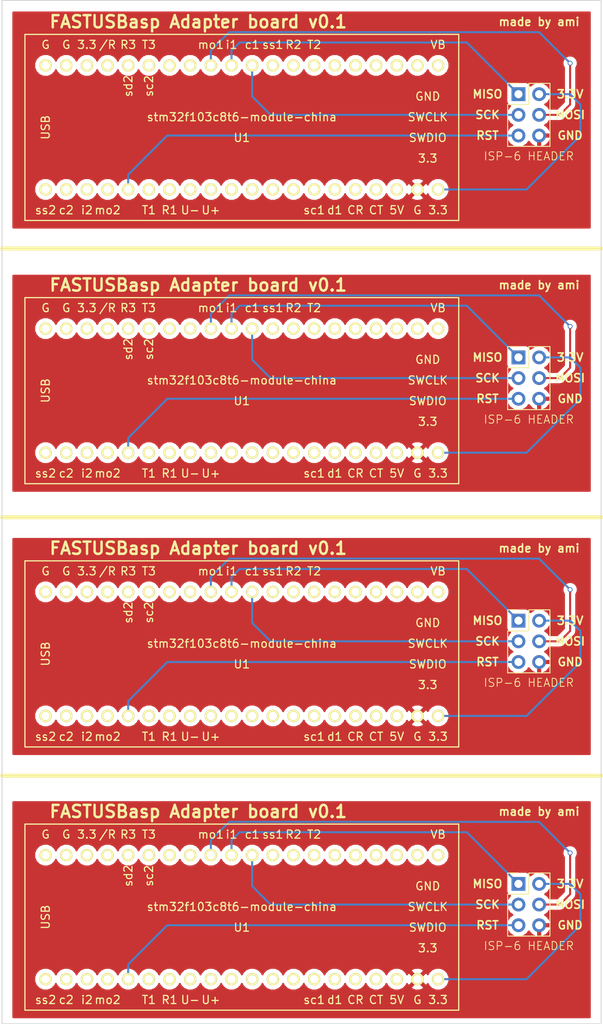
<source format=kicad_pcb>
(kicad_pcb (version 4) (host pcbnew 4.0.6)

  (general
    (links 24)
    (no_connects 0)
    (area 46.739999 20.269999 120.900001 146.100001)
    (thickness 1.6)
    (drawings 43)
    (tracks 92)
    (zones 0)
    (modules 8)
    (nets 161)
  )

  (page A4)
  (title_block
    (title "Panelized FASTUSBasp adapter board")
    (date 2017-04-18)
    (rev 0.2)
    (company ami)
  )

  (layers
    (0 F.Cu signal)
    (31 B.Cu signal)
    (32 B.Adhes user)
    (33 F.Adhes user)
    (34 B.Paste user)
    (35 F.Paste user)
    (36 B.SilkS user)
    (37 F.SilkS user)
    (38 B.Mask user)
    (39 F.Mask user)
    (40 Dwgs.User user)
    (41 Cmts.User user)
    (42 Eco1.User user)
    (43 Eco2.User user)
    (44 Edge.Cuts user)
    (45 Margin user)
    (46 B.CrtYd user)
    (47 F.CrtYd user)
    (48 B.Fab user)
    (49 F.Fab user)
  )

  (setup
    (last_trace_width 0.25)
    (trace_clearance 0.2)
    (zone_clearance 0.508)
    (zone_45_only no)
    (trace_min 0.2)
    (segment_width 0.2)
    (edge_width 0.1)
    (via_size 0.6)
    (via_drill 0.4)
    (via_min_size 0.4)
    (via_min_drill 0.3)
    (uvia_size 0.3)
    (uvia_drill 0.1)
    (uvias_allowed no)
    (uvia_min_size 0.2)
    (uvia_min_drill 0.1)
    (pcb_text_width 0.3)
    (pcb_text_size 1.5 1.5)
    (mod_edge_width 0.15)
    (mod_text_size 1 1)
    (mod_text_width 0.15)
    (pad_size 1.5 1.5)
    (pad_drill 0.6)
    (pad_to_mask_clearance 0)
    (aux_axis_origin 0 0)
    (visible_elements FFFFFF7F)
    (pcbplotparams
      (layerselection 0x010f0_80000001)
      (usegerberextensions true)
      (excludeedgelayer true)
      (linewidth 0.100000)
      (plotframeref false)
      (viasonmask false)
      (mode 1)
      (useauxorigin false)
      (hpglpennumber 1)
      (hpglpenspeed 20)
      (hpglpendiameter 15)
      (hpglpenoverlay 2)
      (psnegative false)
      (psa4output false)
      (plotreference true)
      (plotvalue true)
      (plotinvisibletext false)
      (padsonsilk false)
      (subtractmaskfromsilk false)
      (outputformat 1)
      (mirror false)
      (drillshape 0)
      (scaleselection 1)
      (outputdirectory /home/ami/repos/FASTUSBasp/kicad2/pan-gerber/))
  )

  (net 0 "")
  (net 1 "Net-(CON1-Pad1)")
  (net 2 "Net-(CON1-Pad3)")
  (net 3 "Net-(CON1-Pad4)")
  (net 4 "Net-(CON1-Pad5)")
  (net 5 "Net-(U1-Pad1)")
  (net 6 "Net-(U1-Pad2)")
  (net 7 "Net-(U1-Pad3)")
  (net 8 "Net-(U1-Pad4)")
  (net 9 "Net-(U1-Pad6)")
  (net 10 "Net-(U1-Pad7)")
  (net 11 "Net-(U1-Pad8)")
  (net 12 "Net-(U1-Pad9)")
  (net 13 "Net-(U1-Pad10)")
  (net 14 "Net-(U1-Pad11)")
  (net 15 "Net-(U1-Pad12)")
  (net 16 "Net-(U1-Pad13)")
  (net 17 "Net-(U1-Pad14)")
  (net 18 "Net-(U1-Pad15)")
  (net 19 "Net-(U1-Pad16)")
  (net 20 "Net-(U1-Pad17)")
  (net 21 "Net-(U1-Pad18)")
  (net 22 "Net-(U1-Pad21)")
  (net 23 "Net-(U1-Pad22)")
  (net 24 "Net-(U1-Pad23)")
  (net 25 "Net-(U1-Pad24)")
  (net 26 "Net-(U1-Pad25)")
  (net 27 "Net-(U1-Pad26)")
  (net 28 "Net-(U1-Pad27)")
  (net 29 "Net-(U1-Pad28)")
  (net 30 "Net-(U1-Pad29)")
  (net 31 "Net-(U1-Pad33)")
  (net 32 "Net-(U1-Pad34)")
  (net 33 "Net-(U1-Pad35)")
  (net 34 "Net-(U1-Pad36)")
  (net 35 "Net-(U1-Pad37)")
  (net 36 "Net-(U1-Pad38)")
  (net 37 "Net-(U1-Pad39)")
  (net 38 "Net-(U1-Pad40)")
  (net 39 /3.3V)
  (net 40 /GND)
  (net 41 "C0_Net-(CON1-Pad1)")
  (net 42 C0_/3.3V)
  (net 43 "C0_Net-(CON1-Pad3)")
  (net 44 "C0_Net-(CON1-Pad4)")
  (net 45 "C0_Net-(CON1-Pad5)")
  (net 46 C0_/GND)
  (net 47 "C0_Net-(U1-Pad1)")
  (net 48 "C0_Net-(U1-Pad2)")
  (net 49 "C0_Net-(U1-Pad3)")
  (net 50 "C0_Net-(U1-Pad4)")
  (net 51 "C0_Net-(U1-Pad6)")
  (net 52 "C0_Net-(U1-Pad7)")
  (net 53 "C0_Net-(U1-Pad8)")
  (net 54 "C0_Net-(U1-Pad9)")
  (net 55 "C0_Net-(U1-Pad10)")
  (net 56 "C0_Net-(U1-Pad11)")
  (net 57 "C0_Net-(U1-Pad12)")
  (net 58 "C0_Net-(U1-Pad13)")
  (net 59 "C0_Net-(U1-Pad14)")
  (net 60 "C0_Net-(U1-Pad15)")
  (net 61 "C0_Net-(U1-Pad16)")
  (net 62 "C0_Net-(U1-Pad17)")
  (net 63 "C0_Net-(U1-Pad18)")
  (net 64 "C0_Net-(U1-Pad21)")
  (net 65 "C0_Net-(U1-Pad22)")
  (net 66 "C0_Net-(U1-Pad23)")
  (net 67 "C0_Net-(U1-Pad24)")
  (net 68 "C0_Net-(U1-Pad25)")
  (net 69 "C0_Net-(U1-Pad26)")
  (net 70 "C0_Net-(U1-Pad27)")
  (net 71 "C0_Net-(U1-Pad28)")
  (net 72 "C0_Net-(U1-Pad29)")
  (net 73 "C0_Net-(U1-Pad33)")
  (net 74 "C0_Net-(U1-Pad34)")
  (net 75 "C0_Net-(U1-Pad35)")
  (net 76 "C0_Net-(U1-Pad36)")
  (net 77 "C0_Net-(U1-Pad37)")
  (net 78 "C0_Net-(U1-Pad38)")
  (net 79 "C0_Net-(U1-Pad39)")
  (net 80 "C0_Net-(U1-Pad40)")
  (net 81 "C1_Net-(CON1-Pad1)")
  (net 82 C1_/3.3V)
  (net 83 "C1_Net-(CON1-Pad3)")
  (net 84 "C1_Net-(CON1-Pad4)")
  (net 85 "C1_Net-(CON1-Pad5)")
  (net 86 C1_/GND)
  (net 87 "C1_Net-(U1-Pad1)")
  (net 88 "C1_Net-(U1-Pad2)")
  (net 89 "C1_Net-(U1-Pad3)")
  (net 90 "C1_Net-(U1-Pad4)")
  (net 91 "C1_Net-(U1-Pad6)")
  (net 92 "C1_Net-(U1-Pad7)")
  (net 93 "C1_Net-(U1-Pad8)")
  (net 94 "C1_Net-(U1-Pad9)")
  (net 95 "C1_Net-(U1-Pad10)")
  (net 96 "C1_Net-(U1-Pad11)")
  (net 97 "C1_Net-(U1-Pad12)")
  (net 98 "C1_Net-(U1-Pad13)")
  (net 99 "C1_Net-(U1-Pad14)")
  (net 100 "C1_Net-(U1-Pad15)")
  (net 101 "C1_Net-(U1-Pad16)")
  (net 102 "C1_Net-(U1-Pad17)")
  (net 103 "C1_Net-(U1-Pad18)")
  (net 104 "C1_Net-(U1-Pad21)")
  (net 105 "C1_Net-(U1-Pad22)")
  (net 106 "C1_Net-(U1-Pad23)")
  (net 107 "C1_Net-(U1-Pad24)")
  (net 108 "C1_Net-(U1-Pad25)")
  (net 109 "C1_Net-(U1-Pad26)")
  (net 110 "C1_Net-(U1-Pad27)")
  (net 111 "C1_Net-(U1-Pad28)")
  (net 112 "C1_Net-(U1-Pad29)")
  (net 113 "C1_Net-(U1-Pad33)")
  (net 114 "C1_Net-(U1-Pad34)")
  (net 115 "C1_Net-(U1-Pad35)")
  (net 116 "C1_Net-(U1-Pad36)")
  (net 117 "C1_Net-(U1-Pad37)")
  (net 118 "C1_Net-(U1-Pad38)")
  (net 119 "C1_Net-(U1-Pad39)")
  (net 120 "C1_Net-(U1-Pad40)")
  (net 121 "C2_Net-(CON1-Pad1)")
  (net 122 C2_/3.3V)
  (net 123 "C2_Net-(CON1-Pad3)")
  (net 124 "C2_Net-(CON1-Pad4)")
  (net 125 "C2_Net-(CON1-Pad5)")
  (net 126 C2_/GND)
  (net 127 "C2_Net-(U1-Pad1)")
  (net 128 "C2_Net-(U1-Pad2)")
  (net 129 "C2_Net-(U1-Pad3)")
  (net 130 "C2_Net-(U1-Pad4)")
  (net 131 "C2_Net-(U1-Pad6)")
  (net 132 "C2_Net-(U1-Pad7)")
  (net 133 "C2_Net-(U1-Pad8)")
  (net 134 "C2_Net-(U1-Pad9)")
  (net 135 "C2_Net-(U1-Pad10)")
  (net 136 "C2_Net-(U1-Pad11)")
  (net 137 "C2_Net-(U1-Pad12)")
  (net 138 "C2_Net-(U1-Pad13)")
  (net 139 "C2_Net-(U1-Pad14)")
  (net 140 "C2_Net-(U1-Pad15)")
  (net 141 "C2_Net-(U1-Pad16)")
  (net 142 "C2_Net-(U1-Pad17)")
  (net 143 "C2_Net-(U1-Pad18)")
  (net 144 "C2_Net-(U1-Pad21)")
  (net 145 "C2_Net-(U1-Pad22)")
  (net 146 "C2_Net-(U1-Pad23)")
  (net 147 "C2_Net-(U1-Pad24)")
  (net 148 "C2_Net-(U1-Pad25)")
  (net 149 "C2_Net-(U1-Pad26)")
  (net 150 "C2_Net-(U1-Pad27)")
  (net 151 "C2_Net-(U1-Pad28)")
  (net 152 "C2_Net-(U1-Pad29)")
  (net 153 "C2_Net-(U1-Pad33)")
  (net 154 "C2_Net-(U1-Pad34)")
  (net 155 "C2_Net-(U1-Pad35)")
  (net 156 "C2_Net-(U1-Pad36)")
  (net 157 "C2_Net-(U1-Pad37)")
  (net 158 "C2_Net-(U1-Pad38)")
  (net 159 "C2_Net-(U1-Pad39)")
  (net 160 "C2_Net-(U1-Pad40)")

  (net_class Default "This is the default net class."
    (clearance 0.2)
    (trace_width 0.25)
    (via_dia 0.6)
    (via_drill 0.4)
    (uvia_dia 0.3)
    (uvia_drill 0.1)
    (add_net /3.3V)
    (add_net /GND)
    (add_net C0_/3.3V)
    (add_net C0_/GND)
    (add_net "C0_Net-(CON1-Pad1)")
    (add_net "C0_Net-(CON1-Pad3)")
    (add_net "C0_Net-(CON1-Pad4)")
    (add_net "C0_Net-(CON1-Pad5)")
    (add_net "C0_Net-(U1-Pad1)")
    (add_net "C0_Net-(U1-Pad10)")
    (add_net "C0_Net-(U1-Pad11)")
    (add_net "C0_Net-(U1-Pad12)")
    (add_net "C0_Net-(U1-Pad13)")
    (add_net "C0_Net-(U1-Pad14)")
    (add_net "C0_Net-(U1-Pad15)")
    (add_net "C0_Net-(U1-Pad16)")
    (add_net "C0_Net-(U1-Pad17)")
    (add_net "C0_Net-(U1-Pad18)")
    (add_net "C0_Net-(U1-Pad2)")
    (add_net "C0_Net-(U1-Pad21)")
    (add_net "C0_Net-(U1-Pad22)")
    (add_net "C0_Net-(U1-Pad23)")
    (add_net "C0_Net-(U1-Pad24)")
    (add_net "C0_Net-(U1-Pad25)")
    (add_net "C0_Net-(U1-Pad26)")
    (add_net "C0_Net-(U1-Pad27)")
    (add_net "C0_Net-(U1-Pad28)")
    (add_net "C0_Net-(U1-Pad29)")
    (add_net "C0_Net-(U1-Pad3)")
    (add_net "C0_Net-(U1-Pad33)")
    (add_net "C0_Net-(U1-Pad34)")
    (add_net "C0_Net-(U1-Pad35)")
    (add_net "C0_Net-(U1-Pad36)")
    (add_net "C0_Net-(U1-Pad37)")
    (add_net "C0_Net-(U1-Pad38)")
    (add_net "C0_Net-(U1-Pad39)")
    (add_net "C0_Net-(U1-Pad4)")
    (add_net "C0_Net-(U1-Pad40)")
    (add_net "C0_Net-(U1-Pad6)")
    (add_net "C0_Net-(U1-Pad7)")
    (add_net "C0_Net-(U1-Pad8)")
    (add_net "C0_Net-(U1-Pad9)")
    (add_net C1_/3.3V)
    (add_net C1_/GND)
    (add_net "C1_Net-(CON1-Pad1)")
    (add_net "C1_Net-(CON1-Pad3)")
    (add_net "C1_Net-(CON1-Pad4)")
    (add_net "C1_Net-(CON1-Pad5)")
    (add_net "C1_Net-(U1-Pad1)")
    (add_net "C1_Net-(U1-Pad10)")
    (add_net "C1_Net-(U1-Pad11)")
    (add_net "C1_Net-(U1-Pad12)")
    (add_net "C1_Net-(U1-Pad13)")
    (add_net "C1_Net-(U1-Pad14)")
    (add_net "C1_Net-(U1-Pad15)")
    (add_net "C1_Net-(U1-Pad16)")
    (add_net "C1_Net-(U1-Pad17)")
    (add_net "C1_Net-(U1-Pad18)")
    (add_net "C1_Net-(U1-Pad2)")
    (add_net "C1_Net-(U1-Pad21)")
    (add_net "C1_Net-(U1-Pad22)")
    (add_net "C1_Net-(U1-Pad23)")
    (add_net "C1_Net-(U1-Pad24)")
    (add_net "C1_Net-(U1-Pad25)")
    (add_net "C1_Net-(U1-Pad26)")
    (add_net "C1_Net-(U1-Pad27)")
    (add_net "C1_Net-(U1-Pad28)")
    (add_net "C1_Net-(U1-Pad29)")
    (add_net "C1_Net-(U1-Pad3)")
    (add_net "C1_Net-(U1-Pad33)")
    (add_net "C1_Net-(U1-Pad34)")
    (add_net "C1_Net-(U1-Pad35)")
    (add_net "C1_Net-(U1-Pad36)")
    (add_net "C1_Net-(U1-Pad37)")
    (add_net "C1_Net-(U1-Pad38)")
    (add_net "C1_Net-(U1-Pad39)")
    (add_net "C1_Net-(U1-Pad4)")
    (add_net "C1_Net-(U1-Pad40)")
    (add_net "C1_Net-(U1-Pad6)")
    (add_net "C1_Net-(U1-Pad7)")
    (add_net "C1_Net-(U1-Pad8)")
    (add_net "C1_Net-(U1-Pad9)")
    (add_net C2_/3.3V)
    (add_net C2_/GND)
    (add_net "C2_Net-(CON1-Pad1)")
    (add_net "C2_Net-(CON1-Pad3)")
    (add_net "C2_Net-(CON1-Pad4)")
    (add_net "C2_Net-(CON1-Pad5)")
    (add_net "C2_Net-(U1-Pad1)")
    (add_net "C2_Net-(U1-Pad10)")
    (add_net "C2_Net-(U1-Pad11)")
    (add_net "C2_Net-(U1-Pad12)")
    (add_net "C2_Net-(U1-Pad13)")
    (add_net "C2_Net-(U1-Pad14)")
    (add_net "C2_Net-(U1-Pad15)")
    (add_net "C2_Net-(U1-Pad16)")
    (add_net "C2_Net-(U1-Pad17)")
    (add_net "C2_Net-(U1-Pad18)")
    (add_net "C2_Net-(U1-Pad2)")
    (add_net "C2_Net-(U1-Pad21)")
    (add_net "C2_Net-(U1-Pad22)")
    (add_net "C2_Net-(U1-Pad23)")
    (add_net "C2_Net-(U1-Pad24)")
    (add_net "C2_Net-(U1-Pad25)")
    (add_net "C2_Net-(U1-Pad26)")
    (add_net "C2_Net-(U1-Pad27)")
    (add_net "C2_Net-(U1-Pad28)")
    (add_net "C2_Net-(U1-Pad29)")
    (add_net "C2_Net-(U1-Pad3)")
    (add_net "C2_Net-(U1-Pad33)")
    (add_net "C2_Net-(U1-Pad34)")
    (add_net "C2_Net-(U1-Pad35)")
    (add_net "C2_Net-(U1-Pad36)")
    (add_net "C2_Net-(U1-Pad37)")
    (add_net "C2_Net-(U1-Pad38)")
    (add_net "C2_Net-(U1-Pad39)")
    (add_net "C2_Net-(U1-Pad4)")
    (add_net "C2_Net-(U1-Pad40)")
    (add_net "C2_Net-(U1-Pad6)")
    (add_net "C2_Net-(U1-Pad7)")
    (add_net "C2_Net-(U1-Pad8)")
    (add_net "C2_Net-(U1-Pad9)")
    (add_net "Net-(CON1-Pad1)")
    (add_net "Net-(CON1-Pad3)")
    (add_net "Net-(CON1-Pad4)")
    (add_net "Net-(CON1-Pad5)")
    (add_net "Net-(U1-Pad1)")
    (add_net "Net-(U1-Pad10)")
    (add_net "Net-(U1-Pad11)")
    (add_net "Net-(U1-Pad12)")
    (add_net "Net-(U1-Pad13)")
    (add_net "Net-(U1-Pad14)")
    (add_net "Net-(U1-Pad15)")
    (add_net "Net-(U1-Pad16)")
    (add_net "Net-(U1-Pad17)")
    (add_net "Net-(U1-Pad18)")
    (add_net "Net-(U1-Pad2)")
    (add_net "Net-(U1-Pad21)")
    (add_net "Net-(U1-Pad22)")
    (add_net "Net-(U1-Pad23)")
    (add_net "Net-(U1-Pad24)")
    (add_net "Net-(U1-Pad25)")
    (add_net "Net-(U1-Pad26)")
    (add_net "Net-(U1-Pad27)")
    (add_net "Net-(U1-Pad28)")
    (add_net "Net-(U1-Pad29)")
    (add_net "Net-(U1-Pad3)")
    (add_net "Net-(U1-Pad33)")
    (add_net "Net-(U1-Pad34)")
    (add_net "Net-(U1-Pad35)")
    (add_net "Net-(U1-Pad36)")
    (add_net "Net-(U1-Pad37)")
    (add_net "Net-(U1-Pad38)")
    (add_net "Net-(U1-Pad39)")
    (add_net "Net-(U1-Pad4)")
    (add_net "Net-(U1-Pad40)")
    (add_net "Net-(U1-Pad6)")
    (add_net "Net-(U1-Pad7)")
    (add_net "Net-(U1-Pad8)")
    (add_net "Net-(U1-Pad9)")
  )

  (module Pin_Headers:Pin_Header_Straight_2x03_Pitch2.54mm (layer F.Cu) (tedit 58F4E5A2) (tstamp 58F3B34E)
    (at 110.49 96.52)
    (descr "Through hole straight pin header, 2x03, 2.54mm pitch, double rows")
    (tags "Through hole pin header THT 2x03 2.54mm double row")
    (path /58F3AC05)
    (fp_text reference CON1 (at 1.27 -2.33) (layer F.SilkS) hide
      (effects (font (size 1 1) (thickness 0.15)))
    )
    (fp_text value AVR-ISP-6 (at 1.27 7.41) (layer F.Fab) hide
      (effects (font (size 1 1) (thickness 0.15)))
    )
    (fp_text user "ISP-6 HEADER" (at 1.27 -2.33) (layer F.Fab)
      (effects (font (size 1 1) (thickness 0.15)))
    )
    (fp_line (start -1.27 -1.27) (end -1.27 6.35) (layer F.Fab) (width 0.1))
    (fp_line (start -1.27 6.35) (end 3.81 6.35) (layer F.Fab) (width 0.1))
    (fp_line (start 3.81 6.35) (end 3.81 -1.27) (layer F.Fab) (width 0.1))
    (fp_line (start 3.81 -1.27) (end -1.27 -1.27) (layer F.Fab) (width 0.1))
    (fp_line (start -1.33 1.27) (end -1.33 6.41) (layer F.SilkS) (width 0.12))
    (fp_line (start -1.33 6.41) (end 3.87 6.41) (layer F.SilkS) (width 0.12))
    (fp_line (start 3.87 6.41) (end 3.87 -1.33) (layer F.SilkS) (width 0.12))
    (fp_line (start 3.87 -1.33) (end 1.27 -1.33) (layer F.SilkS) (width 0.12))
    (fp_line (start 1.27 -1.33) (end 1.27 1.27) (layer F.SilkS) (width 0.12))
    (fp_line (start 1.27 1.27) (end -1.33 1.27) (layer F.SilkS) (width 0.12))
    (fp_line (start -1.33 0) (end -1.33 -1.33) (layer F.SilkS) (width 0.12))
    (fp_line (start -1.33 -1.33) (end 0 -1.33) (layer F.SilkS) (width 0.12))
    (fp_line (start -1.8 -1.8) (end -1.8 6.85) (layer F.CrtYd) (width 0.05))
    (fp_line (start -1.8 6.85) (end 4.35 6.85) (layer F.CrtYd) (width 0.05))
    (fp_line (start 4.35 6.85) (end 4.35 -1.8) (layer F.CrtYd) (width 0.05))
    (fp_line (start 4.35 -1.8) (end -1.8 -1.8) (layer F.CrtYd) (width 0.05))
    (pad 1 thru_hole rect (at 0 0) (size 1.7 1.7) (drill 1) (layers *.Cu *.Mask)
      (net 1 "Net-(CON1-Pad1)"))
    (pad 2 thru_hole oval (at 2.54 0) (size 1.7 1.7) (drill 1) (layers *.Cu *.Mask)
      (net 39 /3.3V))
    (pad 3 thru_hole oval (at 0 2.54) (size 1.7 1.7) (drill 1) (layers *.Cu *.Mask)
      (net 2 "Net-(CON1-Pad3)"))
    (pad 4 thru_hole oval (at 2.54 2.54) (size 1.7 1.7) (drill 1) (layers *.Cu *.Mask)
      (net 3 "Net-(CON1-Pad4)"))
    (pad 5 thru_hole oval (at 0 5.08) (size 1.7 1.7) (drill 1) (layers *.Cu *.Mask)
      (net 4 "Net-(CON1-Pad5)"))
    (pad 6 thru_hole oval (at 2.54 5.08) (size 1.7 1.7) (drill 1) (layers *.Cu *.Mask)
      (net 40 /GND))
  )

  (module myelin-kicad:stm32f103c8t6-module-china (layer F.Cu) (tedit 5712CDA9) (tstamp 58F3B3A1)
    (at 76.475001 100.605001)
    (path /58F3343D)
    (fp_text reference U1 (at 0 1.27) (layer F.SilkS)
      (effects (font (size 1 1) (thickness 0.15)))
    )
    (fp_text value stm32f103c8t6-module-china (at 0 -1.27) (layer F.SilkS)
      (effects (font (size 1 1) (thickness 0.15)))
    )
    (fp_text user sc2 (at -11.43 -5.08 90) (layer F.SilkS)
      (effects (font (size 1 1) (thickness 0.15)))
    )
    (fp_text user sd2 (at -13.97 -5.08 90) (layer F.SilkS)
      (effects (font (size 1 1) (thickness 0.15)))
    )
    (fp_text user mo2 (at -16.51 10.16) (layer F.SilkS)
      (effects (font (size 1 1) (thickness 0.15)))
    )
    (fp_text user i2 (at -19.05 10.16) (layer F.SilkS)
      (effects (font (size 1 1) (thickness 0.15)))
    )
    (fp_text user c2 (at -21.59 10.16) (layer F.SilkS)
      (effects (font (size 1 1) (thickness 0.15)))
    )
    (fp_text user ss2 (at -24.13 10.16) (layer F.SilkS)
      (effects (font (size 1 1) (thickness 0.15)))
    )
    (fp_text user d1 (at 11.43 10.16) (layer F.SilkS)
      (effects (font (size 1 1) (thickness 0.15)))
    )
    (fp_text user sc1 (at 8.89 10.16) (layer F.SilkS)
      (effects (font (size 1 1) (thickness 0.15)))
    )
    (fp_text user T2 (at 8.89 -10.16) (layer F.SilkS)
      (effects (font (size 1 1) (thickness 0.15)))
    )
    (fp_text user R2 (at 6.35 -10.16) (layer F.SilkS)
      (effects (font (size 1 1) (thickness 0.15)))
    )
    (fp_text user ss1 (at 3.81 -10.16) (layer F.SilkS)
      (effects (font (size 1 1) (thickness 0.15)))
    )
    (fp_text user c1 (at 1.27 -10.16) (layer F.SilkS)
      (effects (font (size 1 1) (thickness 0.15)))
    )
    (fp_text user i1 (at -1.27 -10.16) (layer F.SilkS)
      (effects (font (size 1 1) (thickness 0.15)))
    )
    (fp_text user mo1 (at -3.81 -10.16) (layer F.SilkS)
      (effects (font (size 1 1) (thickness 0.15)))
    )
    (fp_text user T3 (at -11.43 -10.16) (layer F.SilkS)
      (effects (font (size 1 1) (thickness 0.15)))
    )
    (fp_text user R3 (at -13.97 -10.16) (layer F.SilkS)
      (effects (font (size 1 1) (thickness 0.15)))
    )
    (fp_text user CT (at 16.51 10.16) (layer F.SilkS)
      (effects (font (size 1 1) (thickness 0.15)))
    )
    (fp_text user CR (at 13.97 10.16) (layer F.SilkS)
      (effects (font (size 1 1) (thickness 0.15)))
    )
    (fp_text user U+ (at -3.81 10.16) (layer F.SilkS)
      (effects (font (size 1 1) (thickness 0.15)))
    )
    (fp_text user U- (at -6.35 10.16) (layer F.SilkS)
      (effects (font (size 1 1) (thickness 0.15)))
    )
    (fp_text user R1 (at -8.89 10.16) (layer F.SilkS)
      (effects (font (size 1 1) (thickness 0.15)))
    )
    (fp_text user T1 (at -11.43 10.16) (layer F.SilkS)
      (effects (font (size 1 1) (thickness 0.15)))
    )
    (fp_text user 3.3 (at 22.86 3.81) (layer F.SilkS)
      (effects (font (size 1 1) (thickness 0.15)))
    )
    (fp_text user SWDIO (at 22.86 1.27) (layer F.SilkS)
      (effects (font (size 1 1) (thickness 0.15)))
    )
    (fp_text user SWCLK (at 22.86 -1.27) (layer F.SilkS)
      (effects (font (size 1 1) (thickness 0.15)))
    )
    (fp_text user GND (at 22.86 -3.81) (layer F.SilkS)
      (effects (font (size 1 1) (thickness 0.15)))
    )
    (fp_text user 3.3 (at 24.13 10.16) (layer F.SilkS)
      (effects (font (size 1 1) (thickness 0.15)))
    )
    (fp_text user G (at 21.59 10.16) (layer F.SilkS)
      (effects (font (size 1 1) (thickness 0.15)))
    )
    (fp_text user /R (at -16.51 -10.16) (layer F.SilkS)
      (effects (font (size 1 1) (thickness 0.15)))
    )
    (fp_text user 3.3 (at -19.05 -10.16) (layer F.SilkS)
      (effects (font (size 1 1) (thickness 0.15)))
    )
    (fp_text user G (at -21.59 -10.16) (layer F.SilkS)
      (effects (font (size 1 1) (thickness 0.15)))
    )
    (fp_text user G (at -24.13 -10.16) (layer F.SilkS)
      (effects (font (size 1 1) (thickness 0.15)))
    )
    (fp_text user VB (at 24.13 -10.16) (layer F.SilkS)
      (effects (font (size 1 1) (thickness 0.15)))
    )
    (fp_text user 5V (at 19.05 10.16) (layer F.SilkS)
      (effects (font (size 1 1) (thickness 0.15)))
    )
    (fp_text user USB (at -24.13 0 90) (layer F.SilkS)
      (effects (font (size 1 1) (thickness 0.15)))
    )
    (fp_line (start -26.67 11.43) (end 26.67 11.43) (layer F.SilkS) (width 0.15))
    (fp_line (start 26.67 -11.43) (end -26.67 -11.43) (layer F.SilkS) (width 0.15))
    (fp_line (start 26.67 11.43) (end 26.67 -11.43) (layer F.SilkS) (width 0.15))
    (fp_line (start -26.67 -11.43) (end -26.67 11.43) (layer F.SilkS) (width 0.15))
    (pad 1 thru_hole circle (at -24.13 7.62) (size 1.524 1.524) (drill 1.016) (layers *.Cu *.Mask F.SilkS)
      (net 5 "Net-(U1-Pad1)"))
    (pad 2 thru_hole circle (at -21.59 7.62) (size 1.524 1.524) (drill 1.016) (layers *.Cu *.Mask F.SilkS)
      (net 6 "Net-(U1-Pad2)"))
    (pad 3 thru_hole circle (at -19.05 7.62) (size 1.524 1.524) (drill 1.016) (layers *.Cu *.Mask F.SilkS)
      (net 7 "Net-(U1-Pad3)"))
    (pad 4 thru_hole circle (at -16.51 7.62) (size 1.524 1.524) (drill 1.016) (layers *.Cu *.Mask F.SilkS)
      (net 8 "Net-(U1-Pad4)"))
    (pad 5 thru_hole circle (at -13.97 7.62) (size 1.524 1.524) (drill 1.016) (layers *.Cu *.Mask F.SilkS)
      (net 4 "Net-(CON1-Pad5)"))
    (pad 6 thru_hole circle (at -11.43 7.62) (size 1.524 1.524) (drill 1.016) (layers *.Cu *.Mask F.SilkS)
      (net 9 "Net-(U1-Pad6)"))
    (pad 7 thru_hole circle (at -8.89 7.62) (size 1.524 1.524) (drill 1.016) (layers *.Cu *.Mask F.SilkS)
      (net 10 "Net-(U1-Pad7)"))
    (pad 8 thru_hole circle (at -6.35 7.62) (size 1.524 1.524) (drill 1.016) (layers *.Cu *.Mask F.SilkS)
      (net 11 "Net-(U1-Pad8)"))
    (pad 9 thru_hole circle (at -3.81 7.62) (size 1.524 1.524) (drill 1.016) (layers *.Cu *.Mask F.SilkS)
      (net 12 "Net-(U1-Pad9)"))
    (pad 10 thru_hole circle (at -1.27 7.62) (size 1.524 1.524) (drill 1.016) (layers *.Cu *.Mask F.SilkS)
      (net 13 "Net-(U1-Pad10)"))
    (pad 11 thru_hole circle (at 1.27 7.62) (size 1.524 1.524) (drill 1.016) (layers *.Cu *.Mask F.SilkS)
      (net 14 "Net-(U1-Pad11)"))
    (pad 12 thru_hole circle (at 3.81 7.62) (size 1.524 1.524) (drill 1.016) (layers *.Cu *.Mask F.SilkS)
      (net 15 "Net-(U1-Pad12)"))
    (pad 13 thru_hole circle (at 6.35 7.62) (size 1.524 1.524) (drill 1.016) (layers *.Cu *.Mask F.SilkS)
      (net 16 "Net-(U1-Pad13)"))
    (pad 14 thru_hole circle (at 8.89 7.62) (size 1.524 1.524) (drill 1.016) (layers *.Cu *.Mask F.SilkS)
      (net 17 "Net-(U1-Pad14)"))
    (pad 15 thru_hole circle (at 11.43 7.62) (size 1.524 1.524) (drill 1.016) (layers *.Cu *.Mask F.SilkS)
      (net 18 "Net-(U1-Pad15)"))
    (pad 16 thru_hole circle (at 13.97 7.62) (size 1.524 1.524) (drill 1.016) (layers *.Cu *.Mask F.SilkS)
      (net 19 "Net-(U1-Pad16)"))
    (pad 17 thru_hole circle (at 16.51 7.62) (size 1.524 1.524) (drill 1.016) (layers *.Cu *.Mask F.SilkS)
      (net 20 "Net-(U1-Pad17)"))
    (pad 18 thru_hole circle (at 19.05 7.62) (size 1.524 1.524) (drill 1.016) (layers *.Cu *.Mask F.SilkS)
      (net 21 "Net-(U1-Pad18)"))
    (pad 19 thru_hole circle (at 21.59 7.62) (size 1.524 1.524) (drill 1.016) (layers *.Cu *.Mask F.SilkS)
      (net 40 /GND))
    (pad 20 thru_hole circle (at 24.13 7.62) (size 1.524 1.524) (drill 1.016) (layers *.Cu *.Mask F.SilkS)
      (net 39 /3.3V))
    (pad 21 thru_hole circle (at 24.13 -7.62) (size 1.524 1.524) (drill 1.016) (layers *.Cu *.Mask F.SilkS)
      (net 22 "Net-(U1-Pad21)"))
    (pad 22 thru_hole circle (at 21.59 -7.62) (size 1.524 1.524) (drill 1.016) (layers *.Cu *.Mask F.SilkS)
      (net 23 "Net-(U1-Pad22)"))
    (pad 23 thru_hole circle (at 19.05 -7.62) (size 1.524 1.524) (drill 1.016) (layers *.Cu *.Mask F.SilkS)
      (net 24 "Net-(U1-Pad23)"))
    (pad 24 thru_hole circle (at 16.51 -7.62) (size 1.524 1.524) (drill 1.016) (layers *.Cu *.Mask F.SilkS)
      (net 25 "Net-(U1-Pad24)"))
    (pad 25 thru_hole circle (at 13.97 -7.62) (size 1.524 1.524) (drill 1.016) (layers *.Cu *.Mask F.SilkS)
      (net 26 "Net-(U1-Pad25)"))
    (pad 26 thru_hole circle (at 11.43 -7.62) (size 1.524 1.524) (drill 1.016) (layers *.Cu *.Mask F.SilkS)
      (net 27 "Net-(U1-Pad26)"))
    (pad 27 thru_hole circle (at 8.89 -7.62) (size 1.524 1.524) (drill 1.016) (layers *.Cu *.Mask F.SilkS)
      (net 28 "Net-(U1-Pad27)"))
    (pad 28 thru_hole circle (at 6.35 -7.62) (size 1.524 1.524) (drill 1.016) (layers *.Cu *.Mask F.SilkS)
      (net 29 "Net-(U1-Pad28)"))
    (pad 29 thru_hole circle (at 3.81 -7.62) (size 1.524 1.524) (drill 1.016) (layers *.Cu *.Mask F.SilkS)
      (net 30 "Net-(U1-Pad29)"))
    (pad 30 thru_hole circle (at 1.27 -7.62) (size 1.524 1.524) (drill 1.016) (layers *.Cu *.Mask F.SilkS)
      (net 2 "Net-(CON1-Pad3)"))
    (pad 31 thru_hole circle (at -1.27 -7.62) (size 1.524 1.524) (drill 1.016) (layers *.Cu *.Mask F.SilkS)
      (net 1 "Net-(CON1-Pad1)"))
    (pad 32 thru_hole circle (at -3.81 -7.62) (size 1.524 1.524) (drill 1.016) (layers *.Cu *.Mask F.SilkS)
      (net 3 "Net-(CON1-Pad4)"))
    (pad 33 thru_hole circle (at -6.35 -7.62) (size 1.524 1.524) (drill 1.016) (layers *.Cu *.Mask F.SilkS)
      (net 31 "Net-(U1-Pad33)"))
    (pad 34 thru_hole circle (at -8.89 -7.62) (size 1.524 1.524) (drill 1.016) (layers *.Cu *.Mask F.SilkS)
      (net 32 "Net-(U1-Pad34)"))
    (pad 35 thru_hole circle (at -11.43 -7.62) (size 1.524 1.524) (drill 1.016) (layers *.Cu *.Mask F.SilkS)
      (net 33 "Net-(U1-Pad35)"))
    (pad 36 thru_hole circle (at -13.97 -7.62) (size 1.524 1.524) (drill 1.016) (layers *.Cu *.Mask F.SilkS)
      (net 34 "Net-(U1-Pad36)"))
    (pad 37 thru_hole circle (at -16.51 -7.62) (size 1.524 1.524) (drill 1.016) (layers *.Cu *.Mask F.SilkS)
      (net 35 "Net-(U1-Pad37)"))
    (pad 38 thru_hole circle (at -19.05 -7.62) (size 1.524 1.524) (drill 1.016) (layers *.Cu *.Mask F.SilkS)
      (net 36 "Net-(U1-Pad38)"))
    (pad 39 thru_hole circle (at -21.59 -7.62) (size 1.524 1.524) (drill 1.016) (layers *.Cu *.Mask F.SilkS)
      (net 37 "Net-(U1-Pad39)"))
    (pad 40 thru_hole circle (at -24.13 -7.62) (size 1.524 1.524) (drill 1.016) (layers *.Cu *.Mask F.SilkS)
      (net 38 "Net-(U1-Pad40)"))
  )

  (module Pin_Headers:Pin_Header_Straight_2x03_Pitch2.54mm (layer F.Cu) (tedit 58F4E5A2) (tstamp 58F3B34E)
    (at 110.49 128.86)
    (descr "Through hole straight pin header, 2x03, 2.54mm pitch, double rows")
    (tags "Through hole pin header THT 2x03 2.54mm double row")
    (path /58F3AC05)
    (fp_text reference CON1 (at 1.27 -2.33) (layer F.SilkS) hide
      (effects (font (size 1 1) (thickness 0.15)))
    )
    (fp_text value AVR-ISP-6 (at 1.27 7.41) (layer F.Fab) hide
      (effects (font (size 1 1) (thickness 0.15)))
    )
    (fp_text user "ISP-6 HEADER" (at 1.27 -2.33) (layer F.Fab)
      (effects (font (size 1 1) (thickness 0.15)))
    )
    (fp_line (start -1.27 -1.27) (end -1.27 6.35) (layer F.Fab) (width 0.1))
    (fp_line (start -1.27 6.35) (end 3.81 6.35) (layer F.Fab) (width 0.1))
    (fp_line (start 3.81 6.35) (end 3.81 -1.27) (layer F.Fab) (width 0.1))
    (fp_line (start 3.81 -1.27) (end -1.27 -1.27) (layer F.Fab) (width 0.1))
    (fp_line (start -1.33 1.27) (end -1.33 6.41) (layer F.SilkS) (width 0.12))
    (fp_line (start -1.33 6.41) (end 3.87 6.41) (layer F.SilkS) (width 0.12))
    (fp_line (start 3.87 6.41) (end 3.87 -1.33) (layer F.SilkS) (width 0.12))
    (fp_line (start 3.87 -1.33) (end 1.27 -1.33) (layer F.SilkS) (width 0.12))
    (fp_line (start 1.27 -1.33) (end 1.27 1.27) (layer F.SilkS) (width 0.12))
    (fp_line (start 1.27 1.27) (end -1.33 1.27) (layer F.SilkS) (width 0.12))
    (fp_line (start -1.33 0) (end -1.33 -1.33) (layer F.SilkS) (width 0.12))
    (fp_line (start -1.33 -1.33) (end 0 -1.33) (layer F.SilkS) (width 0.12))
    (fp_line (start -1.8 -1.8) (end -1.8 6.85) (layer F.CrtYd) (width 0.05))
    (fp_line (start -1.8 6.85) (end 4.35 6.85) (layer F.CrtYd) (width 0.05))
    (fp_line (start 4.35 6.85) (end 4.35 -1.8) (layer F.CrtYd) (width 0.05))
    (fp_line (start 4.35 -1.8) (end -1.8 -1.8) (layer F.CrtYd) (width 0.05))
    (pad 1 thru_hole rect (at 0 0) (size 1.7 1.7) (drill 1) (layers *.Cu *.Mask)
      (net 41 "C0_Net-(CON1-Pad1)"))
    (pad 2 thru_hole oval (at 2.54 0) (size 1.7 1.7) (drill 1) (layers *.Cu *.Mask)
      (net 42 C0_/3.3V))
    (pad 3 thru_hole oval (at 0 2.54) (size 1.7 1.7) (drill 1) (layers *.Cu *.Mask)
      (net 43 "C0_Net-(CON1-Pad3)"))
    (pad 4 thru_hole oval (at 2.54 2.54) (size 1.7 1.7) (drill 1) (layers *.Cu *.Mask)
      (net 44 "C0_Net-(CON1-Pad4)"))
    (pad 5 thru_hole oval (at 0 5.08) (size 1.7 1.7) (drill 1) (layers *.Cu *.Mask)
      (net 45 "C0_Net-(CON1-Pad5)"))
    (pad 6 thru_hole oval (at 2.54 5.08) (size 1.7 1.7) (drill 1) (layers *.Cu *.Mask)
      (net 46 C0_/GND))
  )

  (module myelin-kicad:stm32f103c8t6-module-china (layer F.Cu) (tedit 5712CDA9) (tstamp 58F3B3A1)
    (at 76.475001 132.945001)
    (path /58F3343D)
    (fp_text reference U1 (at 0 1.27) (layer F.SilkS)
      (effects (font (size 1 1) (thickness 0.15)))
    )
    (fp_text value stm32f103c8t6-module-china (at 0 -1.27) (layer F.SilkS)
      (effects (font (size 1 1) (thickness 0.15)))
    )
    (fp_text user sc2 (at -11.43 -5.08 90) (layer F.SilkS)
      (effects (font (size 1 1) (thickness 0.15)))
    )
    (fp_text user sd2 (at -13.97 -5.08 90) (layer F.SilkS)
      (effects (font (size 1 1) (thickness 0.15)))
    )
    (fp_text user mo2 (at -16.51 10.16) (layer F.SilkS)
      (effects (font (size 1 1) (thickness 0.15)))
    )
    (fp_text user i2 (at -19.05 10.16) (layer F.SilkS)
      (effects (font (size 1 1) (thickness 0.15)))
    )
    (fp_text user c2 (at -21.59 10.16) (layer F.SilkS)
      (effects (font (size 1 1) (thickness 0.15)))
    )
    (fp_text user ss2 (at -24.13 10.16) (layer F.SilkS)
      (effects (font (size 1 1) (thickness 0.15)))
    )
    (fp_text user d1 (at 11.43 10.16) (layer F.SilkS)
      (effects (font (size 1 1) (thickness 0.15)))
    )
    (fp_text user sc1 (at 8.89 10.16) (layer F.SilkS)
      (effects (font (size 1 1) (thickness 0.15)))
    )
    (fp_text user T2 (at 8.89 -10.16) (layer F.SilkS)
      (effects (font (size 1 1) (thickness 0.15)))
    )
    (fp_text user R2 (at 6.35 -10.16) (layer F.SilkS)
      (effects (font (size 1 1) (thickness 0.15)))
    )
    (fp_text user ss1 (at 3.81 -10.16) (layer F.SilkS)
      (effects (font (size 1 1) (thickness 0.15)))
    )
    (fp_text user c1 (at 1.27 -10.16) (layer F.SilkS)
      (effects (font (size 1 1) (thickness 0.15)))
    )
    (fp_text user i1 (at -1.27 -10.16) (layer F.SilkS)
      (effects (font (size 1 1) (thickness 0.15)))
    )
    (fp_text user mo1 (at -3.81 -10.16) (layer F.SilkS)
      (effects (font (size 1 1) (thickness 0.15)))
    )
    (fp_text user T3 (at -11.43 -10.16) (layer F.SilkS)
      (effects (font (size 1 1) (thickness 0.15)))
    )
    (fp_text user R3 (at -13.97 -10.16) (layer F.SilkS)
      (effects (font (size 1 1) (thickness 0.15)))
    )
    (fp_text user CT (at 16.51 10.16) (layer F.SilkS)
      (effects (font (size 1 1) (thickness 0.15)))
    )
    (fp_text user CR (at 13.97 10.16) (layer F.SilkS)
      (effects (font (size 1 1) (thickness 0.15)))
    )
    (fp_text user U+ (at -3.81 10.16) (layer F.SilkS)
      (effects (font (size 1 1) (thickness 0.15)))
    )
    (fp_text user U- (at -6.35 10.16) (layer F.SilkS)
      (effects (font (size 1 1) (thickness 0.15)))
    )
    (fp_text user R1 (at -8.89 10.16) (layer F.SilkS)
      (effects (font (size 1 1) (thickness 0.15)))
    )
    (fp_text user T1 (at -11.43 10.16) (layer F.SilkS)
      (effects (font (size 1 1) (thickness 0.15)))
    )
    (fp_text user 3.3 (at 22.86 3.81) (layer F.SilkS)
      (effects (font (size 1 1) (thickness 0.15)))
    )
    (fp_text user SWDIO (at 22.86 1.27) (layer F.SilkS)
      (effects (font (size 1 1) (thickness 0.15)))
    )
    (fp_text user SWCLK (at 22.86 -1.27) (layer F.SilkS)
      (effects (font (size 1 1) (thickness 0.15)))
    )
    (fp_text user GND (at 22.86 -3.81) (layer F.SilkS)
      (effects (font (size 1 1) (thickness 0.15)))
    )
    (fp_text user 3.3 (at 24.13 10.16) (layer F.SilkS)
      (effects (font (size 1 1) (thickness 0.15)))
    )
    (fp_text user G (at 21.59 10.16) (layer F.SilkS)
      (effects (font (size 1 1) (thickness 0.15)))
    )
    (fp_text user /R (at -16.51 -10.16) (layer F.SilkS)
      (effects (font (size 1 1) (thickness 0.15)))
    )
    (fp_text user 3.3 (at -19.05 -10.16) (layer F.SilkS)
      (effects (font (size 1 1) (thickness 0.15)))
    )
    (fp_text user G (at -21.59 -10.16) (layer F.SilkS)
      (effects (font (size 1 1) (thickness 0.15)))
    )
    (fp_text user G (at -24.13 -10.16) (layer F.SilkS)
      (effects (font (size 1 1) (thickness 0.15)))
    )
    (fp_text user VB (at 24.13 -10.16) (layer F.SilkS)
      (effects (font (size 1 1) (thickness 0.15)))
    )
    (fp_text user 5V (at 19.05 10.16) (layer F.SilkS)
      (effects (font (size 1 1) (thickness 0.15)))
    )
    (fp_text user USB (at -24.13 0 90) (layer F.SilkS)
      (effects (font (size 1 1) (thickness 0.15)))
    )
    (fp_line (start -26.67 11.43) (end 26.67 11.43) (layer F.SilkS) (width 0.15))
    (fp_line (start 26.67 -11.43) (end -26.67 -11.43) (layer F.SilkS) (width 0.15))
    (fp_line (start 26.67 11.43) (end 26.67 -11.43) (layer F.SilkS) (width 0.15))
    (fp_line (start -26.67 -11.43) (end -26.67 11.43) (layer F.SilkS) (width 0.15))
    (pad 1 thru_hole circle (at -24.13 7.62) (size 1.524 1.524) (drill 1.016) (layers *.Cu *.Mask F.SilkS)
      (net 47 "C0_Net-(U1-Pad1)"))
    (pad 2 thru_hole circle (at -21.59 7.62) (size 1.524 1.524) (drill 1.016) (layers *.Cu *.Mask F.SilkS)
      (net 48 "C0_Net-(U1-Pad2)"))
    (pad 3 thru_hole circle (at -19.05 7.62) (size 1.524 1.524) (drill 1.016) (layers *.Cu *.Mask F.SilkS)
      (net 49 "C0_Net-(U1-Pad3)"))
    (pad 4 thru_hole circle (at -16.51 7.62) (size 1.524 1.524) (drill 1.016) (layers *.Cu *.Mask F.SilkS)
      (net 50 "C0_Net-(U1-Pad4)"))
    (pad 5 thru_hole circle (at -13.97 7.62) (size 1.524 1.524) (drill 1.016) (layers *.Cu *.Mask F.SilkS)
      (net 45 "C0_Net-(CON1-Pad5)"))
    (pad 6 thru_hole circle (at -11.43 7.62) (size 1.524 1.524) (drill 1.016) (layers *.Cu *.Mask F.SilkS)
      (net 51 "C0_Net-(U1-Pad6)"))
    (pad 7 thru_hole circle (at -8.89 7.62) (size 1.524 1.524) (drill 1.016) (layers *.Cu *.Mask F.SilkS)
      (net 52 "C0_Net-(U1-Pad7)"))
    (pad 8 thru_hole circle (at -6.35 7.62) (size 1.524 1.524) (drill 1.016) (layers *.Cu *.Mask F.SilkS)
      (net 53 "C0_Net-(U1-Pad8)"))
    (pad 9 thru_hole circle (at -3.81 7.62) (size 1.524 1.524) (drill 1.016) (layers *.Cu *.Mask F.SilkS)
      (net 54 "C0_Net-(U1-Pad9)"))
    (pad 10 thru_hole circle (at -1.27 7.62) (size 1.524 1.524) (drill 1.016) (layers *.Cu *.Mask F.SilkS)
      (net 55 "C0_Net-(U1-Pad10)"))
    (pad 11 thru_hole circle (at 1.27 7.62) (size 1.524 1.524) (drill 1.016) (layers *.Cu *.Mask F.SilkS)
      (net 56 "C0_Net-(U1-Pad11)"))
    (pad 12 thru_hole circle (at 3.81 7.62) (size 1.524 1.524) (drill 1.016) (layers *.Cu *.Mask F.SilkS)
      (net 57 "C0_Net-(U1-Pad12)"))
    (pad 13 thru_hole circle (at 6.35 7.62) (size 1.524 1.524) (drill 1.016) (layers *.Cu *.Mask F.SilkS)
      (net 58 "C0_Net-(U1-Pad13)"))
    (pad 14 thru_hole circle (at 8.89 7.62) (size 1.524 1.524) (drill 1.016) (layers *.Cu *.Mask F.SilkS)
      (net 59 "C0_Net-(U1-Pad14)"))
    (pad 15 thru_hole circle (at 11.43 7.62) (size 1.524 1.524) (drill 1.016) (layers *.Cu *.Mask F.SilkS)
      (net 60 "C0_Net-(U1-Pad15)"))
    (pad 16 thru_hole circle (at 13.97 7.62) (size 1.524 1.524) (drill 1.016) (layers *.Cu *.Mask F.SilkS)
      (net 61 "C0_Net-(U1-Pad16)"))
    (pad 17 thru_hole circle (at 16.51 7.62) (size 1.524 1.524) (drill 1.016) (layers *.Cu *.Mask F.SilkS)
      (net 62 "C0_Net-(U1-Pad17)"))
    (pad 18 thru_hole circle (at 19.05 7.62) (size 1.524 1.524) (drill 1.016) (layers *.Cu *.Mask F.SilkS)
      (net 63 "C0_Net-(U1-Pad18)"))
    (pad 19 thru_hole circle (at 21.59 7.62) (size 1.524 1.524) (drill 1.016) (layers *.Cu *.Mask F.SilkS)
      (net 46 C0_/GND))
    (pad 20 thru_hole circle (at 24.13 7.62) (size 1.524 1.524) (drill 1.016) (layers *.Cu *.Mask F.SilkS)
      (net 42 C0_/3.3V))
    (pad 21 thru_hole circle (at 24.13 -7.62) (size 1.524 1.524) (drill 1.016) (layers *.Cu *.Mask F.SilkS)
      (net 64 "C0_Net-(U1-Pad21)"))
    (pad 22 thru_hole circle (at 21.59 -7.62) (size 1.524 1.524) (drill 1.016) (layers *.Cu *.Mask F.SilkS)
      (net 65 "C0_Net-(U1-Pad22)"))
    (pad 23 thru_hole circle (at 19.05 -7.62) (size 1.524 1.524) (drill 1.016) (layers *.Cu *.Mask F.SilkS)
      (net 66 "C0_Net-(U1-Pad23)"))
    (pad 24 thru_hole circle (at 16.51 -7.62) (size 1.524 1.524) (drill 1.016) (layers *.Cu *.Mask F.SilkS)
      (net 67 "C0_Net-(U1-Pad24)"))
    (pad 25 thru_hole circle (at 13.97 -7.62) (size 1.524 1.524) (drill 1.016) (layers *.Cu *.Mask F.SilkS)
      (net 68 "C0_Net-(U1-Pad25)"))
    (pad 26 thru_hole circle (at 11.43 -7.62) (size 1.524 1.524) (drill 1.016) (layers *.Cu *.Mask F.SilkS)
      (net 69 "C0_Net-(U1-Pad26)"))
    (pad 27 thru_hole circle (at 8.89 -7.62) (size 1.524 1.524) (drill 1.016) (layers *.Cu *.Mask F.SilkS)
      (net 70 "C0_Net-(U1-Pad27)"))
    (pad 28 thru_hole circle (at 6.35 -7.62) (size 1.524 1.524) (drill 1.016) (layers *.Cu *.Mask F.SilkS)
      (net 71 "C0_Net-(U1-Pad28)"))
    (pad 29 thru_hole circle (at 3.81 -7.62) (size 1.524 1.524) (drill 1.016) (layers *.Cu *.Mask F.SilkS)
      (net 72 "C0_Net-(U1-Pad29)"))
    (pad 30 thru_hole circle (at 1.27 -7.62) (size 1.524 1.524) (drill 1.016) (layers *.Cu *.Mask F.SilkS)
      (net 43 "C0_Net-(CON1-Pad3)"))
    (pad 31 thru_hole circle (at -1.27 -7.62) (size 1.524 1.524) (drill 1.016) (layers *.Cu *.Mask F.SilkS)
      (net 41 "C0_Net-(CON1-Pad1)"))
    (pad 32 thru_hole circle (at -3.81 -7.62) (size 1.524 1.524) (drill 1.016) (layers *.Cu *.Mask F.SilkS)
      (net 44 "C0_Net-(CON1-Pad4)"))
    (pad 33 thru_hole circle (at -6.35 -7.62) (size 1.524 1.524) (drill 1.016) (layers *.Cu *.Mask F.SilkS)
      (net 73 "C0_Net-(U1-Pad33)"))
    (pad 34 thru_hole circle (at -8.89 -7.62) (size 1.524 1.524) (drill 1.016) (layers *.Cu *.Mask F.SilkS)
      (net 74 "C0_Net-(U1-Pad34)"))
    (pad 35 thru_hole circle (at -11.43 -7.62) (size 1.524 1.524) (drill 1.016) (layers *.Cu *.Mask F.SilkS)
      (net 75 "C0_Net-(U1-Pad35)"))
    (pad 36 thru_hole circle (at -13.97 -7.62) (size 1.524 1.524) (drill 1.016) (layers *.Cu *.Mask F.SilkS)
      (net 76 "C0_Net-(U1-Pad36)"))
    (pad 37 thru_hole circle (at -16.51 -7.62) (size 1.524 1.524) (drill 1.016) (layers *.Cu *.Mask F.SilkS)
      (net 77 "C0_Net-(U1-Pad37)"))
    (pad 38 thru_hole circle (at -19.05 -7.62) (size 1.524 1.524) (drill 1.016) (layers *.Cu *.Mask F.SilkS)
      (net 78 "C0_Net-(U1-Pad38)"))
    (pad 39 thru_hole circle (at -21.59 -7.62) (size 1.524 1.524) (drill 1.016) (layers *.Cu *.Mask F.SilkS)
      (net 79 "C0_Net-(U1-Pad39)"))
    (pad 40 thru_hole circle (at -24.13 -7.62) (size 1.524 1.524) (drill 1.016) (layers *.Cu *.Mask F.SilkS)
      (net 80 "C0_Net-(U1-Pad40)"))
  )

  (module Pin_Headers:Pin_Header_Straight_2x03_Pitch2.54mm (layer F.Cu) (tedit 58F4E5A2) (tstamp 58F3B34E)
    (at 110.49 64.18)
    (descr "Through hole straight pin header, 2x03, 2.54mm pitch, double rows")
    (tags "Through hole pin header THT 2x03 2.54mm double row")
    (path /58F3AC05)
    (fp_text reference CON1 (at 1.27 -2.33) (layer F.SilkS) hide
      (effects (font (size 1 1) (thickness 0.15)))
    )
    (fp_text value AVR-ISP-6 (at 1.27 7.41) (layer F.Fab) hide
      (effects (font (size 1 1) (thickness 0.15)))
    )
    (fp_text user "ISP-6 HEADER" (at 1.27 -2.33) (layer F.Fab)
      (effects (font (size 1 1) (thickness 0.15)))
    )
    (fp_line (start -1.27 -1.27) (end -1.27 6.35) (layer F.Fab) (width 0.1))
    (fp_line (start -1.27 6.35) (end 3.81 6.35) (layer F.Fab) (width 0.1))
    (fp_line (start 3.81 6.35) (end 3.81 -1.27) (layer F.Fab) (width 0.1))
    (fp_line (start 3.81 -1.27) (end -1.27 -1.27) (layer F.Fab) (width 0.1))
    (fp_line (start -1.33 1.27) (end -1.33 6.41) (layer F.SilkS) (width 0.12))
    (fp_line (start -1.33 6.41) (end 3.87 6.41) (layer F.SilkS) (width 0.12))
    (fp_line (start 3.87 6.41) (end 3.87 -1.33) (layer F.SilkS) (width 0.12))
    (fp_line (start 3.87 -1.33) (end 1.27 -1.33) (layer F.SilkS) (width 0.12))
    (fp_line (start 1.27 -1.33) (end 1.27 1.27) (layer F.SilkS) (width 0.12))
    (fp_line (start 1.27 1.27) (end -1.33 1.27) (layer F.SilkS) (width 0.12))
    (fp_line (start -1.33 0) (end -1.33 -1.33) (layer F.SilkS) (width 0.12))
    (fp_line (start -1.33 -1.33) (end 0 -1.33) (layer F.SilkS) (width 0.12))
    (fp_line (start -1.8 -1.8) (end -1.8 6.85) (layer F.CrtYd) (width 0.05))
    (fp_line (start -1.8 6.85) (end 4.35 6.85) (layer F.CrtYd) (width 0.05))
    (fp_line (start 4.35 6.85) (end 4.35 -1.8) (layer F.CrtYd) (width 0.05))
    (fp_line (start 4.35 -1.8) (end -1.8 -1.8) (layer F.CrtYd) (width 0.05))
    (pad 1 thru_hole rect (at 0 0) (size 1.7 1.7) (drill 1) (layers *.Cu *.Mask)
      (net 81 "C1_Net-(CON1-Pad1)"))
    (pad 2 thru_hole oval (at 2.54 0) (size 1.7 1.7) (drill 1) (layers *.Cu *.Mask)
      (net 82 C1_/3.3V))
    (pad 3 thru_hole oval (at 0 2.54) (size 1.7 1.7) (drill 1) (layers *.Cu *.Mask)
      (net 83 "C1_Net-(CON1-Pad3)"))
    (pad 4 thru_hole oval (at 2.54 2.54) (size 1.7 1.7) (drill 1) (layers *.Cu *.Mask)
      (net 84 "C1_Net-(CON1-Pad4)"))
    (pad 5 thru_hole oval (at 0 5.08) (size 1.7 1.7) (drill 1) (layers *.Cu *.Mask)
      (net 85 "C1_Net-(CON1-Pad5)"))
    (pad 6 thru_hole oval (at 2.54 5.08) (size 1.7 1.7) (drill 1) (layers *.Cu *.Mask)
      (net 86 C1_/GND))
  )

  (module myelin-kicad:stm32f103c8t6-module-china (layer F.Cu) (tedit 5712CDA9) (tstamp 58F3B3A1)
    (at 76.475001 68.265001)
    (path /58F3343D)
    (fp_text reference U1 (at 0 1.27) (layer F.SilkS)
      (effects (font (size 1 1) (thickness 0.15)))
    )
    (fp_text value stm32f103c8t6-module-china (at 0 -1.27) (layer F.SilkS)
      (effects (font (size 1 1) (thickness 0.15)))
    )
    (fp_text user sc2 (at -11.43 -5.08 90) (layer F.SilkS)
      (effects (font (size 1 1) (thickness 0.15)))
    )
    (fp_text user sd2 (at -13.97 -5.08 90) (layer F.SilkS)
      (effects (font (size 1 1) (thickness 0.15)))
    )
    (fp_text user mo2 (at -16.51 10.16) (layer F.SilkS)
      (effects (font (size 1 1) (thickness 0.15)))
    )
    (fp_text user i2 (at -19.05 10.16) (layer F.SilkS)
      (effects (font (size 1 1) (thickness 0.15)))
    )
    (fp_text user c2 (at -21.59 10.16) (layer F.SilkS)
      (effects (font (size 1 1) (thickness 0.15)))
    )
    (fp_text user ss2 (at -24.13 10.16) (layer F.SilkS)
      (effects (font (size 1 1) (thickness 0.15)))
    )
    (fp_text user d1 (at 11.43 10.16) (layer F.SilkS)
      (effects (font (size 1 1) (thickness 0.15)))
    )
    (fp_text user sc1 (at 8.89 10.16) (layer F.SilkS)
      (effects (font (size 1 1) (thickness 0.15)))
    )
    (fp_text user T2 (at 8.89 -10.16) (layer F.SilkS)
      (effects (font (size 1 1) (thickness 0.15)))
    )
    (fp_text user R2 (at 6.35 -10.16) (layer F.SilkS)
      (effects (font (size 1 1) (thickness 0.15)))
    )
    (fp_text user ss1 (at 3.81 -10.16) (layer F.SilkS)
      (effects (font (size 1 1) (thickness 0.15)))
    )
    (fp_text user c1 (at 1.27 -10.16) (layer F.SilkS)
      (effects (font (size 1 1) (thickness 0.15)))
    )
    (fp_text user i1 (at -1.27 -10.16) (layer F.SilkS)
      (effects (font (size 1 1) (thickness 0.15)))
    )
    (fp_text user mo1 (at -3.81 -10.16) (layer F.SilkS)
      (effects (font (size 1 1) (thickness 0.15)))
    )
    (fp_text user T3 (at -11.43 -10.16) (layer F.SilkS)
      (effects (font (size 1 1) (thickness 0.15)))
    )
    (fp_text user R3 (at -13.97 -10.16) (layer F.SilkS)
      (effects (font (size 1 1) (thickness 0.15)))
    )
    (fp_text user CT (at 16.51 10.16) (layer F.SilkS)
      (effects (font (size 1 1) (thickness 0.15)))
    )
    (fp_text user CR (at 13.97 10.16) (layer F.SilkS)
      (effects (font (size 1 1) (thickness 0.15)))
    )
    (fp_text user U+ (at -3.81 10.16) (layer F.SilkS)
      (effects (font (size 1 1) (thickness 0.15)))
    )
    (fp_text user U- (at -6.35 10.16) (layer F.SilkS)
      (effects (font (size 1 1) (thickness 0.15)))
    )
    (fp_text user R1 (at -8.89 10.16) (layer F.SilkS)
      (effects (font (size 1 1) (thickness 0.15)))
    )
    (fp_text user T1 (at -11.43 10.16) (layer F.SilkS)
      (effects (font (size 1 1) (thickness 0.15)))
    )
    (fp_text user 3.3 (at 22.86 3.81) (layer F.SilkS)
      (effects (font (size 1 1) (thickness 0.15)))
    )
    (fp_text user SWDIO (at 22.86 1.27) (layer F.SilkS)
      (effects (font (size 1 1) (thickness 0.15)))
    )
    (fp_text user SWCLK (at 22.86 -1.27) (layer F.SilkS)
      (effects (font (size 1 1) (thickness 0.15)))
    )
    (fp_text user GND (at 22.86 -3.81) (layer F.SilkS)
      (effects (font (size 1 1) (thickness 0.15)))
    )
    (fp_text user 3.3 (at 24.13 10.16) (layer F.SilkS)
      (effects (font (size 1 1) (thickness 0.15)))
    )
    (fp_text user G (at 21.59 10.16) (layer F.SilkS)
      (effects (font (size 1 1) (thickness 0.15)))
    )
    (fp_text user /R (at -16.51 -10.16) (layer F.SilkS)
      (effects (font (size 1 1) (thickness 0.15)))
    )
    (fp_text user 3.3 (at -19.05 -10.16) (layer F.SilkS)
      (effects (font (size 1 1) (thickness 0.15)))
    )
    (fp_text user G (at -21.59 -10.16) (layer F.SilkS)
      (effects (font (size 1 1) (thickness 0.15)))
    )
    (fp_text user G (at -24.13 -10.16) (layer F.SilkS)
      (effects (font (size 1 1) (thickness 0.15)))
    )
    (fp_text user VB (at 24.13 -10.16) (layer F.SilkS)
      (effects (font (size 1 1) (thickness 0.15)))
    )
    (fp_text user 5V (at 19.05 10.16) (layer F.SilkS)
      (effects (font (size 1 1) (thickness 0.15)))
    )
    (fp_text user USB (at -24.13 0 90) (layer F.SilkS)
      (effects (font (size 1 1) (thickness 0.15)))
    )
    (fp_line (start -26.67 11.43) (end 26.67 11.43) (layer F.SilkS) (width 0.15))
    (fp_line (start 26.67 -11.43) (end -26.67 -11.43) (layer F.SilkS) (width 0.15))
    (fp_line (start 26.67 11.43) (end 26.67 -11.43) (layer F.SilkS) (width 0.15))
    (fp_line (start -26.67 -11.43) (end -26.67 11.43) (layer F.SilkS) (width 0.15))
    (pad 1 thru_hole circle (at -24.13 7.62) (size 1.524 1.524) (drill 1.016) (layers *.Cu *.Mask F.SilkS)
      (net 87 "C1_Net-(U1-Pad1)"))
    (pad 2 thru_hole circle (at -21.59 7.62) (size 1.524 1.524) (drill 1.016) (layers *.Cu *.Mask F.SilkS)
      (net 88 "C1_Net-(U1-Pad2)"))
    (pad 3 thru_hole circle (at -19.05 7.62) (size 1.524 1.524) (drill 1.016) (layers *.Cu *.Mask F.SilkS)
      (net 89 "C1_Net-(U1-Pad3)"))
    (pad 4 thru_hole circle (at -16.51 7.62) (size 1.524 1.524) (drill 1.016) (layers *.Cu *.Mask F.SilkS)
      (net 90 "C1_Net-(U1-Pad4)"))
    (pad 5 thru_hole circle (at -13.97 7.62) (size 1.524 1.524) (drill 1.016) (layers *.Cu *.Mask F.SilkS)
      (net 85 "C1_Net-(CON1-Pad5)"))
    (pad 6 thru_hole circle (at -11.43 7.62) (size 1.524 1.524) (drill 1.016) (layers *.Cu *.Mask F.SilkS)
      (net 91 "C1_Net-(U1-Pad6)"))
    (pad 7 thru_hole circle (at -8.89 7.62) (size 1.524 1.524) (drill 1.016) (layers *.Cu *.Mask F.SilkS)
      (net 92 "C1_Net-(U1-Pad7)"))
    (pad 8 thru_hole circle (at -6.35 7.62) (size 1.524 1.524) (drill 1.016) (layers *.Cu *.Mask F.SilkS)
      (net 93 "C1_Net-(U1-Pad8)"))
    (pad 9 thru_hole circle (at -3.81 7.62) (size 1.524 1.524) (drill 1.016) (layers *.Cu *.Mask F.SilkS)
      (net 94 "C1_Net-(U1-Pad9)"))
    (pad 10 thru_hole circle (at -1.27 7.62) (size 1.524 1.524) (drill 1.016) (layers *.Cu *.Mask F.SilkS)
      (net 95 "C1_Net-(U1-Pad10)"))
    (pad 11 thru_hole circle (at 1.27 7.62) (size 1.524 1.524) (drill 1.016) (layers *.Cu *.Mask F.SilkS)
      (net 96 "C1_Net-(U1-Pad11)"))
    (pad 12 thru_hole circle (at 3.81 7.62) (size 1.524 1.524) (drill 1.016) (layers *.Cu *.Mask F.SilkS)
      (net 97 "C1_Net-(U1-Pad12)"))
    (pad 13 thru_hole circle (at 6.35 7.62) (size 1.524 1.524) (drill 1.016) (layers *.Cu *.Mask F.SilkS)
      (net 98 "C1_Net-(U1-Pad13)"))
    (pad 14 thru_hole circle (at 8.89 7.62) (size 1.524 1.524) (drill 1.016) (layers *.Cu *.Mask F.SilkS)
      (net 99 "C1_Net-(U1-Pad14)"))
    (pad 15 thru_hole circle (at 11.43 7.62) (size 1.524 1.524) (drill 1.016) (layers *.Cu *.Mask F.SilkS)
      (net 100 "C1_Net-(U1-Pad15)"))
    (pad 16 thru_hole circle (at 13.97 7.62) (size 1.524 1.524) (drill 1.016) (layers *.Cu *.Mask F.SilkS)
      (net 101 "C1_Net-(U1-Pad16)"))
    (pad 17 thru_hole circle (at 16.51 7.62) (size 1.524 1.524) (drill 1.016) (layers *.Cu *.Mask F.SilkS)
      (net 102 "C1_Net-(U1-Pad17)"))
    (pad 18 thru_hole circle (at 19.05 7.62) (size 1.524 1.524) (drill 1.016) (layers *.Cu *.Mask F.SilkS)
      (net 103 "C1_Net-(U1-Pad18)"))
    (pad 19 thru_hole circle (at 21.59 7.62) (size 1.524 1.524) (drill 1.016) (layers *.Cu *.Mask F.SilkS)
      (net 86 C1_/GND))
    (pad 20 thru_hole circle (at 24.13 7.62) (size 1.524 1.524) (drill 1.016) (layers *.Cu *.Mask F.SilkS)
      (net 82 C1_/3.3V))
    (pad 21 thru_hole circle (at 24.13 -7.62) (size 1.524 1.524) (drill 1.016) (layers *.Cu *.Mask F.SilkS)
      (net 104 "C1_Net-(U1-Pad21)"))
    (pad 22 thru_hole circle (at 21.59 -7.62) (size 1.524 1.524) (drill 1.016) (layers *.Cu *.Mask F.SilkS)
      (net 105 "C1_Net-(U1-Pad22)"))
    (pad 23 thru_hole circle (at 19.05 -7.62) (size 1.524 1.524) (drill 1.016) (layers *.Cu *.Mask F.SilkS)
      (net 106 "C1_Net-(U1-Pad23)"))
    (pad 24 thru_hole circle (at 16.51 -7.62) (size 1.524 1.524) (drill 1.016) (layers *.Cu *.Mask F.SilkS)
      (net 107 "C1_Net-(U1-Pad24)"))
    (pad 25 thru_hole circle (at 13.97 -7.62) (size 1.524 1.524) (drill 1.016) (layers *.Cu *.Mask F.SilkS)
      (net 108 "C1_Net-(U1-Pad25)"))
    (pad 26 thru_hole circle (at 11.43 -7.62) (size 1.524 1.524) (drill 1.016) (layers *.Cu *.Mask F.SilkS)
      (net 109 "C1_Net-(U1-Pad26)"))
    (pad 27 thru_hole circle (at 8.89 -7.62) (size 1.524 1.524) (drill 1.016) (layers *.Cu *.Mask F.SilkS)
      (net 110 "C1_Net-(U1-Pad27)"))
    (pad 28 thru_hole circle (at 6.35 -7.62) (size 1.524 1.524) (drill 1.016) (layers *.Cu *.Mask F.SilkS)
      (net 111 "C1_Net-(U1-Pad28)"))
    (pad 29 thru_hole circle (at 3.81 -7.62) (size 1.524 1.524) (drill 1.016) (layers *.Cu *.Mask F.SilkS)
      (net 112 "C1_Net-(U1-Pad29)"))
    (pad 30 thru_hole circle (at 1.27 -7.62) (size 1.524 1.524) (drill 1.016) (layers *.Cu *.Mask F.SilkS)
      (net 83 "C1_Net-(CON1-Pad3)"))
    (pad 31 thru_hole circle (at -1.27 -7.62) (size 1.524 1.524) (drill 1.016) (layers *.Cu *.Mask F.SilkS)
      (net 81 "C1_Net-(CON1-Pad1)"))
    (pad 32 thru_hole circle (at -3.81 -7.62) (size 1.524 1.524) (drill 1.016) (layers *.Cu *.Mask F.SilkS)
      (net 84 "C1_Net-(CON1-Pad4)"))
    (pad 33 thru_hole circle (at -6.35 -7.62) (size 1.524 1.524) (drill 1.016) (layers *.Cu *.Mask F.SilkS)
      (net 113 "C1_Net-(U1-Pad33)"))
    (pad 34 thru_hole circle (at -8.89 -7.62) (size 1.524 1.524) (drill 1.016) (layers *.Cu *.Mask F.SilkS)
      (net 114 "C1_Net-(U1-Pad34)"))
    (pad 35 thru_hole circle (at -11.43 -7.62) (size 1.524 1.524) (drill 1.016) (layers *.Cu *.Mask F.SilkS)
      (net 115 "C1_Net-(U1-Pad35)"))
    (pad 36 thru_hole circle (at -13.97 -7.62) (size 1.524 1.524) (drill 1.016) (layers *.Cu *.Mask F.SilkS)
      (net 116 "C1_Net-(U1-Pad36)"))
    (pad 37 thru_hole circle (at -16.51 -7.62) (size 1.524 1.524) (drill 1.016) (layers *.Cu *.Mask F.SilkS)
      (net 117 "C1_Net-(U1-Pad37)"))
    (pad 38 thru_hole circle (at -19.05 -7.62) (size 1.524 1.524) (drill 1.016) (layers *.Cu *.Mask F.SilkS)
      (net 118 "C1_Net-(U1-Pad38)"))
    (pad 39 thru_hole circle (at -21.59 -7.62) (size 1.524 1.524) (drill 1.016) (layers *.Cu *.Mask F.SilkS)
      (net 119 "C1_Net-(U1-Pad39)"))
    (pad 40 thru_hole circle (at -24.13 -7.62) (size 1.524 1.524) (drill 1.016) (layers *.Cu *.Mask F.SilkS)
      (net 120 "C1_Net-(U1-Pad40)"))
  )

  (module Pin_Headers:Pin_Header_Straight_2x03_Pitch2.54mm (layer F.Cu) (tedit 58F4E5A2) (tstamp 58F3B34E)
    (at 110.49 31.84)
    (descr "Through hole straight pin header, 2x03, 2.54mm pitch, double rows")
    (tags "Through hole pin header THT 2x03 2.54mm double row")
    (path /58F3AC05)
    (fp_text reference CON1 (at 1.27 -2.33) (layer F.SilkS) hide
      (effects (font (size 1 1) (thickness 0.15)))
    )
    (fp_text value AVR-ISP-6 (at 1.27 7.41) (layer F.Fab) hide
      (effects (font (size 1 1) (thickness 0.15)))
    )
    (fp_text user "ISP-6 HEADER" (at 1.27 -2.33) (layer F.Fab)
      (effects (font (size 1 1) (thickness 0.15)))
    )
    (fp_line (start -1.27 -1.27) (end -1.27 6.35) (layer F.Fab) (width 0.1))
    (fp_line (start -1.27 6.35) (end 3.81 6.35) (layer F.Fab) (width 0.1))
    (fp_line (start 3.81 6.35) (end 3.81 -1.27) (layer F.Fab) (width 0.1))
    (fp_line (start 3.81 -1.27) (end -1.27 -1.27) (layer F.Fab) (width 0.1))
    (fp_line (start -1.33 1.27) (end -1.33 6.41) (layer F.SilkS) (width 0.12))
    (fp_line (start -1.33 6.41) (end 3.87 6.41) (layer F.SilkS) (width 0.12))
    (fp_line (start 3.87 6.41) (end 3.87 -1.33) (layer F.SilkS) (width 0.12))
    (fp_line (start 3.87 -1.33) (end 1.27 -1.33) (layer F.SilkS) (width 0.12))
    (fp_line (start 1.27 -1.33) (end 1.27 1.27) (layer F.SilkS) (width 0.12))
    (fp_line (start 1.27 1.27) (end -1.33 1.27) (layer F.SilkS) (width 0.12))
    (fp_line (start -1.33 0) (end -1.33 -1.33) (layer F.SilkS) (width 0.12))
    (fp_line (start -1.33 -1.33) (end 0 -1.33) (layer F.SilkS) (width 0.12))
    (fp_line (start -1.8 -1.8) (end -1.8 6.85) (layer F.CrtYd) (width 0.05))
    (fp_line (start -1.8 6.85) (end 4.35 6.85) (layer F.CrtYd) (width 0.05))
    (fp_line (start 4.35 6.85) (end 4.35 -1.8) (layer F.CrtYd) (width 0.05))
    (fp_line (start 4.35 -1.8) (end -1.8 -1.8) (layer F.CrtYd) (width 0.05))
    (pad 1 thru_hole rect (at 0 0) (size 1.7 1.7) (drill 1) (layers *.Cu *.Mask)
      (net 121 "C2_Net-(CON1-Pad1)"))
    (pad 2 thru_hole oval (at 2.54 0) (size 1.7 1.7) (drill 1) (layers *.Cu *.Mask)
      (net 122 C2_/3.3V))
    (pad 3 thru_hole oval (at 0 2.54) (size 1.7 1.7) (drill 1) (layers *.Cu *.Mask)
      (net 123 "C2_Net-(CON1-Pad3)"))
    (pad 4 thru_hole oval (at 2.54 2.54) (size 1.7 1.7) (drill 1) (layers *.Cu *.Mask)
      (net 124 "C2_Net-(CON1-Pad4)"))
    (pad 5 thru_hole oval (at 0 5.08) (size 1.7 1.7) (drill 1) (layers *.Cu *.Mask)
      (net 125 "C2_Net-(CON1-Pad5)"))
    (pad 6 thru_hole oval (at 2.54 5.08) (size 1.7 1.7) (drill 1) (layers *.Cu *.Mask)
      (net 126 C2_/GND))
  )

  (module myelin-kicad:stm32f103c8t6-module-china (layer F.Cu) (tedit 5712CDA9) (tstamp 58F3B3A1)
    (at 76.475001 35.925001)
    (path /58F3343D)
    (fp_text reference U1 (at 0 1.27) (layer F.SilkS)
      (effects (font (size 1 1) (thickness 0.15)))
    )
    (fp_text value stm32f103c8t6-module-china (at 0 -1.27) (layer F.SilkS)
      (effects (font (size 1 1) (thickness 0.15)))
    )
    (fp_text user sc2 (at -11.43 -5.08 90) (layer F.SilkS)
      (effects (font (size 1 1) (thickness 0.15)))
    )
    (fp_text user sd2 (at -13.97 -5.08 90) (layer F.SilkS)
      (effects (font (size 1 1) (thickness 0.15)))
    )
    (fp_text user mo2 (at -16.51 10.16) (layer F.SilkS)
      (effects (font (size 1 1) (thickness 0.15)))
    )
    (fp_text user i2 (at -19.05 10.16) (layer F.SilkS)
      (effects (font (size 1 1) (thickness 0.15)))
    )
    (fp_text user c2 (at -21.59 10.16) (layer F.SilkS)
      (effects (font (size 1 1) (thickness 0.15)))
    )
    (fp_text user ss2 (at -24.13 10.16) (layer F.SilkS)
      (effects (font (size 1 1) (thickness 0.15)))
    )
    (fp_text user d1 (at 11.43 10.16) (layer F.SilkS)
      (effects (font (size 1 1) (thickness 0.15)))
    )
    (fp_text user sc1 (at 8.89 10.16) (layer F.SilkS)
      (effects (font (size 1 1) (thickness 0.15)))
    )
    (fp_text user T2 (at 8.89 -10.16) (layer F.SilkS)
      (effects (font (size 1 1) (thickness 0.15)))
    )
    (fp_text user R2 (at 6.35 -10.16) (layer F.SilkS)
      (effects (font (size 1 1) (thickness 0.15)))
    )
    (fp_text user ss1 (at 3.81 -10.16) (layer F.SilkS)
      (effects (font (size 1 1) (thickness 0.15)))
    )
    (fp_text user c1 (at 1.27 -10.16) (layer F.SilkS)
      (effects (font (size 1 1) (thickness 0.15)))
    )
    (fp_text user i1 (at -1.27 -10.16) (layer F.SilkS)
      (effects (font (size 1 1) (thickness 0.15)))
    )
    (fp_text user mo1 (at -3.81 -10.16) (layer F.SilkS)
      (effects (font (size 1 1) (thickness 0.15)))
    )
    (fp_text user T3 (at -11.43 -10.16) (layer F.SilkS)
      (effects (font (size 1 1) (thickness 0.15)))
    )
    (fp_text user R3 (at -13.97 -10.16) (layer F.SilkS)
      (effects (font (size 1 1) (thickness 0.15)))
    )
    (fp_text user CT (at 16.51 10.16) (layer F.SilkS)
      (effects (font (size 1 1) (thickness 0.15)))
    )
    (fp_text user CR (at 13.97 10.16) (layer F.SilkS)
      (effects (font (size 1 1) (thickness 0.15)))
    )
    (fp_text user U+ (at -3.81 10.16) (layer F.SilkS)
      (effects (font (size 1 1) (thickness 0.15)))
    )
    (fp_text user U- (at -6.35 10.16) (layer F.SilkS)
      (effects (font (size 1 1) (thickness 0.15)))
    )
    (fp_text user R1 (at -8.89 10.16) (layer F.SilkS)
      (effects (font (size 1 1) (thickness 0.15)))
    )
    (fp_text user T1 (at -11.43 10.16) (layer F.SilkS)
      (effects (font (size 1 1) (thickness 0.15)))
    )
    (fp_text user 3.3 (at 22.86 3.81) (layer F.SilkS)
      (effects (font (size 1 1) (thickness 0.15)))
    )
    (fp_text user SWDIO (at 22.86 1.27) (layer F.SilkS)
      (effects (font (size 1 1) (thickness 0.15)))
    )
    (fp_text user SWCLK (at 22.86 -1.27) (layer F.SilkS)
      (effects (font (size 1 1) (thickness 0.15)))
    )
    (fp_text user GND (at 22.86 -3.81) (layer F.SilkS)
      (effects (font (size 1 1) (thickness 0.15)))
    )
    (fp_text user 3.3 (at 24.13 10.16) (layer F.SilkS)
      (effects (font (size 1 1) (thickness 0.15)))
    )
    (fp_text user G (at 21.59 10.16) (layer F.SilkS)
      (effects (font (size 1 1) (thickness 0.15)))
    )
    (fp_text user /R (at -16.51 -10.16) (layer F.SilkS)
      (effects (font (size 1 1) (thickness 0.15)))
    )
    (fp_text user 3.3 (at -19.05 -10.16) (layer F.SilkS)
      (effects (font (size 1 1) (thickness 0.15)))
    )
    (fp_text user G (at -21.59 -10.16) (layer F.SilkS)
      (effects (font (size 1 1) (thickness 0.15)))
    )
    (fp_text user G (at -24.13 -10.16) (layer F.SilkS)
      (effects (font (size 1 1) (thickness 0.15)))
    )
    (fp_text user VB (at 24.13 -10.16) (layer F.SilkS)
      (effects (font (size 1 1) (thickness 0.15)))
    )
    (fp_text user 5V (at 19.05 10.16) (layer F.SilkS)
      (effects (font (size 1 1) (thickness 0.15)))
    )
    (fp_text user USB (at -24.13 0 90) (layer F.SilkS)
      (effects (font (size 1 1) (thickness 0.15)))
    )
    (fp_line (start -26.67 11.43) (end 26.67 11.43) (layer F.SilkS) (width 0.15))
    (fp_line (start 26.67 -11.43) (end -26.67 -11.43) (layer F.SilkS) (width 0.15))
    (fp_line (start 26.67 11.43) (end 26.67 -11.43) (layer F.SilkS) (width 0.15))
    (fp_line (start -26.67 -11.43) (end -26.67 11.43) (layer F.SilkS) (width 0.15))
    (pad 1 thru_hole circle (at -24.13 7.62) (size 1.524 1.524) (drill 1.016) (layers *.Cu *.Mask F.SilkS)
      (net 127 "C2_Net-(U1-Pad1)"))
    (pad 2 thru_hole circle (at -21.59 7.62) (size 1.524 1.524) (drill 1.016) (layers *.Cu *.Mask F.SilkS)
      (net 128 "C2_Net-(U1-Pad2)"))
    (pad 3 thru_hole circle (at -19.05 7.62) (size 1.524 1.524) (drill 1.016) (layers *.Cu *.Mask F.SilkS)
      (net 129 "C2_Net-(U1-Pad3)"))
    (pad 4 thru_hole circle (at -16.51 7.62) (size 1.524 1.524) (drill 1.016) (layers *.Cu *.Mask F.SilkS)
      (net 130 "C2_Net-(U1-Pad4)"))
    (pad 5 thru_hole circle (at -13.97 7.62) (size 1.524 1.524) (drill 1.016) (layers *.Cu *.Mask F.SilkS)
      (net 125 "C2_Net-(CON1-Pad5)"))
    (pad 6 thru_hole circle (at -11.43 7.62) (size 1.524 1.524) (drill 1.016) (layers *.Cu *.Mask F.SilkS)
      (net 131 "C2_Net-(U1-Pad6)"))
    (pad 7 thru_hole circle (at -8.89 7.62) (size 1.524 1.524) (drill 1.016) (layers *.Cu *.Mask F.SilkS)
      (net 132 "C2_Net-(U1-Pad7)"))
    (pad 8 thru_hole circle (at -6.35 7.62) (size 1.524 1.524) (drill 1.016) (layers *.Cu *.Mask F.SilkS)
      (net 133 "C2_Net-(U1-Pad8)"))
    (pad 9 thru_hole circle (at -3.81 7.62) (size 1.524 1.524) (drill 1.016) (layers *.Cu *.Mask F.SilkS)
      (net 134 "C2_Net-(U1-Pad9)"))
    (pad 10 thru_hole circle (at -1.27 7.62) (size 1.524 1.524) (drill 1.016) (layers *.Cu *.Mask F.SilkS)
      (net 135 "C2_Net-(U1-Pad10)"))
    (pad 11 thru_hole circle (at 1.27 7.62) (size 1.524 1.524) (drill 1.016) (layers *.Cu *.Mask F.SilkS)
      (net 136 "C2_Net-(U1-Pad11)"))
    (pad 12 thru_hole circle (at 3.81 7.62) (size 1.524 1.524) (drill 1.016) (layers *.Cu *.Mask F.SilkS)
      (net 137 "C2_Net-(U1-Pad12)"))
    (pad 13 thru_hole circle (at 6.35 7.62) (size 1.524 1.524) (drill 1.016) (layers *.Cu *.Mask F.SilkS)
      (net 138 "C2_Net-(U1-Pad13)"))
    (pad 14 thru_hole circle (at 8.89 7.62) (size 1.524 1.524) (drill 1.016) (layers *.Cu *.Mask F.SilkS)
      (net 139 "C2_Net-(U1-Pad14)"))
    (pad 15 thru_hole circle (at 11.43 7.62) (size 1.524 1.524) (drill 1.016) (layers *.Cu *.Mask F.SilkS)
      (net 140 "C2_Net-(U1-Pad15)"))
    (pad 16 thru_hole circle (at 13.97 7.62) (size 1.524 1.524) (drill 1.016) (layers *.Cu *.Mask F.SilkS)
      (net 141 "C2_Net-(U1-Pad16)"))
    (pad 17 thru_hole circle (at 16.51 7.62) (size 1.524 1.524) (drill 1.016) (layers *.Cu *.Mask F.SilkS)
      (net 142 "C2_Net-(U1-Pad17)"))
    (pad 18 thru_hole circle (at 19.05 7.62) (size 1.524 1.524) (drill 1.016) (layers *.Cu *.Mask F.SilkS)
      (net 143 "C2_Net-(U1-Pad18)"))
    (pad 19 thru_hole circle (at 21.59 7.62) (size 1.524 1.524) (drill 1.016) (layers *.Cu *.Mask F.SilkS)
      (net 126 C2_/GND))
    (pad 20 thru_hole circle (at 24.13 7.62) (size 1.524 1.524) (drill 1.016) (layers *.Cu *.Mask F.SilkS)
      (net 122 C2_/3.3V))
    (pad 21 thru_hole circle (at 24.13 -7.62) (size 1.524 1.524) (drill 1.016) (layers *.Cu *.Mask F.SilkS)
      (net 144 "C2_Net-(U1-Pad21)"))
    (pad 22 thru_hole circle (at 21.59 -7.62) (size 1.524 1.524) (drill 1.016) (layers *.Cu *.Mask F.SilkS)
      (net 145 "C2_Net-(U1-Pad22)"))
    (pad 23 thru_hole circle (at 19.05 -7.62) (size 1.524 1.524) (drill 1.016) (layers *.Cu *.Mask F.SilkS)
      (net 146 "C2_Net-(U1-Pad23)"))
    (pad 24 thru_hole circle (at 16.51 -7.62) (size 1.524 1.524) (drill 1.016) (layers *.Cu *.Mask F.SilkS)
      (net 147 "C2_Net-(U1-Pad24)"))
    (pad 25 thru_hole circle (at 13.97 -7.62) (size 1.524 1.524) (drill 1.016) (layers *.Cu *.Mask F.SilkS)
      (net 148 "C2_Net-(U1-Pad25)"))
    (pad 26 thru_hole circle (at 11.43 -7.62) (size 1.524 1.524) (drill 1.016) (layers *.Cu *.Mask F.SilkS)
      (net 149 "C2_Net-(U1-Pad26)"))
    (pad 27 thru_hole circle (at 8.89 -7.62) (size 1.524 1.524) (drill 1.016) (layers *.Cu *.Mask F.SilkS)
      (net 150 "C2_Net-(U1-Pad27)"))
    (pad 28 thru_hole circle (at 6.35 -7.62) (size 1.524 1.524) (drill 1.016) (layers *.Cu *.Mask F.SilkS)
      (net 151 "C2_Net-(U1-Pad28)"))
    (pad 29 thru_hole circle (at 3.81 -7.62) (size 1.524 1.524) (drill 1.016) (layers *.Cu *.Mask F.SilkS)
      (net 152 "C2_Net-(U1-Pad29)"))
    (pad 30 thru_hole circle (at 1.27 -7.62) (size 1.524 1.524) (drill 1.016) (layers *.Cu *.Mask F.SilkS)
      (net 123 "C2_Net-(CON1-Pad3)"))
    (pad 31 thru_hole circle (at -1.27 -7.62) (size 1.524 1.524) (drill 1.016) (layers *.Cu *.Mask F.SilkS)
      (net 121 "C2_Net-(CON1-Pad1)"))
    (pad 32 thru_hole circle (at -3.81 -7.62) (size 1.524 1.524) (drill 1.016) (layers *.Cu *.Mask F.SilkS)
      (net 124 "C2_Net-(CON1-Pad4)"))
    (pad 33 thru_hole circle (at -6.35 -7.62) (size 1.524 1.524) (drill 1.016) (layers *.Cu *.Mask F.SilkS)
      (net 153 "C2_Net-(U1-Pad33)"))
    (pad 34 thru_hole circle (at -8.89 -7.62) (size 1.524 1.524) (drill 1.016) (layers *.Cu *.Mask F.SilkS)
      (net 154 "C2_Net-(U1-Pad34)"))
    (pad 35 thru_hole circle (at -11.43 -7.62) (size 1.524 1.524) (drill 1.016) (layers *.Cu *.Mask F.SilkS)
      (net 155 "C2_Net-(U1-Pad35)"))
    (pad 36 thru_hole circle (at -13.97 -7.62) (size 1.524 1.524) (drill 1.016) (layers *.Cu *.Mask F.SilkS)
      (net 156 "C2_Net-(U1-Pad36)"))
    (pad 37 thru_hole circle (at -16.51 -7.62) (size 1.524 1.524) (drill 1.016) (layers *.Cu *.Mask F.SilkS)
      (net 157 "C2_Net-(U1-Pad37)"))
    (pad 38 thru_hole circle (at -19.05 -7.62) (size 1.524 1.524) (drill 1.016) (layers *.Cu *.Mask F.SilkS)
      (net 158 "C2_Net-(U1-Pad38)"))
    (pad 39 thru_hole circle (at -21.59 -7.62) (size 1.524 1.524) (drill 1.016) (layers *.Cu *.Mask F.SilkS)
      (net 159 "C2_Net-(U1-Pad39)"))
    (pad 40 thru_hole circle (at -24.13 -7.62) (size 1.524 1.524) (drill 1.016) (layers *.Cu *.Mask F.SilkS)
      (net 160 "C2_Net-(U1-Pad40)"))
  )

  (gr_line (start 46.99 115.57) (end 120.65 115.57) (angle 90) (layer F.SilkS) (width 0.5) (tstamp 58F63C05))
  (gr_line (start 46.99 83.82) (end 120.65 83.82) (angle 90) (layer F.SilkS) (width 0.5) (tstamp 58F63BEB))
  (gr_line (start 46.99 50.8) (end 120.65 50.8) (angle 90) (layer F.SilkS) (width 0.5))
  (gr_line (start 46.99 146.05) (end 46.99 20.32) (angle 90) (layer Edge.Cuts) (width 0.1))
  (gr_line (start 120.65 146.05) (end 46.99 146.05) (angle 90) (layer Edge.Cuts) (width 0.1))
  (gr_line (start 120.65 20.32) (end 120.65 146.05) (angle 90) (layer Edge.Cuts) (width 0.1))
  (gr_line (start 46.99 20.32) (end 120.65 20.32) (angle 90) (layer Edge.Cuts) (width 0.1))
  (gr_text GND (at 116.84 101.6) (layer F.SilkS)
    (effects (font (size 1 1) (thickness 0.2)))
  )
  (gr_text MOSI (at 116.84 99.06) (layer F.SilkS)
    (effects (font (size 1 1) (thickness 0.2)))
  )
  (gr_text 3.3V (at 116.84 96.52) (layer F.SilkS)
    (effects (font (size 1 1) (thickness 0.2)))
  )
  (gr_text "ISP-6 HEADER" (at 111.76 104.14) (layer F.SilkS)
    (effects (font (size 1 1) (thickness 0.1)))
  )
  (gr_text RST (at 106.68 101.6) (layer F.SilkS)
    (effects (font (size 1 1) (thickness 0.2)))
  )
  (gr_text SCK (at 106.68 99.06) (layer F.SilkS)
    (effects (font (size 1 1) (thickness 0.2)))
  )
  (gr_text MISO (at 106.68 96.52) (layer F.SilkS)
    (effects (font (size 1 1) (thickness 0.2)))
  )
  (gr_text "made by ami" (at 113.03 87.63) (layer F.SilkS)
    (effects (font (size 1 1) (thickness 0.2)))
  )
  (gr_text "FASTUSBasp Adapter board v0.1" (at 71.12 87.63) (layer F.SilkS)
    (effects (font (size 1.5 1.5) (thickness 0.3)))
  )
  (gr_text GND (at 116.84 133.94) (layer F.SilkS)
    (effects (font (size 1 1) (thickness 0.2)))
  )
  (gr_text MOSI (at 116.84 131.4) (layer F.SilkS)
    (effects (font (size 1 1) (thickness 0.2)))
  )
  (gr_text 3.3V (at 116.84 128.86) (layer F.SilkS)
    (effects (font (size 1 1) (thickness 0.2)))
  )
  (gr_text "ISP-6 HEADER" (at 111.76 136.48) (layer F.SilkS)
    (effects (font (size 1 1) (thickness 0.1)))
  )
  (gr_text RST (at 106.68 133.94) (layer F.SilkS)
    (effects (font (size 1 1) (thickness 0.2)))
  )
  (gr_text SCK (at 106.68 131.4) (layer F.SilkS)
    (effects (font (size 1 1) (thickness 0.2)))
  )
  (gr_text MISO (at 106.68 128.86) (layer F.SilkS)
    (effects (font (size 1 1) (thickness 0.2)))
  )
  (gr_text "made by ami" (at 113.03 119.97) (layer F.SilkS)
    (effects (font (size 1 1) (thickness 0.2)))
  )
  (gr_text "FASTUSBasp Adapter board v0.1" (at 71.12 119.97) (layer F.SilkS)
    (effects (font (size 1.5 1.5) (thickness 0.3)))
  )
  (gr_text GND (at 116.84 69.26) (layer F.SilkS)
    (effects (font (size 1 1) (thickness 0.2)))
  )
  (gr_text MOSI (at 116.84 66.72) (layer F.SilkS)
    (effects (font (size 1 1) (thickness 0.2)))
  )
  (gr_text 3.3V (at 116.84 64.18) (layer F.SilkS)
    (effects (font (size 1 1) (thickness 0.2)))
  )
  (gr_text "ISP-6 HEADER" (at 111.76 71.8) (layer F.SilkS)
    (effects (font (size 1 1) (thickness 0.1)))
  )
  (gr_text RST (at 106.68 69.26) (layer F.SilkS)
    (effects (font (size 1 1) (thickness 0.2)))
  )
  (gr_text SCK (at 106.68 66.72) (layer F.SilkS)
    (effects (font (size 1 1) (thickness 0.2)))
  )
  (gr_text MISO (at 106.68 64.18) (layer F.SilkS)
    (effects (font (size 1 1) (thickness 0.2)))
  )
  (gr_text "made by ami" (at 113.03 55.29) (layer F.SilkS)
    (effects (font (size 1 1) (thickness 0.2)))
  )
  (gr_text "FASTUSBasp Adapter board v0.1" (at 71.12 55.29) (layer F.SilkS)
    (effects (font (size 1.5 1.5) (thickness 0.3)))
  )
  (gr_text GND (at 116.84 36.92) (layer F.SilkS)
    (effects (font (size 1 1) (thickness 0.2)))
  )
  (gr_text MOSI (at 116.84 34.38) (layer F.SilkS)
    (effects (font (size 1 1) (thickness 0.2)))
  )
  (gr_text 3.3V (at 116.84 31.84) (layer F.SilkS)
    (effects (font (size 1 1) (thickness 0.2)))
  )
  (gr_text "ISP-6 HEADER" (at 111.76 39.46) (layer F.SilkS)
    (effects (font (size 1 1) (thickness 0.1)))
  )
  (gr_text RST (at 106.68 36.92) (layer F.SilkS)
    (effects (font (size 1 1) (thickness 0.2)))
  )
  (gr_text SCK (at 106.68 34.38) (layer F.SilkS)
    (effects (font (size 1 1) (thickness 0.2)))
  )
  (gr_text MISO (at 106.68 31.84) (layer F.SilkS)
    (effects (font (size 1 1) (thickness 0.2)))
  )
  (gr_text "made by ami" (at 113.03 22.95) (layer F.SilkS)
    (effects (font (size 1 1) (thickness 0.2)))
  )
  (gr_text "FASTUSBasp Adapter board v0.1" (at 71.12 22.95) (layer F.SilkS)
    (effects (font (size 1.5 1.5) (thickness 0.3)))
  )

  (segment (start 75.205001 92.985001) (end 75.205001 91.164999) (width 0.25) (layer B.Cu) (net 1))
  (segment (start 104.14 90.17) (end 110.49 96.52) (width 0.25) (layer B.Cu) (net 1) (tstamp 58F3B544))
  (segment (start 76.2 90.17) (end 104.14 90.17) (width 0.25) (layer B.Cu) (net 1) (tstamp 58F3B53F))
  (segment (start 75.205001 91.164999) (end 76.2 90.17) (width 0.25) (layer B.Cu) (net 1) (tstamp 58F3B53C))
  (segment (start 77.745001 92.985001) (end 77.745001 96.795001) (width 0.25) (layer B.Cu) (net 2))
  (segment (start 80.01 99.06) (end 110.49 99.06) (width 0.25) (layer B.Cu) (net 2) (tstamp 58F3B551))
  (segment (start 77.745001 96.795001) (end 80.01 99.06) (width 0.25) (layer B.Cu) (net 2) (tstamp 58F3B549))
  (segment (start 72.665001 92.985001) (end 72.665001 91.164999) (width 0.25) (layer B.Cu) (net 3))
  (segment (start 115.57 99.06) (end 113.03 99.06) (width 0.25) (layer F.Cu) (net 3) (tstamp 58F3B507))
  (segment (start 116.84 97.79) (end 115.57 99.06) (width 0.25) (layer F.Cu) (net 3) (tstamp 58F3B4FF))
  (segment (start 116.84 92.71) (end 116.84 97.79) (width 0.25) (layer F.Cu) (net 3) (tstamp 58F3B4FE))
  (via (at 116.84 92.71) (size 0.6) (drill 0.4) (layers F.Cu B.Cu) (net 3))
  (segment (start 113.03 88.9) (end 116.84 92.71) (width 0.25) (layer B.Cu) (net 3) (tstamp 58F3B4F1))
  (segment (start 74.93 88.9) (end 113.03 88.9) (width 0.25) (layer B.Cu) (net 3) (tstamp 58F3B4EC))
  (segment (start 72.665001 91.164999) (end 74.93 88.9) (width 0.25) (layer B.Cu) (net 3) (tstamp 58F3B4E3))
  (segment (start 62.505001 108.225001) (end 62.505001 106.404999) (width 0.25) (layer B.Cu) (net 4))
  (segment (start 67.31 101.6) (end 110.49 101.6) (width 0.25) (layer B.Cu) (net 4) (tstamp 58F3B566))
  (segment (start 62.505001 106.404999) (end 67.31 101.6) (width 0.25) (layer B.Cu) (net 4) (tstamp 58F3B55E))
  (segment (start 100.605001 108.225001) (end 111.484999 108.225001) (width 0.25) (layer B.Cu) (net 39))
  (segment (start 116.84 96.52) (end 113.03 96.52) (width 0.25) (layer B.Cu) (net 39) (tstamp 58F3B5AF))
  (segment (start 118.11 97.79) (end 116.84 96.52) (width 0.25) (layer B.Cu) (net 39) (tstamp 58F3B5A7))
  (segment (start 118.11 101.6) (end 118.11 97.79) (width 0.25) (layer B.Cu) (net 39) (tstamp 58F3B59F))
  (segment (start 111.484999 108.225001) (end 118.11 101.6) (width 0.25) (layer B.Cu) (net 39) (tstamp 58F3B599))
  (segment (start 75.205001 125.325001) (end 75.205001 123.504999) (width 0.25) (layer B.Cu) (net 41))
  (segment (start 104.14 122.51) (end 110.49 128.86) (width 0.25) (layer B.Cu) (net 41) (tstamp 58F3B544))
  (segment (start 76.2 122.51) (end 104.14 122.51) (width 0.25) (layer B.Cu) (net 41) (tstamp 58F3B53F))
  (segment (start 75.205001 123.504999) (end 76.2 122.51) (width 0.25) (layer B.Cu) (net 41) (tstamp 58F3B53C))
  (segment (start 100.605001 140.565001) (end 111.484999 140.565001) (width 0.25) (layer B.Cu) (net 42))
  (segment (start 116.84 128.86) (end 113.03 128.86) (width 0.25) (layer B.Cu) (net 42) (tstamp 58F3B5AF))
  (segment (start 118.11 130.13) (end 116.84 128.86) (width 0.25) (layer B.Cu) (net 42) (tstamp 58F3B5A7))
  (segment (start 118.11 133.94) (end 118.11 130.13) (width 0.25) (layer B.Cu) (net 42) (tstamp 58F3B59F))
  (segment (start 111.484999 140.565001) (end 118.11 133.94) (width 0.25) (layer B.Cu) (net 42) (tstamp 58F3B599))
  (segment (start 77.745001 125.325001) (end 77.745001 129.135001) (width 0.25) (layer B.Cu) (net 43))
  (segment (start 80.01 131.4) (end 110.49 131.4) (width 0.25) (layer B.Cu) (net 43) (tstamp 58F3B551))
  (segment (start 77.745001 129.135001) (end 80.01 131.4) (width 0.25) (layer B.Cu) (net 43) (tstamp 58F3B549))
  (segment (start 72.665001 125.325001) (end 72.665001 123.504999) (width 0.25) (layer B.Cu) (net 44))
  (segment (start 115.57 131.4) (end 113.03 131.4) (width 0.25) (layer F.Cu) (net 44) (tstamp 58F3B507))
  (segment (start 116.84 130.13) (end 115.57 131.4) (width 0.25) (layer F.Cu) (net 44) (tstamp 58F3B4FF))
  (segment (start 116.84 125.05) (end 116.84 130.13) (width 0.25) (layer F.Cu) (net 44) (tstamp 58F3B4FE))
  (via (at 116.84 125.05) (size 0.6) (drill 0.4) (layers F.Cu B.Cu) (net 44))
  (segment (start 113.03 121.24) (end 116.84 125.05) (width 0.25) (layer B.Cu) (net 44) (tstamp 58F3B4F1))
  (segment (start 74.93 121.24) (end 113.03 121.24) (width 0.25) (layer B.Cu) (net 44) (tstamp 58F3B4EC))
  (segment (start 72.665001 123.504999) (end 74.93 121.24) (width 0.25) (layer B.Cu) (net 44) (tstamp 58F3B4E3))
  (segment (start 62.505001 140.565001) (end 62.505001 138.744999) (width 0.25) (layer B.Cu) (net 45))
  (segment (start 67.31 133.94) (end 110.49 133.94) (width 0.25) (layer B.Cu) (net 45) (tstamp 58F3B566))
  (segment (start 62.505001 138.744999) (end 67.31 133.94) (width 0.25) (layer B.Cu) (net 45) (tstamp 58F3B55E))
  (segment (start 75.205001 60.645001) (end 75.205001 58.824999) (width 0.25) (layer B.Cu) (net 81))
  (segment (start 104.14 57.83) (end 110.49 64.18) (width 0.25) (layer B.Cu) (net 81) (tstamp 58F3B544))
  (segment (start 76.2 57.83) (end 104.14 57.83) (width 0.25) (layer B.Cu) (net 81) (tstamp 58F3B53F))
  (segment (start 75.205001 58.824999) (end 76.2 57.83) (width 0.25) (layer B.Cu) (net 81) (tstamp 58F3B53C))
  (segment (start 100.605001 75.885001) (end 111.484999 75.885001) (width 0.25) (layer B.Cu) (net 82))
  (segment (start 116.84 64.18) (end 113.03 64.18) (width 0.25) (layer B.Cu) (net 82) (tstamp 58F3B5AF))
  (segment (start 118.11 65.45) (end 116.84 64.18) (width 0.25) (layer B.Cu) (net 82) (tstamp 58F3B5A7))
  (segment (start 118.11 69.26) (end 118.11 65.45) (width 0.25) (layer B.Cu) (net 82) (tstamp 58F3B59F))
  (segment (start 111.484999 75.885001) (end 118.11 69.26) (width 0.25) (layer B.Cu) (net 82) (tstamp 58F3B599))
  (segment (start 77.745001 60.645001) (end 77.745001 64.455001) (width 0.25) (layer B.Cu) (net 83))
  (segment (start 80.01 66.72) (end 110.49 66.72) (width 0.25) (layer B.Cu) (net 83) (tstamp 58F3B551))
  (segment (start 77.745001 64.455001) (end 80.01 66.72) (width 0.25) (layer B.Cu) (net 83) (tstamp 58F3B549))
  (segment (start 72.665001 60.645001) (end 72.665001 58.824999) (width 0.25) (layer B.Cu) (net 84))
  (segment (start 115.57 66.72) (end 113.03 66.72) (width 0.25) (layer F.Cu) (net 84) (tstamp 58F3B507))
  (segment (start 116.84 65.45) (end 115.57 66.72) (width 0.25) (layer F.Cu) (net 84) (tstamp 58F3B4FF))
  (segment (start 116.84 60.37) (end 116.84 65.45) (width 0.25) (layer F.Cu) (net 84) (tstamp 58F3B4FE))
  (via (at 116.84 60.37) (size 0.6) (drill 0.4) (layers F.Cu B.Cu) (net 84))
  (segment (start 113.03 56.56) (end 116.84 60.37) (width 0.25) (layer B.Cu) (net 84) (tstamp 58F3B4F1))
  (segment (start 74.93 56.56) (end 113.03 56.56) (width 0.25) (layer B.Cu) (net 84) (tstamp 58F3B4EC))
  (segment (start 72.665001 58.824999) (end 74.93 56.56) (width 0.25) (layer B.Cu) (net 84) (tstamp 58F3B4E3))
  (segment (start 62.505001 75.885001) (end 62.505001 74.064999) (width 0.25) (layer B.Cu) (net 85))
  (segment (start 67.31 69.26) (end 110.49 69.26) (width 0.25) (layer B.Cu) (net 85) (tstamp 58F3B566))
  (segment (start 62.505001 74.064999) (end 67.31 69.26) (width 0.25) (layer B.Cu) (net 85) (tstamp 58F3B55E))
  (segment (start 75.205001 28.305001) (end 75.205001 26.484999) (width 0.25) (layer B.Cu) (net 121))
  (segment (start 104.14 25.49) (end 110.49 31.84) (width 0.25) (layer B.Cu) (net 121) (tstamp 58F3B544))
  (segment (start 76.2 25.49) (end 104.14 25.49) (width 0.25) (layer B.Cu) (net 121) (tstamp 58F3B53F))
  (segment (start 75.205001 26.484999) (end 76.2 25.49) (width 0.25) (layer B.Cu) (net 121) (tstamp 58F3B53C))
  (segment (start 100.605001 43.545001) (end 111.484999 43.545001) (width 0.25) (layer B.Cu) (net 122))
  (segment (start 116.84 31.84) (end 113.03 31.84) (width 0.25) (layer B.Cu) (net 122) (tstamp 58F3B5AF))
  (segment (start 118.11 33.11) (end 116.84 31.84) (width 0.25) (layer B.Cu) (net 122) (tstamp 58F3B5A7))
  (segment (start 118.11 36.92) (end 118.11 33.11) (width 0.25) (layer B.Cu) (net 122) (tstamp 58F3B59F))
  (segment (start 111.484999 43.545001) (end 118.11 36.92) (width 0.25) (layer B.Cu) (net 122) (tstamp 58F3B599))
  (segment (start 77.745001 28.305001) (end 77.745001 32.115001) (width 0.25) (layer B.Cu) (net 123))
  (segment (start 80.01 34.38) (end 110.49 34.38) (width 0.25) (layer B.Cu) (net 123) (tstamp 58F3B551))
  (segment (start 77.745001 32.115001) (end 80.01 34.38) (width 0.25) (layer B.Cu) (net 123) (tstamp 58F3B549))
  (segment (start 72.665001 28.305001) (end 72.665001 26.484999) (width 0.25) (layer B.Cu) (net 124))
  (segment (start 115.57 34.38) (end 113.03 34.38) (width 0.25) (layer F.Cu) (net 124) (tstamp 58F3B507))
  (segment (start 116.84 33.11) (end 115.57 34.38) (width 0.25) (layer F.Cu) (net 124) (tstamp 58F3B4FF))
  (segment (start 116.84 28.03) (end 116.84 33.11) (width 0.25) (layer F.Cu) (net 124) (tstamp 58F3B4FE))
  (via (at 116.84 28.03) (size 0.6) (drill 0.4) (layers F.Cu B.Cu) (net 124))
  (segment (start 113.03 24.22) (end 116.84 28.03) (width 0.25) (layer B.Cu) (net 124) (tstamp 58F3B4F1))
  (segment (start 74.93 24.22) (end 113.03 24.22) (width 0.25) (layer B.Cu) (net 124) (tstamp 58F3B4EC))
  (segment (start 72.665001 26.484999) (end 74.93 24.22) (width 0.25) (layer B.Cu) (net 124) (tstamp 58F3B4E3))
  (segment (start 62.505001 43.545001) (end 62.505001 41.724999) (width 0.25) (layer B.Cu) (net 125))
  (segment (start 67.31 36.92) (end 110.49 36.92) (width 0.25) (layer B.Cu) (net 125) (tstamp 58F3B566))
  (segment (start 62.505001 41.724999) (end 67.31 36.92) (width 0.25) (layer B.Cu) (net 125) (tstamp 58F3B55E))

  (zone (net 40) (net_name /GND) (layer F.Cu) (tstamp 58F3B486) (hatch edge 0.508)
    (connect_pads (clearance 0.508))
    (min_thickness 0.254)
    (fill yes (arc_segments 16) (thermal_gap 0.508) (thermal_bridge_width 0.508))
    (polygon
      (pts
        (xy 119.38 113.03) (xy 48.26 113.03) (xy 48.26 86.36) (xy 119.38 86.36)
      )
    )
    (filled_polygon
      (pts
        (xy 119.253 112.903) (xy 48.387 112.903) (xy 48.387 108.501662) (xy 50.947759 108.501662) (xy 51.159991 109.015304)
        (xy 51.552631 109.40863) (xy 52.065901 109.621758) (xy 52.621662 109.622243) (xy 53.135304 109.410011) (xy 53.52863 109.017371)
        (xy 53.61495 108.809489) (xy 53.699991 109.015304) (xy 54.092631 109.40863) (xy 54.605901 109.621758) (xy 55.161662 109.622243)
        (xy 55.675304 109.410011) (xy 56.06863 109.017371) (xy 56.15495 108.809489) (xy 56.239991 109.015304) (xy 56.632631 109.40863)
        (xy 57.145901 109.621758) (xy 57.701662 109.622243) (xy 58.215304 109.410011) (xy 58.60863 109.017371) (xy 58.69495 108.809489)
        (xy 58.779991 109.015304) (xy 59.172631 109.40863) (xy 59.685901 109.621758) (xy 60.241662 109.622243) (xy 60.755304 109.410011)
        (xy 61.14863 109.017371) (xy 61.23495 108.809489) (xy 61.319991 109.015304) (xy 61.712631 109.40863) (xy 62.225901 109.621758)
        (xy 62.781662 109.622243) (xy 63.295304 109.410011) (xy 63.68863 109.017371) (xy 63.77495 108.809489) (xy 63.859991 109.015304)
        (xy 64.252631 109.40863) (xy 64.765901 109.621758) (xy 65.321662 109.622243) (xy 65.835304 109.410011) (xy 66.22863 109.017371)
        (xy 66.31495 108.809489) (xy 66.399991 109.015304) (xy 66.792631 109.40863) (xy 67.305901 109.621758) (xy 67.861662 109.622243)
        (xy 68.375304 109.410011) (xy 68.76863 109.017371) (xy 68.85495 108.809489) (xy 68.939991 109.015304) (xy 69.332631 109.40863)
        (xy 69.845901 109.621758) (xy 70.401662 109.622243) (xy 70.915304 109.410011) (xy 71.30863 109.017371) (xy 71.39495 108.809489)
        (xy 71.479991 109.015304) (xy 71.872631 109.40863) (xy 72.385901 109.621758) (xy 72.941662 109.622243) (xy 73.455304 109.410011)
        (xy 73.84863 109.017371) (xy 73.93495 108.809489) (xy 74.019991 109.015304) (xy 74.412631 109.40863) (xy 74.925901 109.621758)
        (xy 75.481662 109.622243) (xy 75.995304 109.410011) (xy 76.38863 109.017371) (xy 76.47495 108.809489) (xy 76.559991 109.015304)
        (xy 76.952631 109.40863) (xy 77.465901 109.621758) (xy 78.021662 109.622243) (xy 78.535304 109.410011) (xy 78.92863 109.017371)
        (xy 79.01495 108.809489) (xy 79.099991 109.015304) (xy 79.492631 109.40863) (xy 80.005901 109.621758) (xy 80.561662 109.622243)
        (xy 81.075304 109.410011) (xy 81.46863 109.017371) (xy 81.55495 108.809489) (xy 81.639991 109.015304) (xy 82.032631 109.40863)
        (xy 82.545901 109.621758) (xy 83.101662 109.622243) (xy 83.615304 109.410011) (xy 84.00863 109.017371) (xy 84.09495 108.809489)
        (xy 84.179991 109.015304) (xy 84.572631 109.40863) (xy 85.085901 109.621758) (xy 85.641662 109.622243) (xy 86.155304 109.410011)
        (xy 86.54863 109.017371) (xy 86.63495 108.809489) (xy 86.719991 109.015304) (xy 87.112631 109.40863) (xy 87.625901 109.621758)
        (xy 88.181662 109.622243) (xy 88.695304 109.410011) (xy 89.08863 109.017371) (xy 89.17495 108.809489) (xy 89.259991 109.015304)
        (xy 89.652631 109.40863) (xy 90.165901 109.621758) (xy 90.721662 109.622243) (xy 91.235304 109.410011) (xy 91.62863 109.017371)
        (xy 91.71495 108.809489) (xy 91.799991 109.015304) (xy 92.192631 109.40863) (xy 92.705901 109.621758) (xy 93.261662 109.622243)
        (xy 93.775304 109.410011) (xy 94.16863 109.017371) (xy 94.25495 108.809489) (xy 94.339991 109.015304) (xy 94.732631 109.40863)
        (xy 95.245901 109.621758) (xy 95.801662 109.622243) (xy 96.315304 109.410011) (xy 96.520458 109.205214) (xy 97.264393 109.205214)
        (xy 97.333858 109.447398) (xy 97.857303 109.634145) (xy 98.412369 109.606363) (xy 98.796144 109.447398) (xy 98.865609 109.205214)
        (xy 98.065001 108.404606) (xy 97.264393 109.205214) (xy 96.520458 109.205214) (xy 96.70863 109.017371) (xy 96.788396 108.825274)
        (xy 96.842604 108.956144) (xy 97.084788 109.025609) (xy 97.885396 108.225001) (xy 98.244606 108.225001) (xy 99.045214 109.025609)
        (xy 99.287398 108.956144) (xy 99.33751 108.815683) (xy 99.419991 109.015304) (xy 99.812631 109.40863) (xy 100.325901 109.621758)
        (xy 100.881662 109.622243) (xy 101.395304 109.410011) (xy 101.78863 109.017371) (xy 102.001758 108.504101) (xy 102.002243 107.94834)
        (xy 101.790011 107.434698) (xy 101.397371 107.041372) (xy 100.884101 106.828244) (xy 100.32834 106.827759) (xy 99.814698 107.039991)
        (xy 99.421372 107.432631) (xy 99.341606 107.624728) (xy 99.287398 107.493858) (xy 99.045214 107.424393) (xy 98.244606 108.225001)
        (xy 97.885396 108.225001) (xy 97.084788 107.424393) (xy 96.842604 107.493858) (xy 96.792492 107.634319) (xy 96.710011 107.434698)
        (xy 96.520433 107.244788) (xy 97.264393 107.244788) (xy 98.065001 108.045396) (xy 98.865609 107.244788) (xy 98.796144 107.002604)
        (xy 98.272699 106.815857) (xy 97.717633 106.843639) (xy 97.333858 107.002604) (xy 97.264393 107.244788) (xy 96.520433 107.244788)
        (xy 96.317371 107.041372) (xy 95.804101 106.828244) (xy 95.24834 106.827759) (xy 94.734698 107.039991) (xy 94.341372 107.432631)
        (xy 94.255052 107.640513) (xy 94.170011 107.434698) (xy 93.777371 107.041372) (xy 93.264101 106.828244) (xy 92.70834 106.827759)
        (xy 92.194698 107.039991) (xy 91.801372 107.432631) (xy 91.715052 107.640513) (xy 91.630011 107.434698) (xy 91.237371 107.041372)
        (xy 90.724101 106.828244) (xy 90.16834 106.827759) (xy 89.654698 107.039991) (xy 89.261372 107.432631) (xy 89.175052 107.640513)
        (xy 89.090011 107.434698) (xy 88.697371 107.041372) (xy 88.184101 106.828244) (xy 87.62834 106.827759) (xy 87.114698 107.039991)
        (xy 86.721372 107.432631) (xy 86.635052 107.640513) (xy 86.550011 107.434698) (xy 86.157371 107.041372) (xy 85.644101 106.828244)
        (xy 85.08834 106.827759) (xy 84.574698 107.039991) (xy 84.181372 107.432631) (xy 84.095052 107.640513) (xy 84.010011 107.434698)
        (xy 83.617371 107.041372) (xy 83.104101 106.828244) (xy 82.54834 106.827759) (xy 82.034698 107.039991) (xy 81.641372 107.432631)
        (xy 81.555052 107.640513) (xy 81.470011 107.434698) (xy 81.077371 107.041372) (xy 80.564101 106.828244) (xy 80.00834 106.827759)
        (xy 79.494698 107.039991) (xy 79.101372 107.432631) (xy 79.015052 107.640513) (xy 78.930011 107.434698) (xy 78.537371 107.041372)
        (xy 78.024101 106.828244) (xy 77.46834 106.827759) (xy 76.954698 107.039991) (xy 76.561372 107.432631) (xy 76.475052 107.640513)
        (xy 76.390011 107.434698) (xy 75.997371 107.041372) (xy 75.484101 106.828244) (xy 74.92834 106.827759) (xy 74.414698 107.039991)
        (xy 74.021372 107.432631) (xy 73.935052 107.640513) (xy 73.850011 107.434698) (xy 73.457371 107.041372) (xy 72.944101 106.828244)
        (xy 72.38834 106.827759) (xy 71.874698 107.039991) (xy 71.481372 107.432631) (xy 71.395052 107.640513) (xy 71.310011 107.434698)
        (xy 70.917371 107.041372) (xy 70.404101 106.828244) (xy 69.84834 106.827759) (xy 69.334698 107.039991) (xy 68.941372 107.432631)
        (xy 68.855052 107.640513) (xy 68.770011 107.434698) (xy 68.377371 107.041372) (xy 67.864101 106.828244) (xy 67.30834 106.827759)
        (xy 66.794698 107.039991) (xy 66.401372 107.432631) (xy 66.315052 107.640513) (xy 66.230011 107.434698) (xy 65.837371 107.041372)
        (xy 65.324101 106.828244) (xy 64.76834 106.827759) (xy 64.254698 107.039991) (xy 63.861372 107.432631) (xy 63.775052 107.640513)
        (xy 63.690011 107.434698) (xy 63.297371 107.041372) (xy 62.784101 106.828244) (xy 62.22834 106.827759) (xy 61.714698 107.039991)
        (xy 61.321372 107.432631) (xy 61.235052 107.640513) (xy 61.150011 107.434698) (xy 60.757371 107.041372) (xy 60.244101 106.828244)
        (xy 59.68834 106.827759) (xy 59.174698 107.039991) (xy 58.781372 107.432631) (xy 58.695052 107.640513) (xy 58.610011 107.434698)
        (xy 58.217371 107.041372) (xy 57.704101 106.828244) (xy 57.14834 106.827759) (xy 56.634698 107.039991) (xy 56.241372 107.432631)
        (xy 56.155052 107.640513) (xy 56.070011 107.434698) (xy 55.677371 107.041372) (xy 55.164101 106.828244) (xy 54.60834 106.827759)
        (xy 54.094698 107.039991) (xy 53.701372 107.432631) (xy 53.615052 107.640513) (xy 53.530011 107.434698) (xy 53.137371 107.041372)
        (xy 52.624101 106.828244) (xy 52.06834 106.827759) (xy 51.554698 107.039991) (xy 51.161372 107.432631) (xy 50.948244 107.945901)
        (xy 50.947759 108.501662) (xy 48.387 108.501662) (xy 48.387 99.06) (xy 108.975907 99.06) (xy 109.088946 99.628285)
        (xy 109.410853 100.110054) (xy 109.740026 100.33) (xy 109.410853 100.549946) (xy 109.088946 101.031715) (xy 108.975907 101.6)
        (xy 109.088946 102.168285) (xy 109.410853 102.650054) (xy 109.892622 102.971961) (xy 110.460907 103.085) (xy 110.519093 103.085)
        (xy 111.087378 102.971961) (xy 111.569147 102.650054) (xy 111.758345 102.366899) (xy 111.758355 102.366924) (xy 112.148642 102.795183)
        (xy 112.673108 103.041486) (xy 112.903 102.920819) (xy 112.903 101.727) (xy 113.157 101.727) (xy 113.157 102.920819)
        (xy 113.386892 103.041486) (xy 113.911358 102.795183) (xy 114.301645 102.366924) (xy 114.471476 101.95689) (xy 114.350155 101.727)
        (xy 113.157 101.727) (xy 112.903 101.727) (xy 112.883 101.727) (xy 112.883 101.473) (xy 112.903 101.473)
        (xy 112.903 101.453) (xy 113.157 101.453) (xy 113.157 101.473) (xy 114.350155 101.473) (xy 114.471476 101.24311)
        (xy 114.301645 100.833076) (xy 113.911358 100.404817) (xy 113.768447 100.337702) (xy 114.109147 100.110054) (xy 114.302954 99.82)
        (xy 115.57 99.82) (xy 115.860839 99.762148) (xy 116.107401 99.597401) (xy 117.377401 98.327401) (xy 117.542148 98.08084)
        (xy 117.6 97.79) (xy 117.6 93.272463) (xy 117.632192 93.240327) (xy 117.774838 92.896799) (xy 117.775162 92.524833)
        (xy 117.633117 92.181057) (xy 117.370327 91.917808) (xy 117.026799 91.775162) (xy 116.654833 91.774838) (xy 116.311057 91.916883)
        (xy 116.047808 92.179673) (xy 115.905162 92.523201) (xy 115.904838 92.895167) (xy 116.046883 93.238943) (xy 116.08 93.272118)
        (xy 116.08 97.475198) (xy 115.255198 98.3) (xy 114.302954 98.3) (xy 114.109147 98.009946) (xy 113.779974 97.79)
        (xy 114.109147 97.570054) (xy 114.431054 97.088285) (xy 114.544093 96.52) (xy 114.431054 95.951715) (xy 114.109147 95.469946)
        (xy 113.627378 95.148039) (xy 113.059093 95.035) (xy 113.000907 95.035) (xy 112.432622 95.148039) (xy 111.950853 95.469946)
        (xy 111.950029 95.471179) (xy 111.943162 95.434683) (xy 111.80409 95.218559) (xy 111.59189 95.073569) (xy 111.34 95.02256)
        (xy 109.64 95.02256) (xy 109.404683 95.066838) (xy 109.188559 95.20591) (xy 109.043569 95.41811) (xy 108.99256 95.67)
        (xy 108.99256 97.37) (xy 109.036838 97.605317) (xy 109.17591 97.821441) (xy 109.38811 97.966431) (xy 109.455541 97.980086)
        (xy 109.410853 98.009946) (xy 109.088946 98.491715) (xy 108.975907 99.06) (xy 48.387 99.06) (xy 48.387 93.261662)
        (xy 50.947759 93.261662) (xy 51.159991 93.775304) (xy 51.552631 94.16863) (xy 52.065901 94.381758) (xy 52.621662 94.382243)
        (xy 53.135304 94.170011) (xy 53.52863 93.777371) (xy 53.61495 93.569489) (xy 53.699991 93.775304) (xy 54.092631 94.16863)
        (xy 54.605901 94.381758) (xy 55.161662 94.382243) (xy 55.675304 94.170011) (xy 56.06863 93.777371) (xy 56.15495 93.569489)
        (xy 56.239991 93.775304) (xy 56.632631 94.16863) (xy 57.145901 94.381758) (xy 57.701662 94.382243) (xy 58.215304 94.170011)
        (xy 58.60863 93.777371) (xy 58.69495 93.569489) (xy 58.779991 93.775304) (xy 59.172631 94.16863) (xy 59.685901 94.381758)
        (xy 60.241662 94.382243) (xy 60.755304 94.170011) (xy 61.14863 93.777371) (xy 61.23495 93.569489) (xy 61.319991 93.775304)
        (xy 61.712631 94.16863) (xy 62.225901 94.381758) (xy 62.781662 94.382243) (xy 63.295304 94.170011) (xy 63.68863 93.777371)
        (xy 63.77495 93.569489) (xy 63.859991 93.775304) (xy 64.252631 94.16863) (xy 64.765901 94.381758) (xy 65.321662 94.382243)
        (xy 65.835304 94.170011) (xy 66.22863 93.777371) (xy 66.31495 93.569489) (xy 66.399991 93.775304) (xy 66.792631 94.16863)
        (xy 67.305901 94.381758) (xy 67.861662 94.382243) (xy 68.375304 94.170011) (xy 68.76863 93.777371) (xy 68.85495 93.569489)
        (xy 68.939991 93.775304) (xy 69.332631 94.16863) (xy 69.845901 94.381758) (xy 70.401662 94.382243) (xy 70.915304 94.170011)
        (xy 71.30863 93.777371) (xy 71.39495 93.569489) (xy 71.479991 93.775304) (xy 71.872631 94.16863) (xy 72.385901 94.381758)
        (xy 72.941662 94.382243) (xy 73.455304 94.170011) (xy 73.84863 93.777371) (xy 73.93495 93.569489) (xy 74.019991 93.775304)
        (xy 74.412631 94.16863) (xy 74.925901 94.381758) (xy 75.481662 94.382243) (xy 75.995304 94.170011) (xy 76.38863 93.777371)
        (xy 76.47495 93.569489) (xy 76.559991 93.775304) (xy 76.952631 94.16863) (xy 77.465901 94.381758) (xy 78.021662 94.382243)
        (xy 78.535304 94.170011) (xy 78.92863 93.777371) (xy 79.01495 93.569489) (xy 79.099991 93.775304) (xy 79.492631 94.16863)
        (xy 80.005901 94.381758) (xy 80.561662 94.382243) (xy 81.075304 94.170011) (xy 81.46863 93.777371) (xy 81.55495 93.569489)
        (xy 81.639991 93.775304) (xy 82.032631 94.16863) (xy 82.545901 94.381758) (xy 83.101662 94.382243) (xy 83.615304 94.170011)
        (xy 84.00863 93.777371) (xy 84.09495 93.569489) (xy 84.179991 93.775304) (xy 84.572631 94.16863) (xy 85.085901 94.381758)
        (xy 85.641662 94.382243) (xy 86.155304 94.170011) (xy 86.54863 93.777371) (xy 86.63495 93.569489) (xy 86.719991 93.775304)
        (xy 87.112631 94.16863) (xy 87.625901 94.381758) (xy 88.181662 94.382243) (xy 88.695304 94.170011) (xy 89.08863 93.777371)
        (xy 89.17495 93.569489) (xy 89.259991 93.775304) (xy 89.652631 94.16863) (xy 90.165901 94.381758) (xy 90.721662 94.382243)
        (xy 91.235304 94.170011) (xy 91.62863 93.777371) (xy 91.71495 93.569489) (xy 91.799991 93.775304) (xy 92.192631 94.16863)
        (xy 92.705901 94.381758) (xy 93.261662 94.382243) (xy 93.775304 94.170011) (xy 94.16863 93.777371) (xy 94.25495 93.569489)
        (xy 94.339991 93.775304) (xy 94.732631 94.16863) (xy 95.245901 94.381758) (xy 95.801662 94.382243) (xy 96.315304 94.170011)
        (xy 96.70863 93.777371) (xy 96.79495 93.569489) (xy 96.879991 93.775304) (xy 97.272631 94.16863) (xy 97.785901 94.381758)
        (xy 98.341662 94.382243) (xy 98.855304 94.170011) (xy 99.24863 93.777371) (xy 99.33495 93.569489) (xy 99.419991 93.775304)
        (xy 99.812631 94.16863) (xy 100.325901 94.381758) (xy 100.881662 94.382243) (xy 101.395304 94.170011) (xy 101.78863 93.777371)
        (xy 102.001758 93.264101) (xy 102.002243 92.70834) (xy 101.790011 92.194698) (xy 101.397371 91.801372) (xy 100.884101 91.588244)
        (xy 100.32834 91.587759) (xy 99.814698 91.799991) (xy 99.421372 92.192631) (xy 99.335052 92.400513) (xy 99.250011 92.194698)
        (xy 98.857371 91.801372) (xy 98.344101 91.588244) (xy 97.78834 91.587759) (xy 97.274698 91.799991) (xy 96.881372 92.192631)
        (xy 96.795052 92.400513) (xy 96.710011 92.194698) (xy 96.317371 91.801372) (xy 95.804101 91.588244) (xy 95.24834 91.587759)
        (xy 94.734698 91.799991) (xy 94.341372 92.192631) (xy 94.255052 92.400513) (xy 94.170011 92.194698) (xy 93.777371 91.801372)
        (xy 93.264101 91.588244) (xy 92.70834 91.587759) (xy 92.194698 91.799991) (xy 91.801372 92.192631) (xy 91.715052 92.400513)
        (xy 91.630011 92.194698) (xy 91.237371 91.801372) (xy 90.724101 91.588244) (xy 90.16834 91.587759) (xy 89.654698 91.799991)
        (xy 89.261372 92.192631) (xy 89.175052 92.400513) (xy 89.090011 92.194698) (xy 88.697371 91.801372) (xy 88.184101 91.588244)
        (xy 87.62834 91.587759) (xy 87.114698 91.799991) (xy 86.721372 92.192631) (xy 86.635052 92.400513) (xy 86.550011 92.194698)
        (xy 86.157371 91.801372) (xy 85.644101 91.588244) (xy 85.08834 91.587759) (xy 84.574698 91.799991) (xy 84.181372 92.192631)
        (xy 84.095052 92.400513) (xy 84.010011 92.194698) (xy 83.617371 91.801372) (xy 83.104101 91.588244) (xy 82.54834 91.587759)
        (xy 82.034698 91.799991) (xy 81.641372 92.192631) (xy 81.555052 92.400513) (xy 81.470011 92.194698) (xy 81.077371 91.801372)
        (xy 80.564101 91.588244) (xy 80.00834 91.587759) (xy 79.494698 91.799991) (xy 79.101372 92.192631) (xy 79.015052 92.400513)
        (xy 78.930011 92.194698) (xy 78.537371 91.801372) (xy 78.024101 91.588244) (xy 77.46834 91.587759) (xy 76.954698 91.799991)
        (xy 76.561372 92.192631) (xy 76.475052 92.400513) (xy 76.390011 92.194698) (xy 75.997371 91.801372) (xy 75.484101 91.588244)
        (xy 74.92834 91.587759) (xy 74.414698 91.799991) (xy 74.021372 92.192631) (xy 73.935052 92.400513) (xy 73.850011 92.194698)
        (xy 73.457371 91.801372) (xy 72.944101 91.588244) (xy 72.38834 91.587759) (xy 71.874698 91.799991) (xy 71.481372 92.192631)
        (xy 71.395052 92.400513) (xy 71.310011 92.194698) (xy 70.917371 91.801372) (xy 70.404101 91.588244) (xy 69.84834 91.587759)
        (xy 69.334698 91.799991) (xy 68.941372 92.192631) (xy 68.855052 92.400513) (xy 68.770011 92.194698) (xy 68.377371 91.801372)
        (xy 67.864101 91.588244) (xy 67.30834 91.587759) (xy 66.794698 91.799991) (xy 66.401372 92.192631) (xy 66.315052 92.400513)
        (xy 66.230011 92.194698) (xy 65.837371 91.801372) (xy 65.324101 91.588244) (xy 64.76834 91.587759) (xy 64.254698 91.799991)
        (xy 63.861372 92.192631) (xy 63.775052 92.400513) (xy 63.690011 92.194698) (xy 63.297371 91.801372) (xy 62.784101 91.588244)
        (xy 62.22834 91.587759) (xy 61.714698 91.799991) (xy 61.321372 92.192631) (xy 61.235052 92.400513) (xy 61.150011 92.194698)
        (xy 60.757371 91.801372) (xy 60.244101 91.588244) (xy 59.68834 91.587759) (xy 59.174698 91.799991) (xy 58.781372 92.192631)
        (xy 58.695052 92.400513) (xy 58.610011 92.194698) (xy 58.217371 91.801372) (xy 57.704101 91.588244) (xy 57.14834 91.587759)
        (xy 56.634698 91.799991) (xy 56.241372 92.192631) (xy 56.155052 92.400513) (xy 56.070011 92.194698) (xy 55.677371 91.801372)
        (xy 55.164101 91.588244) (xy 54.60834 91.587759) (xy 54.094698 91.799991) (xy 53.701372 92.192631) (xy 53.615052 92.400513)
        (xy 53.530011 92.194698) (xy 53.137371 91.801372) (xy 52.624101 91.588244) (xy 52.06834 91.587759) (xy 51.554698 91.799991)
        (xy 51.161372 92.192631) (xy 50.948244 92.705901) (xy 50.947759 93.261662) (xy 48.387 93.261662) (xy 48.387 86.487)
        (xy 119.253 86.487)
      )
    )
  )
  (zone (net 46) (net_name C0_/GND) (layer F.Cu) (tstamp 58F3B486) (hatch edge 0.508)
    (connect_pads (clearance 0.508))
    (min_thickness 0.254)
    (fill yes (arc_segments 16) (thermal_gap 0.508) (thermal_bridge_width 0.508))
    (polygon
      (pts
        (xy 119.38 145.37) (xy 48.26 145.37) (xy 48.26 118.7) (xy 119.38 118.7)
      )
    )
    (filled_polygon
      (pts
        (xy 119.253 145.243) (xy 48.387 145.243) (xy 48.387 140.841662) (xy 50.947759 140.841662) (xy 51.159991 141.355304)
        (xy 51.552631 141.74863) (xy 52.065901 141.961758) (xy 52.621662 141.962243) (xy 53.135304 141.750011) (xy 53.52863 141.357371)
        (xy 53.61495 141.149489) (xy 53.699991 141.355304) (xy 54.092631 141.74863) (xy 54.605901 141.961758) (xy 55.161662 141.962243)
        (xy 55.675304 141.750011) (xy 56.06863 141.357371) (xy 56.15495 141.149489) (xy 56.239991 141.355304) (xy 56.632631 141.74863)
        (xy 57.145901 141.961758) (xy 57.701662 141.962243) (xy 58.215304 141.750011) (xy 58.60863 141.357371) (xy 58.69495 141.149489)
        (xy 58.779991 141.355304) (xy 59.172631 141.74863) (xy 59.685901 141.961758) (xy 60.241662 141.962243) (xy 60.755304 141.750011)
        (xy 61.14863 141.357371) (xy 61.23495 141.149489) (xy 61.319991 141.355304) (xy 61.712631 141.74863) (xy 62.225901 141.961758)
        (xy 62.781662 141.962243) (xy 63.295304 141.750011) (xy 63.68863 141.357371) (xy 63.77495 141.149489) (xy 63.859991 141.355304)
        (xy 64.252631 141.74863) (xy 64.765901 141.961758) (xy 65.321662 141.962243) (xy 65.835304 141.750011) (xy 66.22863 141.357371)
        (xy 66.31495 141.149489) (xy 66.399991 141.355304) (xy 66.792631 141.74863) (xy 67.305901 141.961758) (xy 67.861662 141.962243)
        (xy 68.375304 141.750011) (xy 68.76863 141.357371) (xy 68.85495 141.149489) (xy 68.939991 141.355304) (xy 69.332631 141.74863)
        (xy 69.845901 141.961758) (xy 70.401662 141.962243) (xy 70.915304 141.750011) (xy 71.30863 141.357371) (xy 71.39495 141.149489)
        (xy 71.479991 141.355304) (xy 71.872631 141.74863) (xy 72.385901 141.961758) (xy 72.941662 141.962243) (xy 73.455304 141.750011)
        (xy 73.84863 141.357371) (xy 73.93495 141.149489) (xy 74.019991 141.355304) (xy 74.412631 141.74863) (xy 74.925901 141.961758)
        (xy 75.481662 141.962243) (xy 75.995304 141.750011) (xy 76.38863 141.357371) (xy 76.47495 141.149489) (xy 76.559991 141.355304)
        (xy 76.952631 141.74863) (xy 77.465901 141.961758) (xy 78.021662 141.962243) (xy 78.535304 141.750011) (xy 78.92863 141.357371)
        (xy 79.01495 141.149489) (xy 79.099991 141.355304) (xy 79.492631 141.74863) (xy 80.005901 141.961758) (xy 80.561662 141.962243)
        (xy 81.075304 141.750011) (xy 81.46863 141.357371) (xy 81.55495 141.149489) (xy 81.639991 141.355304) (xy 82.032631 141.74863)
        (xy 82.545901 141.961758) (xy 83.101662 141.962243) (xy 83.615304 141.750011) (xy 84.00863 141.357371) (xy 84.09495 141.149489)
        (xy 84.179991 141.355304) (xy 84.572631 141.74863) (xy 85.085901 141.961758) (xy 85.641662 141.962243) (xy 86.155304 141.750011)
        (xy 86.54863 141.357371) (xy 86.63495 141.149489) (xy 86.719991 141.355304) (xy 87.112631 141.74863) (xy 87.625901 141.961758)
        (xy 88.181662 141.962243) (xy 88.695304 141.750011) (xy 89.08863 141.357371) (xy 89.17495 141.149489) (xy 89.259991 141.355304)
        (xy 89.652631 141.74863) (xy 90.165901 141.961758) (xy 90.721662 141.962243) (xy 91.235304 141.750011) (xy 91.62863 141.357371)
        (xy 91.71495 141.149489) (xy 91.799991 141.355304) (xy 92.192631 141.74863) (xy 92.705901 141.961758) (xy 93.261662 141.962243)
        (xy 93.775304 141.750011) (xy 94.16863 141.357371) (xy 94.25495 141.149489) (xy 94.339991 141.355304) (xy 94.732631 141.74863)
        (xy 95.245901 141.961758) (xy 95.801662 141.962243) (xy 96.315304 141.750011) (xy 96.520458 141.545214) (xy 97.264393 141.545214)
        (xy 97.333858 141.787398) (xy 97.857303 141.974145) (xy 98.412369 141.946363) (xy 98.796144 141.787398) (xy 98.865609 141.545214)
        (xy 98.065001 140.744606) (xy 97.264393 141.545214) (xy 96.520458 141.545214) (xy 96.70863 141.357371) (xy 96.788396 141.165274)
        (xy 96.842604 141.296144) (xy 97.084788 141.365609) (xy 97.885396 140.565001) (xy 98.244606 140.565001) (xy 99.045214 141.365609)
        (xy 99.287398 141.296144) (xy 99.33751 141.155683) (xy 99.419991 141.355304) (xy 99.812631 141.74863) (xy 100.325901 141.961758)
        (xy 100.881662 141.962243) (xy 101.395304 141.750011) (xy 101.78863 141.357371) (xy 102.001758 140.844101) (xy 102.002243 140.28834)
        (xy 101.790011 139.774698) (xy 101.397371 139.381372) (xy 100.884101 139.168244) (xy 100.32834 139.167759) (xy 99.814698 139.379991)
        (xy 99.421372 139.772631) (xy 99.341606 139.964728) (xy 99.287398 139.833858) (xy 99.045214 139.764393) (xy 98.244606 140.565001)
        (xy 97.885396 140.565001) (xy 97.084788 139.764393) (xy 96.842604 139.833858) (xy 96.792492 139.974319) (xy 96.710011 139.774698)
        (xy 96.520433 139.584788) (xy 97.264393 139.584788) (xy 98.065001 140.385396) (xy 98.865609 139.584788) (xy 98.796144 139.342604)
        (xy 98.272699 139.155857) (xy 97.717633 139.183639) (xy 97.333858 139.342604) (xy 97.264393 139.584788) (xy 96.520433 139.584788)
        (xy 96.317371 139.381372) (xy 95.804101 139.168244) (xy 95.24834 139.167759) (xy 94.734698 139.379991) (xy 94.341372 139.772631)
        (xy 94.255052 139.980513) (xy 94.170011 139.774698) (xy 93.777371 139.381372) (xy 93.264101 139.168244) (xy 92.70834 139.167759)
        (xy 92.194698 139.379991) (xy 91.801372 139.772631) (xy 91.715052 139.980513) (xy 91.630011 139.774698) (xy 91.237371 139.381372)
        (xy 90.724101 139.168244) (xy 90.16834 139.167759) (xy 89.654698 139.379991) (xy 89.261372 139.772631) (xy 89.175052 139.980513)
        (xy 89.090011 139.774698) (xy 88.697371 139.381372) (xy 88.184101 139.168244) (xy 87.62834 139.167759) (xy 87.114698 139.379991)
        (xy 86.721372 139.772631) (xy 86.635052 139.980513) (xy 86.550011 139.774698) (xy 86.157371 139.381372) (xy 85.644101 139.168244)
        (xy 85.08834 139.167759) (xy 84.574698 139.379991) (xy 84.181372 139.772631) (xy 84.095052 139.980513) (xy 84.010011 139.774698)
        (xy 83.617371 139.381372) (xy 83.104101 139.168244) (xy 82.54834 139.167759) (xy 82.034698 139.379991) (xy 81.641372 139.772631)
        (xy 81.555052 139.980513) (xy 81.470011 139.774698) (xy 81.077371 139.381372) (xy 80.564101 139.168244) (xy 80.00834 139.167759)
        (xy 79.494698 139.379991) (xy 79.101372 139.772631) (xy 79.015052 139.980513) (xy 78.930011 139.774698) (xy 78.537371 139.381372)
        (xy 78.024101 139.168244) (xy 77.46834 139.167759) (xy 76.954698 139.379991) (xy 76.561372 139.772631) (xy 76.475052 139.980513)
        (xy 76.390011 139.774698) (xy 75.997371 139.381372) (xy 75.484101 139.168244) (xy 74.92834 139.167759) (xy 74.414698 139.379991)
        (xy 74.021372 139.772631) (xy 73.935052 139.980513) (xy 73.850011 139.774698) (xy 73.457371 139.381372) (xy 72.944101 139.168244)
        (xy 72.38834 139.167759) (xy 71.874698 139.379991) (xy 71.481372 139.772631) (xy 71.395052 139.980513) (xy 71.310011 139.774698)
        (xy 70.917371 139.381372) (xy 70.404101 139.168244) (xy 69.84834 139.167759) (xy 69.334698 139.379991) (xy 68.941372 139.772631)
        (xy 68.855052 139.980513) (xy 68.770011 139.774698) (xy 68.377371 139.381372) (xy 67.864101 139.168244) (xy 67.30834 139.167759)
        (xy 66.794698 139.379991) (xy 66.401372 139.772631) (xy 66.315052 139.980513) (xy 66.230011 139.774698) (xy 65.837371 139.381372)
        (xy 65.324101 139.168244) (xy 64.76834 139.167759) (xy 64.254698 139.379991) (xy 63.861372 139.772631) (xy 63.775052 139.980513)
        (xy 63.690011 139.774698) (xy 63.297371 139.381372) (xy 62.784101 139.168244) (xy 62.22834 139.167759) (xy 61.714698 139.379991)
        (xy 61.321372 139.772631) (xy 61.235052 139.980513) (xy 61.150011 139.774698) (xy 60.757371 139.381372) (xy 60.244101 139.168244)
        (xy 59.68834 139.167759) (xy 59.174698 139.379991) (xy 58.781372 139.772631) (xy 58.695052 139.980513) (xy 58.610011 139.774698)
        (xy 58.217371 139.381372) (xy 57.704101 139.168244) (xy 57.14834 139.167759) (xy 56.634698 139.379991) (xy 56.241372 139.772631)
        (xy 56.155052 139.980513) (xy 56.070011 139.774698) (xy 55.677371 139.381372) (xy 55.164101 139.168244) (xy 54.60834 139.167759)
        (xy 54.094698 139.379991) (xy 53.701372 139.772631) (xy 53.615052 139.980513) (xy 53.530011 139.774698) (xy 53.137371 139.381372)
        (xy 52.624101 139.168244) (xy 52.06834 139.167759) (xy 51.554698 139.379991) (xy 51.161372 139.772631) (xy 50.948244 140.285901)
        (xy 50.947759 140.841662) (xy 48.387 140.841662) (xy 48.387 131.4) (xy 108.975907 131.4) (xy 109.088946 131.968285)
        (xy 109.410853 132.450054) (xy 109.740026 132.67) (xy 109.410853 132.889946) (xy 109.088946 133.371715) (xy 108.975907 133.94)
        (xy 109.088946 134.508285) (xy 109.410853 134.990054) (xy 109.892622 135.311961) (xy 110.460907 135.425) (xy 110.519093 135.425)
        (xy 111.087378 135.311961) (xy 111.569147 134.990054) (xy 111.758345 134.706899) (xy 111.758355 134.706924) (xy 112.148642 135.135183)
        (xy 112.673108 135.381486) (xy 112.903 135.260819) (xy 112.903 134.067) (xy 113.157 134.067) (xy 113.157 135.260819)
        (xy 113.386892 135.381486) (xy 113.911358 135.135183) (xy 114.301645 134.706924) (xy 114.471476 134.29689) (xy 114.350155 134.067)
        (xy 113.157 134.067) (xy 112.903 134.067) (xy 112.883 134.067) (xy 112.883 133.813) (xy 112.903 133.813)
        (xy 112.903 133.793) (xy 113.157 133.793) (xy 113.157 133.813) (xy 114.350155 133.813) (xy 114.471476 133.58311)
        (xy 114.301645 133.173076) (xy 113.911358 132.744817) (xy 113.768447 132.677702) (xy 114.109147 132.450054) (xy 114.302954 132.16)
        (xy 115.57 132.16) (xy 115.860839 132.102148) (xy 116.107401 131.937401) (xy 117.377401 130.667401) (xy 117.542148 130.42084)
        (xy 117.6 130.13) (xy 117.6 125.612463) (xy 117.632192 125.580327) (xy 117.774838 125.236799) (xy 117.775162 124.864833)
        (xy 117.633117 124.521057) (xy 117.370327 124.257808) (xy 117.026799 124.115162) (xy 116.654833 124.114838) (xy 116.311057 124.256883)
        (xy 116.047808 124.519673) (xy 115.905162 124.863201) (xy 115.904838 125.235167) (xy 116.046883 125.578943) (xy 116.08 125.612118)
        (xy 116.08 129.815198) (xy 115.255198 130.64) (xy 114.302954 130.64) (xy 114.109147 130.349946) (xy 113.779974 130.13)
        (xy 114.109147 129.910054) (xy 114.431054 129.428285) (xy 114.544093 128.86) (xy 114.431054 128.291715) (xy 114.109147 127.809946)
        (xy 113.627378 127.488039) (xy 113.059093 127.375) (xy 113.000907 127.375) (xy 112.432622 127.488039) (xy 111.950853 127.809946)
        (xy 111.950029 127.811179) (xy 111.943162 127.774683) (xy 111.80409 127.558559) (xy 111.59189 127.413569) (xy 111.34 127.36256)
        (xy 109.64 127.36256) (xy 109.404683 127.406838) (xy 109.188559 127.54591) (xy 109.043569 127.75811) (xy 108.99256 128.01)
        (xy 108.99256 129.71) (xy 109.036838 129.945317) (xy 109.17591 130.161441) (xy 109.38811 130.306431) (xy 109.455541 130.320086)
        (xy 109.410853 130.349946) (xy 109.088946 130.831715) (xy 108.975907 131.4) (xy 48.387 131.4) (xy 48.387 125.601662)
        (xy 50.947759 125.601662) (xy 51.159991 126.115304) (xy 51.552631 126.50863) (xy 52.065901 126.721758) (xy 52.621662 126.722243)
        (xy 53.135304 126.510011) (xy 53.52863 126.117371) (xy 53.61495 125.909489) (xy 53.699991 126.115304) (xy 54.092631 126.50863)
        (xy 54.605901 126.721758) (xy 55.161662 126.722243) (xy 55.675304 126.510011) (xy 56.06863 126.117371) (xy 56.15495 125.909489)
        (xy 56.239991 126.115304) (xy 56.632631 126.50863) (xy 57.145901 126.721758) (xy 57.701662 126.722243) (xy 58.215304 126.510011)
        (xy 58.60863 126.117371) (xy 58.69495 125.909489) (xy 58.779991 126.115304) (xy 59.172631 126.50863) (xy 59.685901 126.721758)
        (xy 60.241662 126.722243) (xy 60.755304 126.510011) (xy 61.14863 126.117371) (xy 61.23495 125.909489) (xy 61.319991 126.115304)
        (xy 61.712631 126.50863) (xy 62.225901 126.721758) (xy 62.781662 126.722243) (xy 63.295304 126.510011) (xy 63.68863 126.117371)
        (xy 63.77495 125.909489) (xy 63.859991 126.115304) (xy 64.252631 126.50863) (xy 64.765901 126.721758) (xy 65.321662 126.722243)
        (xy 65.835304 126.510011) (xy 66.22863 126.117371) (xy 66.31495 125.909489) (xy 66.399991 126.115304) (xy 66.792631 126.50863)
        (xy 67.305901 126.721758) (xy 67.861662 126.722243) (xy 68.375304 126.510011) (xy 68.76863 126.117371) (xy 68.85495 125.909489)
        (xy 68.939991 126.115304) (xy 69.332631 126.50863) (xy 69.845901 126.721758) (xy 70.401662 126.722243) (xy 70.915304 126.510011)
        (xy 71.30863 126.117371) (xy 71.39495 125.909489) (xy 71.479991 126.115304) (xy 71.872631 126.50863) (xy 72.385901 126.721758)
        (xy 72.941662 126.722243) (xy 73.455304 126.510011) (xy 73.84863 126.117371) (xy 73.93495 125.909489) (xy 74.019991 126.115304)
        (xy 74.412631 126.50863) (xy 74.925901 126.721758) (xy 75.481662 126.722243) (xy 75.995304 126.510011) (xy 76.38863 126.117371)
        (xy 76.47495 125.909489) (xy 76.559991 126.115304) (xy 76.952631 126.50863) (xy 77.465901 126.721758) (xy 78.021662 126.722243)
        (xy 78.535304 126.510011) (xy 78.92863 126.117371) (xy 79.01495 125.909489) (xy 79.099991 126.115304) (xy 79.492631 126.50863)
        (xy 80.005901 126.721758) (xy 80.561662 126.722243) (xy 81.075304 126.510011) (xy 81.46863 126.117371) (xy 81.55495 125.909489)
        (xy 81.639991 126.115304) (xy 82.032631 126.50863) (xy 82.545901 126.721758) (xy 83.101662 126.722243) (xy 83.615304 126.510011)
        (xy 84.00863 126.117371) (xy 84.09495 125.909489) (xy 84.179991 126.115304) (xy 84.572631 126.50863) (xy 85.085901 126.721758)
        (xy 85.641662 126.722243) (xy 86.155304 126.510011) (xy 86.54863 126.117371) (xy 86.63495 125.909489) (xy 86.719991 126.115304)
        (xy 87.112631 126.50863) (xy 87.625901 126.721758) (xy 88.181662 126.722243) (xy 88.695304 126.510011) (xy 89.08863 126.117371)
        (xy 89.17495 125.909489) (xy 89.259991 126.115304) (xy 89.652631 126.50863) (xy 90.165901 126.721758) (xy 90.721662 126.722243)
        (xy 91.235304 126.510011) (xy 91.62863 126.117371) (xy 91.71495 125.909489) (xy 91.799991 126.115304) (xy 92.192631 126.50863)
        (xy 92.705901 126.721758) (xy 93.261662 126.722243) (xy 93.775304 126.510011) (xy 94.16863 126.117371) (xy 94.25495 125.909489)
        (xy 94.339991 126.115304) (xy 94.732631 126.50863) (xy 95.245901 126.721758) (xy 95.801662 126.722243) (xy 96.315304 126.510011)
        (xy 96.70863 126.117371) (xy 96.79495 125.909489) (xy 96.879991 126.115304) (xy 97.272631 126.50863) (xy 97.785901 126.721758)
        (xy 98.341662 126.722243) (xy 98.855304 126.510011) (xy 99.24863 126.117371) (xy 99.33495 125.909489) (xy 99.419991 126.115304)
        (xy 99.812631 126.50863) (xy 100.325901 126.721758) (xy 100.881662 126.722243) (xy 101.395304 126.510011) (xy 101.78863 126.117371)
        (xy 102.001758 125.604101) (xy 102.002243 125.04834) (xy 101.790011 124.534698) (xy 101.397371 124.141372) (xy 100.884101 123.928244)
        (xy 100.32834 123.927759) (xy 99.814698 124.139991) (xy 99.421372 124.532631) (xy 99.335052 124.740513) (xy 99.250011 124.534698)
        (xy 98.857371 124.141372) (xy 98.344101 123.928244) (xy 97.78834 123.927759) (xy 97.274698 124.139991) (xy 96.881372 124.532631)
        (xy 96.795052 124.740513) (xy 96.710011 124.534698) (xy 96.317371 124.141372) (xy 95.804101 123.928244) (xy 95.24834 123.927759)
        (xy 94.734698 124.139991) (xy 94.341372 124.532631) (xy 94.255052 124.740513) (xy 94.170011 124.534698) (xy 93.777371 124.141372)
        (xy 93.264101 123.928244) (xy 92.70834 123.927759) (xy 92.194698 124.139991) (xy 91.801372 124.532631) (xy 91.715052 124.740513)
        (xy 91.630011 124.534698) (xy 91.237371 124.141372) (xy 90.724101 123.928244) (xy 90.16834 123.927759) (xy 89.654698 124.139991)
        (xy 89.261372 124.532631) (xy 89.175052 124.740513) (xy 89.090011 124.534698) (xy 88.697371 124.141372) (xy 88.184101 123.928244)
        (xy 87.62834 123.927759) (xy 87.114698 124.139991) (xy 86.721372 124.532631) (xy 86.635052 124.740513) (xy 86.550011 124.534698)
        (xy 86.157371 124.141372) (xy 85.644101 123.928244) (xy 85.08834 123.927759) (xy 84.574698 124.139991) (xy 84.181372 124.532631)
        (xy 84.095052 124.740513) (xy 84.010011 124.534698) (xy 83.617371 124.141372) (xy 83.104101 123.928244) (xy 82.54834 123.927759)
        (xy 82.034698 124.139991) (xy 81.641372 124.532631) (xy 81.555052 124.740513) (xy 81.470011 124.534698) (xy 81.077371 124.141372)
        (xy 80.564101 123.928244) (xy 80.00834 123.927759) (xy 79.494698 124.139991) (xy 79.101372 124.532631) (xy 79.015052 124.740513)
        (xy 78.930011 124.534698) (xy 78.537371 124.141372) (xy 78.024101 123.928244) (xy 77.46834 123.927759) (xy 76.954698 124.139991)
        (xy 76.561372 124.532631) (xy 76.475052 124.740513) (xy 76.390011 124.534698) (xy 75.997371 124.141372) (xy 75.484101 123.928244)
        (xy 74.92834 123.927759) (xy 74.414698 124.139991) (xy 74.021372 124.532631) (xy 73.935052 124.740513) (xy 73.850011 124.534698)
        (xy 73.457371 124.141372) (xy 72.944101 123.928244) (xy 72.38834 123.927759) (xy 71.874698 124.139991) (xy 71.481372 124.532631)
        (xy 71.395052 124.740513) (xy 71.310011 124.534698) (xy 70.917371 124.141372) (xy 70.404101 123.928244) (xy 69.84834 123.927759)
        (xy 69.334698 124.139991) (xy 68.941372 124.532631) (xy 68.855052 124.740513) (xy 68.770011 124.534698) (xy 68.377371 124.141372)
        (xy 67.864101 123.928244) (xy 67.30834 123.927759) (xy 66.794698 124.139991) (xy 66.401372 124.532631) (xy 66.315052 124.740513)
        (xy 66.230011 124.534698) (xy 65.837371 124.141372) (xy 65.324101 123.928244) (xy 64.76834 123.927759) (xy 64.254698 124.139991)
        (xy 63.861372 124.532631) (xy 63.775052 124.740513) (xy 63.690011 124.534698) (xy 63.297371 124.141372) (xy 62.784101 123.928244)
        (xy 62.22834 123.927759) (xy 61.714698 124.139991) (xy 61.321372 124.532631) (xy 61.235052 124.740513) (xy 61.150011 124.534698)
        (xy 60.757371 124.141372) (xy 60.244101 123.928244) (xy 59.68834 123.927759) (xy 59.174698 124.139991) (xy 58.781372 124.532631)
        (xy 58.695052 124.740513) (xy 58.610011 124.534698) (xy 58.217371 124.141372) (xy 57.704101 123.928244) (xy 57.14834 123.927759)
        (xy 56.634698 124.139991) (xy 56.241372 124.532631) (xy 56.155052 124.740513) (xy 56.070011 124.534698) (xy 55.677371 124.141372)
        (xy 55.164101 123.928244) (xy 54.60834 123.927759) (xy 54.094698 124.139991) (xy 53.701372 124.532631) (xy 53.615052 124.740513)
        (xy 53.530011 124.534698) (xy 53.137371 124.141372) (xy 52.624101 123.928244) (xy 52.06834 123.927759) (xy 51.554698 124.139991)
        (xy 51.161372 124.532631) (xy 50.948244 125.045901) (xy 50.947759 125.601662) (xy 48.387 125.601662) (xy 48.387 118.827)
        (xy 119.253 118.827)
      )
    )
  )
  (zone (net 86) (net_name C1_/GND) (layer F.Cu) (tstamp 58F3B486) (hatch edge 0.508)
    (connect_pads (clearance 0.508))
    (min_thickness 0.254)
    (fill yes (arc_segments 16) (thermal_gap 0.508) (thermal_bridge_width 0.508))
    (polygon
      (pts
        (xy 119.38 80.69) (xy 48.26 80.69) (xy 48.26 54.02) (xy 119.38 54.02)
      )
    )
    (filled_polygon
      (pts
        (xy 119.253 80.563) (xy 48.387 80.563) (xy 48.387 76.161662) (xy 50.947759 76.161662) (xy 51.159991 76.675304)
        (xy 51.552631 77.06863) (xy 52.065901 77.281758) (xy 52.621662 77.282243) (xy 53.135304 77.070011) (xy 53.52863 76.677371)
        (xy 53.61495 76.469489) (xy 53.699991 76.675304) (xy 54.092631 77.06863) (xy 54.605901 77.281758) (xy 55.161662 77.282243)
        (xy 55.675304 77.070011) (xy 56.06863 76.677371) (xy 56.15495 76.469489) (xy 56.239991 76.675304) (xy 56.632631 77.06863)
        (xy 57.145901 77.281758) (xy 57.701662 77.282243) (xy 58.215304 77.070011) (xy 58.60863 76.677371) (xy 58.69495 76.469489)
        (xy 58.779991 76.675304) (xy 59.172631 77.06863) (xy 59.685901 77.281758) (xy 60.241662 77.282243) (xy 60.755304 77.070011)
        (xy 61.14863 76.677371) (xy 61.23495 76.469489) (xy 61.319991 76.675304) (xy 61.712631 77.06863) (xy 62.225901 77.281758)
        (xy 62.781662 77.282243) (xy 63.295304 77.070011) (xy 63.68863 76.677371) (xy 63.77495 76.469489) (xy 63.859991 76.675304)
        (xy 64.252631 77.06863) (xy 64.765901 77.281758) (xy 65.321662 77.282243) (xy 65.835304 77.070011) (xy 66.22863 76.677371)
        (xy 66.31495 76.469489) (xy 66.399991 76.675304) (xy 66.792631 77.06863) (xy 67.305901 77.281758) (xy 67.861662 77.282243)
        (xy 68.375304 77.070011) (xy 68.76863 76.677371) (xy 68.85495 76.469489) (xy 68.939991 76.675304) (xy 69.332631 77.06863)
        (xy 69.845901 77.281758) (xy 70.401662 77.282243) (xy 70.915304 77.070011) (xy 71.30863 76.677371) (xy 71.39495 76.469489)
        (xy 71.479991 76.675304) (xy 71.872631 77.06863) (xy 72.385901 77.281758) (xy 72.941662 77.282243) (xy 73.455304 77.070011)
        (xy 73.84863 76.677371) (xy 73.93495 76.469489) (xy 74.019991 76.675304) (xy 74.412631 77.06863) (xy 74.925901 77.281758)
        (xy 75.481662 77.282243) (xy 75.995304 77.070011) (xy 76.38863 76.677371) (xy 76.47495 76.469489) (xy 76.559991 76.675304)
        (xy 76.952631 77.06863) (xy 77.465901 77.281758) (xy 78.021662 77.282243) (xy 78.535304 77.070011) (xy 78.92863 76.677371)
        (xy 79.01495 76.469489) (xy 79.099991 76.675304) (xy 79.492631 77.06863) (xy 80.005901 77.281758) (xy 80.561662 77.282243)
        (xy 81.075304 77.070011) (xy 81.46863 76.677371) (xy 81.55495 76.469489) (xy 81.639991 76.675304) (xy 82.032631 77.06863)
        (xy 82.545901 77.281758) (xy 83.101662 77.282243) (xy 83.615304 77.070011) (xy 84.00863 76.677371) (xy 84.09495 76.469489)
        (xy 84.179991 76.675304) (xy 84.572631 77.06863) (xy 85.085901 77.281758) (xy 85.641662 77.282243) (xy 86.155304 77.070011)
        (xy 86.54863 76.677371) (xy 86.63495 76.469489) (xy 86.719991 76.675304) (xy 87.112631 77.06863) (xy 87.625901 77.281758)
        (xy 88.181662 77.282243) (xy 88.695304 77.070011) (xy 89.08863 76.677371) (xy 89.17495 76.469489) (xy 89.259991 76.675304)
        (xy 89.652631 77.06863) (xy 90.165901 77.281758) (xy 90.721662 77.282243) (xy 91.235304 77.070011) (xy 91.62863 76.677371)
        (xy 91.71495 76.469489) (xy 91.799991 76.675304) (xy 92.192631 77.06863) (xy 92.705901 77.281758) (xy 93.261662 77.282243)
        (xy 93.775304 77.070011) (xy 94.16863 76.677371) (xy 94.25495 76.469489) (xy 94.339991 76.675304) (xy 94.732631 77.06863)
        (xy 95.245901 77.281758) (xy 95.801662 77.282243) (xy 96.315304 77.070011) (xy 96.520458 76.865214) (xy 97.264393 76.865214)
        (xy 97.333858 77.107398) (xy 97.857303 77.294145) (xy 98.412369 77.266363) (xy 98.796144 77.107398) (xy 98.865609 76.865214)
        (xy 98.065001 76.064606) (xy 97.264393 76.865214) (xy 96.520458 76.865214) (xy 96.70863 76.677371) (xy 96.788396 76.485274)
        (xy 96.842604 76.616144) (xy 97.084788 76.685609) (xy 97.885396 75.885001) (xy 98.244606 75.885001) (xy 99.045214 76.685609)
        (xy 99.287398 76.616144) (xy 99.33751 76.475683) (xy 99.419991 76.675304) (xy 99.812631 77.06863) (xy 100.325901 77.281758)
        (xy 100.881662 77.282243) (xy 101.395304 77.070011) (xy 101.78863 76.677371) (xy 102.001758 76.164101) (xy 102.002243 75.60834)
        (xy 101.790011 75.094698) (xy 101.397371 74.701372) (xy 100.884101 74.488244) (xy 100.32834 74.487759) (xy 99.814698 74.699991)
        (xy 99.421372 75.092631) (xy 99.341606 75.284728) (xy 99.287398 75.153858) (xy 99.045214 75.084393) (xy 98.244606 75.885001)
        (xy 97.885396 75.885001) (xy 97.084788 75.084393) (xy 96.842604 75.153858) (xy 96.792492 75.294319) (xy 96.710011 75.094698)
        (xy 96.520433 74.904788) (xy 97.264393 74.904788) (xy 98.065001 75.705396) (xy 98.865609 74.904788) (xy 98.796144 74.662604)
        (xy 98.272699 74.475857) (xy 97.717633 74.503639) (xy 97.333858 74.662604) (xy 97.264393 74.904788) (xy 96.520433 74.904788)
        (xy 96.317371 74.701372) (xy 95.804101 74.488244) (xy 95.24834 74.487759) (xy 94.734698 74.699991) (xy 94.341372 75.092631)
        (xy 94.255052 75.300513) (xy 94.170011 75.094698) (xy 93.777371 74.701372) (xy 93.264101 74.488244) (xy 92.70834 74.487759)
        (xy 92.194698 74.699991) (xy 91.801372 75.092631) (xy 91.715052 75.300513) (xy 91.630011 75.094698) (xy 91.237371 74.701372)
        (xy 90.724101 74.488244) (xy 90.16834 74.487759) (xy 89.654698 74.699991) (xy 89.261372 75.092631) (xy 89.175052 75.300513)
        (xy 89.090011 75.094698) (xy 88.697371 74.701372) (xy 88.184101 74.488244) (xy 87.62834 74.487759) (xy 87.114698 74.699991)
        (xy 86.721372 75.092631) (xy 86.635052 75.300513) (xy 86.550011 75.094698) (xy 86.157371 74.701372) (xy 85.644101 74.488244)
        (xy 85.08834 74.487759) (xy 84.574698 74.699991) (xy 84.181372 75.092631) (xy 84.095052 75.300513) (xy 84.010011 75.094698)
        (xy 83.617371 74.701372) (xy 83.104101 74.488244) (xy 82.54834 74.487759) (xy 82.034698 74.699991) (xy 81.641372 75.092631)
        (xy 81.555052 75.300513) (xy 81.470011 75.094698) (xy 81.077371 74.701372) (xy 80.564101 74.488244) (xy 80.00834 74.487759)
        (xy 79.494698 74.699991) (xy 79.101372 75.092631) (xy 79.015052 75.300513) (xy 78.930011 75.094698) (xy 78.537371 74.701372)
        (xy 78.024101 74.488244) (xy 77.46834 74.487759) (xy 76.954698 74.699991) (xy 76.561372 75.092631) (xy 76.475052 75.300513)
        (xy 76.390011 75.094698) (xy 75.997371 74.701372) (xy 75.484101 74.488244) (xy 74.92834 74.487759) (xy 74.414698 74.699991)
        (xy 74.021372 75.092631) (xy 73.935052 75.300513) (xy 73.850011 75.094698) (xy 73.457371 74.701372) (xy 72.944101 74.488244)
        (xy 72.38834 74.487759) (xy 71.874698 74.699991) (xy 71.481372 75.092631) (xy 71.395052 75.300513) (xy 71.310011 75.094698)
        (xy 70.917371 74.701372) (xy 70.404101 74.488244) (xy 69.84834 74.487759) (xy 69.334698 74.699991) (xy 68.941372 75.092631)
        (xy 68.855052 75.300513) (xy 68.770011 75.094698) (xy 68.377371 74.701372) (xy 67.864101 74.488244) (xy 67.30834 74.487759)
        (xy 66.794698 74.699991) (xy 66.401372 75.092631) (xy 66.315052 75.300513) (xy 66.230011 75.094698) (xy 65.837371 74.701372)
        (xy 65.324101 74.488244) (xy 64.76834 74.487759) (xy 64.254698 74.699991) (xy 63.861372 75.092631) (xy 63.775052 75.300513)
        (xy 63.690011 75.094698) (xy 63.297371 74.701372) (xy 62.784101 74.488244) (xy 62.22834 74.487759) (xy 61.714698 74.699991)
        (xy 61.321372 75.092631) (xy 61.235052 75.300513) (xy 61.150011 75.094698) (xy 60.757371 74.701372) (xy 60.244101 74.488244)
        (xy 59.68834 74.487759) (xy 59.174698 74.699991) (xy 58.781372 75.092631) (xy 58.695052 75.300513) (xy 58.610011 75.094698)
        (xy 58.217371 74.701372) (xy 57.704101 74.488244) (xy 57.14834 74.487759) (xy 56.634698 74.699991) (xy 56.241372 75.092631)
        (xy 56.155052 75.300513) (xy 56.070011 75.094698) (xy 55.677371 74.701372) (xy 55.164101 74.488244) (xy 54.60834 74.487759)
        (xy 54.094698 74.699991) (xy 53.701372 75.092631) (xy 53.615052 75.300513) (xy 53.530011 75.094698) (xy 53.137371 74.701372)
        (xy 52.624101 74.488244) (xy 52.06834 74.487759) (xy 51.554698 74.699991) (xy 51.161372 75.092631) (xy 50.948244 75.605901)
        (xy 50.947759 76.161662) (xy 48.387 76.161662) (xy 48.387 66.72) (xy 108.975907 66.72) (xy 109.088946 67.288285)
        (xy 109.410853 67.770054) (xy 109.740026 67.99) (xy 109.410853 68.209946) (xy 109.088946 68.691715) (xy 108.975907 69.26)
        (xy 109.088946 69.828285) (xy 109.410853 70.310054) (xy 109.892622 70.631961) (xy 110.460907 70.745) (xy 110.519093 70.745)
        (xy 111.087378 70.631961) (xy 111.569147 70.310054) (xy 111.758345 70.026899) (xy 111.758355 70.026924) (xy 112.148642 70.455183)
        (xy 112.673108 70.701486) (xy 112.903 70.580819) (xy 112.903 69.387) (xy 113.157 69.387) (xy 113.157 70.580819)
        (xy 113.386892 70.701486) (xy 113.911358 70.455183) (xy 114.301645 70.026924) (xy 114.471476 69.61689) (xy 114.350155 69.387)
        (xy 113.157 69.387) (xy 112.903 69.387) (xy 112.883 69.387) (xy 112.883 69.133) (xy 112.903 69.133)
        (xy 112.903 69.113) (xy 113.157 69.113) (xy 113.157 69.133) (xy 114.350155 69.133) (xy 114.471476 68.90311)
        (xy 114.301645 68.493076) (xy 113.911358 68.064817) (xy 113.768447 67.997702) (xy 114.109147 67.770054) (xy 114.302954 67.48)
        (xy 115.57 67.48) (xy 115.860839 67.422148) (xy 116.107401 67.257401) (xy 117.377401 65.987401) (xy 117.542148 65.74084)
        (xy 117.6 65.45) (xy 117.6 60.932463) (xy 117.632192 60.900327) (xy 117.774838 60.556799) (xy 117.775162 60.184833)
        (xy 117.633117 59.841057) (xy 117.370327 59.577808) (xy 117.026799 59.435162) (xy 116.654833 59.434838) (xy 116.311057 59.576883)
        (xy 116.047808 59.839673) (xy 115.905162 60.183201) (xy 115.904838 60.555167) (xy 116.046883 60.898943) (xy 116.08 60.932118)
        (xy 116.08 65.135198) (xy 115.255198 65.96) (xy 114.302954 65.96) (xy 114.109147 65.669946) (xy 113.779974 65.45)
        (xy 114.109147 65.230054) (xy 114.431054 64.748285) (xy 114.544093 64.18) (xy 114.431054 63.611715) (xy 114.109147 63.129946)
        (xy 113.627378 62.808039) (xy 113.059093 62.695) (xy 113.000907 62.695) (xy 112.432622 62.808039) (xy 111.950853 63.129946)
        (xy 111.950029 63.131179) (xy 111.943162 63.094683) (xy 111.80409 62.878559) (xy 111.59189 62.733569) (xy 111.34 62.68256)
        (xy 109.64 62.68256) (xy 109.404683 62.726838) (xy 109.188559 62.86591) (xy 109.043569 63.07811) (xy 108.99256 63.33)
        (xy 108.99256 65.03) (xy 109.036838 65.265317) (xy 109.17591 65.481441) (xy 109.38811 65.626431) (xy 109.455541 65.640086)
        (xy 109.410853 65.669946) (xy 109.088946 66.151715) (xy 108.975907 66.72) (xy 48.387 66.72) (xy 48.387 60.921662)
        (xy 50.947759 60.921662) (xy 51.159991 61.435304) (xy 51.552631 61.82863) (xy 52.065901 62.041758) (xy 52.621662 62.042243)
        (xy 53.135304 61.830011) (xy 53.52863 61.437371) (xy 53.61495 61.229489) (xy 53.699991 61.435304) (xy 54.092631 61.82863)
        (xy 54.605901 62.041758) (xy 55.161662 62.042243) (xy 55.675304 61.830011) (xy 56.06863 61.437371) (xy 56.15495 61.229489)
        (xy 56.239991 61.435304) (xy 56.632631 61.82863) (xy 57.145901 62.041758) (xy 57.701662 62.042243) (xy 58.215304 61.830011)
        (xy 58.60863 61.437371) (xy 58.69495 61.229489) (xy 58.779991 61.435304) (xy 59.172631 61.82863) (xy 59.685901 62.041758)
        (xy 60.241662 62.042243) (xy 60.755304 61.830011) (xy 61.14863 61.437371) (xy 61.23495 61.229489) (xy 61.319991 61.435304)
        (xy 61.712631 61.82863) (xy 62.225901 62.041758) (xy 62.781662 62.042243) (xy 63.295304 61.830011) (xy 63.68863 61.437371)
        (xy 63.77495 61.229489) (xy 63.859991 61.435304) (xy 64.252631 61.82863) (xy 64.765901 62.041758) (xy 65.321662 62.042243)
        (xy 65.835304 61.830011) (xy 66.22863 61.437371) (xy 66.31495 61.229489) (xy 66.399991 61.435304) (xy 66.792631 61.82863)
        (xy 67.305901 62.041758) (xy 67.861662 62.042243) (xy 68.375304 61.830011) (xy 68.76863 61.437371) (xy 68.85495 61.229489)
        (xy 68.939991 61.435304) (xy 69.332631 61.82863) (xy 69.845901 62.041758) (xy 70.401662 62.042243) (xy 70.915304 61.830011)
        (xy 71.30863 61.437371) (xy 71.39495 61.229489) (xy 71.479991 61.435304) (xy 71.872631 61.82863) (xy 72.385901 62.041758)
        (xy 72.941662 62.042243) (xy 73.455304 61.830011) (xy 73.84863 61.437371) (xy 73.93495 61.229489) (xy 74.019991 61.435304)
        (xy 74.412631 61.82863) (xy 74.925901 62.041758) (xy 75.481662 62.042243) (xy 75.995304 61.830011) (xy 76.38863 61.437371)
        (xy 76.47495 61.229489) (xy 76.559991 61.435304) (xy 76.952631 61.82863) (xy 77.465901 62.041758) (xy 78.021662 62.042243)
        (xy 78.535304 61.830011) (xy 78.92863 61.437371) (xy 79.01495 61.229489) (xy 79.099991 61.435304) (xy 79.492631 61.82863)
        (xy 80.005901 62.041758) (xy 80.561662 62.042243) (xy 81.075304 61.830011) (xy 81.46863 61.437371) (xy 81.55495 61.229489)
        (xy 81.639991 61.435304) (xy 82.032631 61.82863) (xy 82.545901 62.041758) (xy 83.101662 62.042243) (xy 83.615304 61.830011)
        (xy 84.00863 61.437371) (xy 84.09495 61.229489) (xy 84.179991 61.435304) (xy 84.572631 61.82863) (xy 85.085901 62.041758)
        (xy 85.641662 62.042243) (xy 86.155304 61.830011) (xy 86.54863 61.437371) (xy 86.63495 61.229489) (xy 86.719991 61.435304)
        (xy 87.112631 61.82863) (xy 87.625901 62.041758) (xy 88.181662 62.042243) (xy 88.695304 61.830011) (xy 89.08863 61.437371)
        (xy 89.17495 61.229489) (xy 89.259991 61.435304) (xy 89.652631 61.82863) (xy 90.165901 62.041758) (xy 90.721662 62.042243)
        (xy 91.235304 61.830011) (xy 91.62863 61.437371) (xy 91.71495 61.229489) (xy 91.799991 61.435304) (xy 92.192631 61.82863)
        (xy 92.705901 62.041758) (xy 93.261662 62.042243) (xy 93.775304 61.830011) (xy 94.16863 61.437371) (xy 94.25495 61.229489)
        (xy 94.339991 61.435304) (xy 94.732631 61.82863) (xy 95.245901 62.041758) (xy 95.801662 62.042243) (xy 96.315304 61.830011)
        (xy 96.70863 61.437371) (xy 96.79495 61.229489) (xy 96.879991 61.435304) (xy 97.272631 61.82863) (xy 97.785901 62.041758)
        (xy 98.341662 62.042243) (xy 98.855304 61.830011) (xy 99.24863 61.437371) (xy 99.33495 61.229489) (xy 99.419991 61.435304)
        (xy 99.812631 61.82863) (xy 100.325901 62.041758) (xy 100.881662 62.042243) (xy 101.395304 61.830011) (xy 101.78863 61.437371)
        (xy 102.001758 60.924101) (xy 102.002243 60.36834) (xy 101.790011 59.854698) (xy 101.397371 59.461372) (xy 100.884101 59.248244)
        (xy 100.32834 59.247759) (xy 99.814698 59.459991) (xy 99.421372 59.852631) (xy 99.335052 60.060513) (xy 99.250011 59.854698)
        (xy 98.857371 59.461372) (xy 98.344101 59.248244) (xy 97.78834 59.247759) (xy 97.274698 59.459991) (xy 96.881372 59.852631)
        (xy 96.795052 60.060513) (xy 96.710011 59.854698) (xy 96.317371 59.461372) (xy 95.804101 59.248244) (xy 95.24834 59.247759)
        (xy 94.734698 59.459991) (xy 94.341372 59.852631) (xy 94.255052 60.060513) (xy 94.170011 59.854698) (xy 93.777371 59.461372)
        (xy 93.264101 59.248244) (xy 92.70834 59.247759) (xy 92.194698 59.459991) (xy 91.801372 59.852631) (xy 91.715052 60.060513)
        (xy 91.630011 59.854698) (xy 91.237371 59.461372) (xy 90.724101 59.248244) (xy 90.16834 59.247759) (xy 89.654698 59.459991)
        (xy 89.261372 59.852631) (xy 89.175052 60.060513) (xy 89.090011 59.854698) (xy 88.697371 59.461372) (xy 88.184101 59.248244)
        (xy 87.62834 59.247759) (xy 87.114698 59.459991) (xy 86.721372 59.852631) (xy 86.635052 60.060513) (xy 86.550011 59.854698)
        (xy 86.157371 59.461372) (xy 85.644101 59.248244) (xy 85.08834 59.247759) (xy 84.574698 59.459991) (xy 84.181372 59.852631)
        (xy 84.095052 60.060513) (xy 84.010011 59.854698) (xy 83.617371 59.461372) (xy 83.104101 59.248244) (xy 82.54834 59.247759)
        (xy 82.034698 59.459991) (xy 81.641372 59.852631) (xy 81.555052 60.060513) (xy 81.470011 59.854698) (xy 81.077371 59.461372)
        (xy 80.564101 59.248244) (xy 80.00834 59.247759) (xy 79.494698 59.459991) (xy 79.101372 59.852631) (xy 79.015052 60.060513)
        (xy 78.930011 59.854698) (xy 78.537371 59.461372) (xy 78.024101 59.248244) (xy 77.46834 59.247759) (xy 76.954698 59.459991)
        (xy 76.561372 59.852631) (xy 76.475052 60.060513) (xy 76.390011 59.854698) (xy 75.997371 59.461372) (xy 75.484101 59.248244)
        (xy 74.92834 59.247759) (xy 74.414698 59.459991) (xy 74.021372 59.852631) (xy 73.935052 60.060513) (xy 73.850011 59.854698)
        (xy 73.457371 59.461372) (xy 72.944101 59.248244) (xy 72.38834 59.247759) (xy 71.874698 59.459991) (xy 71.481372 59.852631)
        (xy 71.395052 60.060513) (xy 71.310011 59.854698) (xy 70.917371 59.461372) (xy 70.404101 59.248244) (xy 69.84834 59.247759)
        (xy 69.334698 59.459991) (xy 68.941372 59.852631) (xy 68.855052 60.060513) (xy 68.770011 59.854698) (xy 68.377371 59.461372)
        (xy 67.864101 59.248244) (xy 67.30834 59.247759) (xy 66.794698 59.459991) (xy 66.401372 59.852631) (xy 66.315052 60.060513)
        (xy 66.230011 59.854698) (xy 65.837371 59.461372) (xy 65.324101 59.248244) (xy 64.76834 59.247759) (xy 64.254698 59.459991)
        (xy 63.861372 59.852631) (xy 63.775052 60.060513) (xy 63.690011 59.854698) (xy 63.297371 59.461372) (xy 62.784101 59.248244)
        (xy 62.22834 59.247759) (xy 61.714698 59.459991) (xy 61.321372 59.852631) (xy 61.235052 60.060513) (xy 61.150011 59.854698)
        (xy 60.757371 59.461372) (xy 60.244101 59.248244) (xy 59.68834 59.247759) (xy 59.174698 59.459991) (xy 58.781372 59.852631)
        (xy 58.695052 60.060513) (xy 58.610011 59.854698) (xy 58.217371 59.461372) (xy 57.704101 59.248244) (xy 57.14834 59.247759)
        (xy 56.634698 59.459991) (xy 56.241372 59.852631) (xy 56.155052 60.060513) (xy 56.070011 59.854698) (xy 55.677371 59.461372)
        (xy 55.164101 59.248244) (xy 54.60834 59.247759) (xy 54.094698 59.459991) (xy 53.701372 59.852631) (xy 53.615052 60.060513)
        (xy 53.530011 59.854698) (xy 53.137371 59.461372) (xy 52.624101 59.248244) (xy 52.06834 59.247759) (xy 51.554698 59.459991)
        (xy 51.161372 59.852631) (xy 50.948244 60.365901) (xy 50.947759 60.921662) (xy 48.387 60.921662) (xy 48.387 54.147)
        (xy 119.253 54.147)
      )
    )
  )
  (zone (net 126) (net_name C2_/GND) (layer F.Cu) (tstamp 58F3B486) (hatch edge 0.508)
    (connect_pads (clearance 0.508))
    (min_thickness 0.254)
    (fill yes (arc_segments 16) (thermal_gap 0.508) (thermal_bridge_width 0.508))
    (polygon
      (pts
        (xy 119.38 48.35) (xy 48.26 48.35) (xy 48.26 21.68) (xy 119.38 21.68)
      )
    )
    (filled_polygon
      (pts
        (xy 119.253 48.223) (xy 48.387 48.223) (xy 48.387 43.821662) (xy 50.947759 43.821662) (xy 51.159991 44.335304)
        (xy 51.552631 44.72863) (xy 52.065901 44.941758) (xy 52.621662 44.942243) (xy 53.135304 44.730011) (xy 53.52863 44.337371)
        (xy 53.61495 44.129489) (xy 53.699991 44.335304) (xy 54.092631 44.72863) (xy 54.605901 44.941758) (xy 55.161662 44.942243)
        (xy 55.675304 44.730011) (xy 56.06863 44.337371) (xy 56.15495 44.129489) (xy 56.239991 44.335304) (xy 56.632631 44.72863)
        (xy 57.145901 44.941758) (xy 57.701662 44.942243) (xy 58.215304 44.730011) (xy 58.60863 44.337371) (xy 58.69495 44.129489)
        (xy 58.779991 44.335304) (xy 59.172631 44.72863) (xy 59.685901 44.941758) (xy 60.241662 44.942243) (xy 60.755304 44.730011)
        (xy 61.14863 44.337371) (xy 61.23495 44.129489) (xy 61.319991 44.335304) (xy 61.712631 44.72863) (xy 62.225901 44.941758)
        (xy 62.781662 44.942243) (xy 63.295304 44.730011) (xy 63.68863 44.337371) (xy 63.77495 44.129489) (xy 63.859991 44.335304)
        (xy 64.252631 44.72863) (xy 64.765901 44.941758) (xy 65.321662 44.942243) (xy 65.835304 44.730011) (xy 66.22863 44.337371)
        (xy 66.31495 44.129489) (xy 66.399991 44.335304) (xy 66.792631 44.72863) (xy 67.305901 44.941758) (xy 67.861662 44.942243)
        (xy 68.375304 44.730011) (xy 68.76863 44.337371) (xy 68.85495 44.129489) (xy 68.939991 44.335304) (xy 69.332631 44.72863)
        (xy 69.845901 44.941758) (xy 70.401662 44.942243) (xy 70.915304 44.730011) (xy 71.30863 44.337371) (xy 71.39495 44.129489)
        (xy 71.479991 44.335304) (xy 71.872631 44.72863) (xy 72.385901 44.941758) (xy 72.941662 44.942243) (xy 73.455304 44.730011)
        (xy 73.84863 44.337371) (xy 73.93495 44.129489) (xy 74.019991 44.335304) (xy 74.412631 44.72863) (xy 74.925901 44.941758)
        (xy 75.481662 44.942243) (xy 75.995304 44.730011) (xy 76.38863 44.337371) (xy 76.47495 44.129489) (xy 76.559991 44.335304)
        (xy 76.952631 44.72863) (xy 77.465901 44.941758) (xy 78.021662 44.942243) (xy 78.535304 44.730011) (xy 78.92863 44.337371)
        (xy 79.01495 44.129489) (xy 79.099991 44.335304) (xy 79.492631 44.72863) (xy 80.005901 44.941758) (xy 80.561662 44.942243)
        (xy 81.075304 44.730011) (xy 81.46863 44.337371) (xy 81.55495 44.129489) (xy 81.639991 44.335304) (xy 82.032631 44.72863)
        (xy 82.545901 44.941758) (xy 83.101662 44.942243) (xy 83.615304 44.730011) (xy 84.00863 44.337371) (xy 84.09495 44.129489)
        (xy 84.179991 44.335304) (xy 84.572631 44.72863) (xy 85.085901 44.941758) (xy 85.641662 44.942243) (xy 86.155304 44.730011)
        (xy 86.54863 44.337371) (xy 86.63495 44.129489) (xy 86.719991 44.335304) (xy 87.112631 44.72863) (xy 87.625901 44.941758)
        (xy 88.181662 44.942243) (xy 88.695304 44.730011) (xy 89.08863 44.337371) (xy 89.17495 44.129489) (xy 89.259991 44.335304)
        (xy 89.652631 44.72863) (xy 90.165901 44.941758) (xy 90.721662 44.942243) (xy 91.235304 44.730011) (xy 91.62863 44.337371)
        (xy 91.71495 44.129489) (xy 91.799991 44.335304) (xy 92.192631 44.72863) (xy 92.705901 44.941758) (xy 93.261662 44.942243)
        (xy 93.775304 44.730011) (xy 94.16863 44.337371) (xy 94.25495 44.129489) (xy 94.339991 44.335304) (xy 94.732631 44.72863)
        (xy 95.245901 44.941758) (xy 95.801662 44.942243) (xy 96.315304 44.730011) (xy 96.520458 44.525214) (xy 97.264393 44.525214)
        (xy 97.333858 44.767398) (xy 97.857303 44.954145) (xy 98.412369 44.926363) (xy 98.796144 44.767398) (xy 98.865609 44.525214)
        (xy 98.065001 43.724606) (xy 97.264393 44.525214) (xy 96.520458 44.525214) (xy 96.70863 44.337371) (xy 96.788396 44.145274)
        (xy 96.842604 44.276144) (xy 97.084788 44.345609) (xy 97.885396 43.545001) (xy 98.244606 43.545001) (xy 99.045214 44.345609)
        (xy 99.287398 44.276144) (xy 99.33751 44.135683) (xy 99.419991 44.335304) (xy 99.812631 44.72863) (xy 100.325901 44.941758)
        (xy 100.881662 44.942243) (xy 101.395304 44.730011) (xy 101.78863 44.337371) (xy 102.001758 43.824101) (xy 102.002243 43.26834)
        (xy 101.790011 42.754698) (xy 101.397371 42.361372) (xy 100.884101 42.148244) (xy 100.32834 42.147759) (xy 99.814698 42.359991)
        (xy 99.421372 42.752631) (xy 99.341606 42.944728) (xy 99.287398 42.813858) (xy 99.045214 42.744393) (xy 98.244606 43.545001)
        (xy 97.885396 43.545001) (xy 97.084788 42.744393) (xy 96.842604 42.813858) (xy 96.792492 42.954319) (xy 96.710011 42.754698)
        (xy 96.520433 42.564788) (xy 97.264393 42.564788) (xy 98.065001 43.365396) (xy 98.865609 42.564788) (xy 98.796144 42.322604)
        (xy 98.272699 42.135857) (xy 97.717633 42.163639) (xy 97.333858 42.322604) (xy 97.264393 42.564788) (xy 96.520433 42.564788)
        (xy 96.317371 42.361372) (xy 95.804101 42.148244) (xy 95.24834 42.147759) (xy 94.734698 42.359991) (xy 94.341372 42.752631)
        (xy 94.255052 42.960513) (xy 94.170011 42.754698) (xy 93.777371 42.361372) (xy 93.264101 42.148244) (xy 92.70834 42.147759)
        (xy 92.194698 42.359991) (xy 91.801372 42.752631) (xy 91.715052 42.960513) (xy 91.630011 42.754698) (xy 91.237371 42.361372)
        (xy 90.724101 42.148244) (xy 90.16834 42.147759) (xy 89.654698 42.359991) (xy 89.261372 42.752631) (xy 89.175052 42.960513)
        (xy 89.090011 42.754698) (xy 88.697371 42.361372) (xy 88.184101 42.148244) (xy 87.62834 42.147759) (xy 87.114698 42.359991)
        (xy 86.721372 42.752631) (xy 86.635052 42.960513) (xy 86.550011 42.754698) (xy 86.157371 42.361372) (xy 85.644101 42.148244)
        (xy 85.08834 42.147759) (xy 84.574698 42.359991) (xy 84.181372 42.752631) (xy 84.095052 42.960513) (xy 84.010011 42.754698)
        (xy 83.617371 42.361372) (xy 83.104101 42.148244) (xy 82.54834 42.147759) (xy 82.034698 42.359991) (xy 81.641372 42.752631)
        (xy 81.555052 42.960513) (xy 81.470011 42.754698) (xy 81.077371 42.361372) (xy 80.564101 42.148244) (xy 80.00834 42.147759)
        (xy 79.494698 42.359991) (xy 79.101372 42.752631) (xy 79.015052 42.960513) (xy 78.930011 42.754698) (xy 78.537371 42.361372)
        (xy 78.024101 42.148244) (xy 77.46834 42.147759) (xy 76.954698 42.359991) (xy 76.561372 42.752631) (xy 76.475052 42.960513)
        (xy 76.390011 42.754698) (xy 75.997371 42.361372) (xy 75.484101 42.148244) (xy 74.92834 42.147759) (xy 74.414698 42.359991)
        (xy 74.021372 42.752631) (xy 73.935052 42.960513) (xy 73.850011 42.754698) (xy 73.457371 42.361372) (xy 72.944101 42.148244)
        (xy 72.38834 42.147759) (xy 71.874698 42.359991) (xy 71.481372 42.752631) (xy 71.395052 42.960513) (xy 71.310011 42.754698)
        (xy 70.917371 42.361372) (xy 70.404101 42.148244) (xy 69.84834 42.147759) (xy 69.334698 42.359991) (xy 68.941372 42.752631)
        (xy 68.855052 42.960513) (xy 68.770011 42.754698) (xy 68.377371 42.361372) (xy 67.864101 42.148244) (xy 67.30834 42.147759)
        (xy 66.794698 42.359991) (xy 66.401372 42.752631) (xy 66.315052 42.960513) (xy 66.230011 42.754698) (xy 65.837371 42.361372)
        (xy 65.324101 42.148244) (xy 64.76834 42.147759) (xy 64.254698 42.359991) (xy 63.861372 42.752631) (xy 63.775052 42.960513)
        (xy 63.690011 42.754698) (xy 63.297371 42.361372) (xy 62.784101 42.148244) (xy 62.22834 42.147759) (xy 61.714698 42.359991)
        (xy 61.321372 42.752631) (xy 61.235052 42.960513) (xy 61.150011 42.754698) (xy 60.757371 42.361372) (xy 60.244101 42.148244)
        (xy 59.68834 42.147759) (xy 59.174698 42.359991) (xy 58.781372 42.752631) (xy 58.695052 42.960513) (xy 58.610011 42.754698)
        (xy 58.217371 42.361372) (xy 57.704101 42.148244) (xy 57.14834 42.147759) (xy 56.634698 42.359991) (xy 56.241372 42.752631)
        (xy 56.155052 42.960513) (xy 56.070011 42.754698) (xy 55.677371 42.361372) (xy 55.164101 42.148244) (xy 54.60834 42.147759)
        (xy 54.094698 42.359991) (xy 53.701372 42.752631) (xy 53.615052 42.960513) (xy 53.530011 42.754698) (xy 53.137371 42.361372)
        (xy 52.624101 42.148244) (xy 52.06834 42.147759) (xy 51.554698 42.359991) (xy 51.161372 42.752631) (xy 50.948244 43.265901)
        (xy 50.947759 43.821662) (xy 48.387 43.821662) (xy 48.387 34.38) (xy 108.975907 34.38) (xy 109.088946 34.948285)
        (xy 109.410853 35.430054) (xy 109.740026 35.65) (xy 109.410853 35.869946) (xy 109.088946 36.351715) (xy 108.975907 36.92)
        (xy 109.088946 37.488285) (xy 109.410853 37.970054) (xy 109.892622 38.291961) (xy 110.460907 38.405) (xy 110.519093 38.405)
        (xy 111.087378 38.291961) (xy 111.569147 37.970054) (xy 111.758345 37.686899) (xy 111.758355 37.686924) (xy 112.148642 38.115183)
        (xy 112.673108 38.361486) (xy 112.903 38.240819) (xy 112.903 37.047) (xy 113.157 37.047) (xy 113.157 38.240819)
        (xy 113.386892 38.361486) (xy 113.911358 38.115183) (xy 114.301645 37.686924) (xy 114.471476 37.27689) (xy 114.350155 37.047)
        (xy 113.157 37.047) (xy 112.903 37.047) (xy 112.883 37.047) (xy 112.883 36.793) (xy 112.903 36.793)
        (xy 112.903 36.773) (xy 113.157 36.773) (xy 113.157 36.793) (xy 114.350155 36.793) (xy 114.471476 36.56311)
        (xy 114.301645 36.153076) (xy 113.911358 35.724817) (xy 113.768447 35.657702) (xy 114.109147 35.430054) (xy 114.302954 35.14)
        (xy 115.57 35.14) (xy 115.860839 35.082148) (xy 116.107401 34.917401) (xy 117.377401 33.647401) (xy 117.542148 33.40084)
        (xy 117.6 33.11) (xy 117.6 28.592463) (xy 117.632192 28.560327) (xy 117.774838 28.216799) (xy 117.775162 27.844833)
        (xy 117.633117 27.501057) (xy 117.370327 27.237808) (xy 117.026799 27.095162) (xy 116.654833 27.094838) (xy 116.311057 27.236883)
        (xy 116.047808 27.499673) (xy 115.905162 27.843201) (xy 115.904838 28.215167) (xy 116.046883 28.558943) (xy 116.08 28.592118)
        (xy 116.08 32.795198) (xy 115.255198 33.62) (xy 114.302954 33.62) (xy 114.109147 33.329946) (xy 113.779974 33.11)
        (xy 114.109147 32.890054) (xy 114.431054 32.408285) (xy 114.544093 31.84) (xy 114.431054 31.271715) (xy 114.109147 30.789946)
        (xy 113.627378 30.468039) (xy 113.059093 30.355) (xy 113.000907 30.355) (xy 112.432622 30.468039) (xy 111.950853 30.789946)
        (xy 111.950029 30.791179) (xy 111.943162 30.754683) (xy 111.80409 30.538559) (xy 111.59189 30.393569) (xy 111.34 30.34256)
        (xy 109.64 30.34256) (xy 109.404683 30.386838) (xy 109.188559 30.52591) (xy 109.043569 30.73811) (xy 108.99256 30.99)
        (xy 108.99256 32.69) (xy 109.036838 32.925317) (xy 109.17591 33.141441) (xy 109.38811 33.286431) (xy 109.455541 33.300086)
        (xy 109.410853 33.329946) (xy 109.088946 33.811715) (xy 108.975907 34.38) (xy 48.387 34.38) (xy 48.387 28.581662)
        (xy 50.947759 28.581662) (xy 51.159991 29.095304) (xy 51.552631 29.48863) (xy 52.065901 29.701758) (xy 52.621662 29.702243)
        (xy 53.135304 29.490011) (xy 53.52863 29.097371) (xy 53.61495 28.889489) (xy 53.699991 29.095304) (xy 54.092631 29.48863)
        (xy 54.605901 29.701758) (xy 55.161662 29.702243) (xy 55.675304 29.490011) (xy 56.06863 29.097371) (xy 56.15495 28.889489)
        (xy 56.239991 29.095304) (xy 56.632631 29.48863) (xy 57.145901 29.701758) (xy 57.701662 29.702243) (xy 58.215304 29.490011)
        (xy 58.60863 29.097371) (xy 58.69495 28.889489) (xy 58.779991 29.095304) (xy 59.172631 29.48863) (xy 59.685901 29.701758)
        (xy 60.241662 29.702243) (xy 60.755304 29.490011) (xy 61.14863 29.097371) (xy 61.23495 28.889489) (xy 61.319991 29.095304)
        (xy 61.712631 29.48863) (xy 62.225901 29.701758) (xy 62.781662 29.702243) (xy 63.295304 29.490011) (xy 63.68863 29.097371)
        (xy 63.77495 28.889489) (xy 63.859991 29.095304) (xy 64.252631 29.48863) (xy 64.765901 29.701758) (xy 65.321662 29.702243)
        (xy 65.835304 29.490011) (xy 66.22863 29.097371) (xy 66.31495 28.889489) (xy 66.399991 29.095304) (xy 66.792631 29.48863)
        (xy 67.305901 29.701758) (xy 67.861662 29.702243) (xy 68.375304 29.490011) (xy 68.76863 29.097371) (xy 68.85495 28.889489)
        (xy 68.939991 29.095304) (xy 69.332631 29.48863) (xy 69.845901 29.701758) (xy 70.401662 29.702243) (xy 70.915304 29.490011)
        (xy 71.30863 29.097371) (xy 71.39495 28.889489) (xy 71.479991 29.095304) (xy 71.872631 29.48863) (xy 72.385901 29.701758)
        (xy 72.941662 29.702243) (xy 73.455304 29.490011) (xy 73.84863 29.097371) (xy 73.93495 28.889489) (xy 74.019991 29.095304)
        (xy 74.412631 29.48863) (xy 74.925901 29.701758) (xy 75.481662 29.702243) (xy 75.995304 29.490011) (xy 76.38863 29.097371)
        (xy 76.47495 28.889489) (xy 76.559991 29.095304) (xy 76.952631 29.48863) (xy 77.465901 29.701758) (xy 78.021662 29.702243)
        (xy 78.535304 29.490011) (xy 78.92863 29.097371) (xy 79.01495 28.889489) (xy 79.099991 29.095304) (xy 79.492631 29.48863)
        (xy 80.005901 29.701758) (xy 80.561662 29.702243) (xy 81.075304 29.490011) (xy 81.46863 29.097371) (xy 81.55495 28.889489)
        (xy 81.639991 29.095304) (xy 82.032631 29.48863) (xy 82.545901 29.701758) (xy 83.101662 29.702243) (xy 83.615304 29.490011)
        (xy 84.00863 29.097371) (xy 84.09495 28.889489) (xy 84.179991 29.095304) (xy 84.572631 29.48863) (xy 85.085901 29.701758)
        (xy 85.641662 29.702243) (xy 86.155304 29.490011) (xy 86.54863 29.097371) (xy 86.63495 28.889489) (xy 86.719991 29.095304)
        (xy 87.112631 29.48863) (xy 87.625901 29.701758) (xy 88.181662 29.702243) (xy 88.695304 29.490011) (xy 89.08863 29.097371)
        (xy 89.17495 28.889489) (xy 89.259991 29.095304) (xy 89.652631 29.48863) (xy 90.165901 29.701758) (xy 90.721662 29.702243)
        (xy 91.235304 29.490011) (xy 91.62863 29.097371) (xy 91.71495 28.889489) (xy 91.799991 29.095304) (xy 92.192631 29.48863)
        (xy 92.705901 29.701758) (xy 93.261662 29.702243) (xy 93.775304 29.490011) (xy 94.16863 29.097371) (xy 94.25495 28.889489)
        (xy 94.339991 29.095304) (xy 94.732631 29.48863) (xy 95.245901 29.701758) (xy 95.801662 29.702243) (xy 96.315304 29.490011)
        (xy 96.70863 29.097371) (xy 96.79495 28.889489) (xy 96.879991 29.095304) (xy 97.272631 29.48863) (xy 97.785901 29.701758)
        (xy 98.341662 29.702243) (xy 98.855304 29.490011) (xy 99.24863 29.097371) (xy 99.33495 28.889489) (xy 99.419991 29.095304)
        (xy 99.812631 29.48863) (xy 100.325901 29.701758) (xy 100.881662 29.702243) (xy 101.395304 29.490011) (xy 101.78863 29.097371)
        (xy 102.001758 28.584101) (xy 102.002243 28.02834) (xy 101.790011 27.514698) (xy 101.397371 27.121372) (xy 100.884101 26.908244)
        (xy 100.32834 26.907759) (xy 99.814698 27.119991) (xy 99.421372 27.512631) (xy 99.335052 27.720513) (xy 99.250011 27.514698)
        (xy 98.857371 27.121372) (xy 98.344101 26.908244) (xy 97.78834 26.907759) (xy 97.274698 27.119991) (xy 96.881372 27.512631)
        (xy 96.795052 27.720513) (xy 96.710011 27.514698) (xy 96.317371 27.121372) (xy 95.804101 26.908244) (xy 95.24834 26.907759)
        (xy 94.734698 27.119991) (xy 94.341372 27.512631) (xy 94.255052 27.720513) (xy 94.170011 27.514698) (xy 93.777371 27.121372)
        (xy 93.264101 26.908244) (xy 92.70834 26.907759) (xy 92.194698 27.119991) (xy 91.801372 27.512631) (xy 91.715052 27.720513)
        (xy 91.630011 27.514698) (xy 91.237371 27.121372) (xy 90.724101 26.908244) (xy 90.16834 26.907759) (xy 89.654698 27.119991)
        (xy 89.261372 27.512631) (xy 89.175052 27.720513) (xy 89.090011 27.514698) (xy 88.697371 27.121372) (xy 88.184101 26.908244)
        (xy 87.62834 26.907759) (xy 87.114698 27.119991) (xy 86.721372 27.512631) (xy 86.635052 27.720513) (xy 86.550011 27.514698)
        (xy 86.157371 27.121372) (xy 85.644101 26.908244) (xy 85.08834 26.907759) (xy 84.574698 27.119991) (xy 84.181372 27.512631)
        (xy 84.095052 27.720513) (xy 84.010011 27.514698) (xy 83.617371 27.121372) (xy 83.104101 26.908244) (xy 82.54834 26.907759)
        (xy 82.034698 27.119991) (xy 81.641372 27.512631) (xy 81.555052 27.720513) (xy 81.470011 27.514698) (xy 81.077371 27.121372)
        (xy 80.564101 26.908244) (xy 80.00834 26.907759) (xy 79.494698 27.119991) (xy 79.101372 27.512631) (xy 79.015052 27.720513)
        (xy 78.930011 27.514698) (xy 78.537371 27.121372) (xy 78.024101 26.908244) (xy 77.46834 26.907759) (xy 76.954698 27.119991)
        (xy 76.561372 27.512631) (xy 76.475052 27.720513) (xy 76.390011 27.514698) (xy 75.997371 27.121372) (xy 75.484101 26.908244)
        (xy 74.92834 26.907759) (xy 74.414698 27.119991) (xy 74.021372 27.512631) (xy 73.935052 27.720513) (xy 73.850011 27.514698)
        (xy 73.457371 27.121372) (xy 72.944101 26.908244) (xy 72.38834 26.907759) (xy 71.874698 27.119991) (xy 71.481372 27.512631)
        (xy 71.395052 27.720513) (xy 71.310011 27.514698) (xy 70.917371 27.121372) (xy 70.404101 26.908244) (xy 69.84834 26.907759)
        (xy 69.334698 27.119991) (xy 68.941372 27.512631) (xy 68.855052 27.720513) (xy 68.770011 27.514698) (xy 68.377371 27.121372)
        (xy 67.864101 26.908244) (xy 67.30834 26.907759) (xy 66.794698 27.119991) (xy 66.401372 27.512631) (xy 66.315052 27.720513)
        (xy 66.230011 27.514698) (xy 65.837371 27.121372) (xy 65.324101 26.908244) (xy 64.76834 26.907759) (xy 64.254698 27.119991)
        (xy 63.861372 27.512631) (xy 63.775052 27.720513) (xy 63.690011 27.514698) (xy 63.297371 27.121372) (xy 62.784101 26.908244)
        (xy 62.22834 26.907759) (xy 61.714698 27.119991) (xy 61.321372 27.512631) (xy 61.235052 27.720513) (xy 61.150011 27.514698)
        (xy 60.757371 27.121372) (xy 60.244101 26.908244) (xy 59.68834 26.907759) (xy 59.174698 27.119991) (xy 58.781372 27.512631)
        (xy 58.695052 27.720513) (xy 58.610011 27.514698) (xy 58.217371 27.121372) (xy 57.704101 26.908244) (xy 57.14834 26.907759)
        (xy 56.634698 27.119991) (xy 56.241372 27.512631) (xy 56.155052 27.720513) (xy 56.070011 27.514698) (xy 55.677371 27.121372)
        (xy 55.164101 26.908244) (xy 54.60834 26.907759) (xy 54.094698 27.119991) (xy 53.701372 27.512631) (xy 53.615052 27.720513)
        (xy 53.530011 27.514698) (xy 53.137371 27.121372) (xy 52.624101 26.908244) (xy 52.06834 26.907759) (xy 51.554698 27.119991)
        (xy 51.161372 27.512631) (xy 50.948244 28.025901) (xy 50.947759 28.581662) (xy 48.387 28.581662) (xy 48.387 21.807)
        (xy 119.253 21.807)
      )
    )
  )
)

</source>
